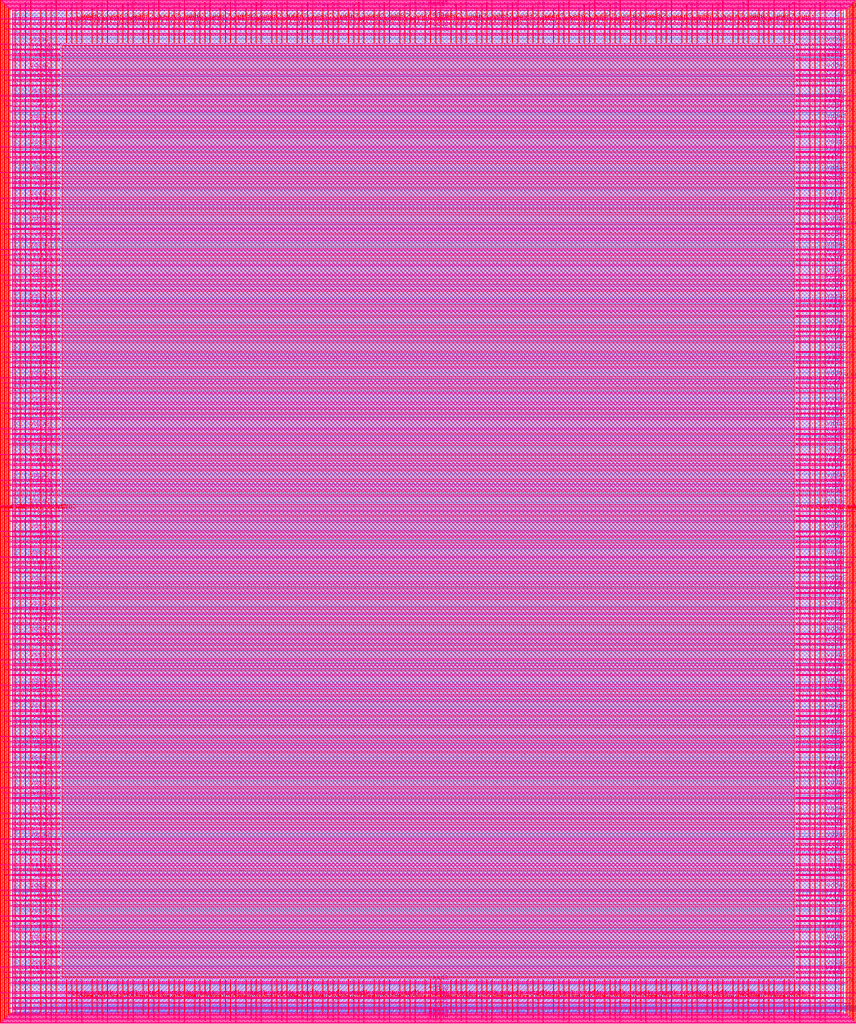
<source format=lef>
VERSION 5.7 ;
  NOWIREEXTENSIONATPIN ON ;
  DIVIDERCHAR "/" ;
  BUSBITCHARS "[]" ;
MACRO user_project_wrapper
  CLASS BLOCK ;
  FOREIGN user_project_wrapper ;
  ORIGIN 0.000 0.000 ;
  SIZE 2920.000 BY 3520.000 ;
  PIN analog_io[0]
    DIRECTION INOUT ;
    USE SIGNAL ;
    PORT
      LAYER met3 ;
        RECT 2917.600 1426.380 2924.800 1427.580 ;
    END
  END analog_io[0]
  PIN analog_io[10]
    DIRECTION INOUT ;
    USE SIGNAL ;
    PORT
      LAYER met2 ;
        RECT 2230.490 3517.600 2231.050 3524.800 ;
    END
  END analog_io[10]
  PIN analog_io[11]
    DIRECTION INOUT ;
    USE SIGNAL ;
    PORT
      LAYER met2 ;
        RECT 1905.730 3517.600 1906.290 3524.800 ;
    END
  END analog_io[11]
  PIN analog_io[12]
    DIRECTION INOUT ;
    USE SIGNAL ;
    PORT
      LAYER met2 ;
        RECT 1581.430 3517.600 1581.990 3524.800 ;
    END
  END analog_io[12]
  PIN analog_io[13]
    DIRECTION INOUT ;
    USE SIGNAL ;
    PORT
      LAYER met2 ;
        RECT 1257.130 3517.600 1257.690 3524.800 ;
    END
  END analog_io[13]
  PIN analog_io[14]
    DIRECTION INOUT ;
    USE SIGNAL ;
    PORT
      LAYER met2 ;
        RECT 932.370 3517.600 932.930 3524.800 ;
    END
  END analog_io[14]
  PIN analog_io[15]
    DIRECTION INOUT ;
    USE SIGNAL ;
    PORT
      LAYER met2 ;
        RECT 608.070 3517.600 608.630 3524.800 ;
    END
  END analog_io[15]
  PIN analog_io[16]
    DIRECTION INOUT ;
    USE SIGNAL ;
    PORT
      LAYER met2 ;
        RECT 283.770 3517.600 284.330 3524.800 ;
    END
  END analog_io[16]
  PIN analog_io[17]
    DIRECTION INOUT ;
    USE SIGNAL ;
    PORT
      LAYER met3 ;
        RECT -4.800 3486.100 2.400 3487.300 ;
    END
  END analog_io[17]
  PIN analog_io[18]
    DIRECTION INOUT ;
    USE SIGNAL ;
    PORT
      LAYER met3 ;
        RECT -4.800 3224.980 2.400 3226.180 ;
    END
  END analog_io[18]
  PIN analog_io[19]
    DIRECTION INOUT ;
    USE SIGNAL ;
    PORT
      LAYER met3 ;
        RECT -4.800 2964.540 2.400 2965.740 ;
    END
  END analog_io[19]
  PIN analog_io[1]
    DIRECTION INOUT ;
    USE SIGNAL ;
    PORT
      LAYER met3 ;
        RECT 2917.600 1692.260 2924.800 1693.460 ;
    END
  END analog_io[1]
  PIN analog_io[20]
    DIRECTION INOUT ;
    USE SIGNAL ;
    PORT
      LAYER met3 ;
        RECT -4.800 2703.420 2.400 2704.620 ;
    END
  END analog_io[20]
  PIN analog_io[21]
    DIRECTION INOUT ;
    USE SIGNAL ;
    PORT
      LAYER met3 ;
        RECT -4.800 2442.980 2.400 2444.180 ;
    END
  END analog_io[21]
  PIN analog_io[22]
    DIRECTION INOUT ;
    USE SIGNAL ;
    PORT
      LAYER met3 ;
        RECT -4.800 2182.540 2.400 2183.740 ;
    END
  END analog_io[22]
  PIN analog_io[23]
    DIRECTION INOUT ;
    USE SIGNAL ;
    PORT
      LAYER met3 ;
        RECT -4.800 1921.420 2.400 1922.620 ;
    END
  END analog_io[23]
  PIN analog_io[24]
    DIRECTION INOUT ;
    USE SIGNAL ;
    PORT
      LAYER met3 ;
        RECT -4.800 1660.980 2.400 1662.180 ;
    END
  END analog_io[24]
  PIN analog_io[25]
    DIRECTION INOUT ;
    USE SIGNAL ;
    PORT
      LAYER met3 ;
        RECT -4.800 1399.860 2.400 1401.060 ;
    END
  END analog_io[25]
  PIN analog_io[26]
    DIRECTION INOUT ;
    USE SIGNAL ;
    PORT
      LAYER met3 ;
        RECT -4.800 1139.420 2.400 1140.620 ;
    END
  END analog_io[26]
  PIN analog_io[27]
    DIRECTION INOUT ;
    USE SIGNAL ;
    PORT
      LAYER met3 ;
        RECT -4.800 878.980 2.400 880.180 ;
    END
  END analog_io[27]
  PIN analog_io[28]
    DIRECTION INOUT ;
    USE SIGNAL ;
    PORT
      LAYER met3 ;
        RECT -4.800 617.860 2.400 619.060 ;
    END
  END analog_io[28]
  PIN analog_io[2]
    DIRECTION INOUT ;
    USE SIGNAL ;
    PORT
      LAYER met3 ;
        RECT 2917.600 1958.140 2924.800 1959.340 ;
    END
  END analog_io[2]
  PIN analog_io[3]
    DIRECTION INOUT ;
    USE SIGNAL ;
    PORT
      LAYER met3 ;
        RECT 2917.600 2223.340 2924.800 2224.540 ;
    END
  END analog_io[3]
  PIN analog_io[4]
    DIRECTION INOUT ;
    USE SIGNAL ;
    PORT
      LAYER met3 ;
        RECT 2917.600 2489.220 2924.800 2490.420 ;
    END
  END analog_io[4]
  PIN analog_io[5]
    DIRECTION INOUT ;
    USE SIGNAL ;
    PORT
      LAYER met3 ;
        RECT 2917.600 2755.100 2924.800 2756.300 ;
    END
  END analog_io[5]
  PIN analog_io[6]
    DIRECTION INOUT ;
    USE SIGNAL ;
    PORT
      LAYER met3 ;
        RECT 2917.600 3020.300 2924.800 3021.500 ;
    END
  END analog_io[6]
  PIN analog_io[7]
    DIRECTION INOUT ;
    USE SIGNAL ;
    PORT
      LAYER met3 ;
        RECT 2917.600 3286.180 2924.800 3287.380 ;
    END
  END analog_io[7]
  PIN analog_io[8]
    DIRECTION INOUT ;
    USE SIGNAL ;
    PORT
      LAYER met2 ;
        RECT 2879.090 3517.600 2879.650 3524.800 ;
    END
  END analog_io[8]
  PIN analog_io[9]
    DIRECTION INOUT ;
    USE SIGNAL ;
    PORT
      LAYER met2 ;
        RECT 2554.790 3517.600 2555.350 3524.800 ;
    END
  END analog_io[9]
  PIN io_in[0]
    DIRECTION INPUT ;
    USE SIGNAL ;
    PORT
      LAYER met3 ;
        RECT 2917.600 32.380 2924.800 33.580 ;
    END
  END io_in[0]
  PIN io_in[10]
    DIRECTION INPUT ;
    USE SIGNAL ;
    PORT
      LAYER met3 ;
        RECT 2917.600 2289.980 2924.800 2291.180 ;
    END
  END io_in[10]
  PIN io_in[11]
    DIRECTION INPUT ;
    USE SIGNAL ;
    PORT
      LAYER met3 ;
        RECT 2917.600 2555.860 2924.800 2557.060 ;
    END
  END io_in[11]
  PIN io_in[12]
    DIRECTION INPUT ;
    USE SIGNAL ;
    PORT
      LAYER met3 ;
        RECT 2917.600 2821.060 2924.800 2822.260 ;
    END
  END io_in[12]
  PIN io_in[13]
    DIRECTION INPUT ;
    USE SIGNAL ;
    PORT
      LAYER met3 ;
        RECT 2917.600 3086.940 2924.800 3088.140 ;
    END
  END io_in[13]
  PIN io_in[14]
    DIRECTION INPUT ;
    USE SIGNAL ;
    PORT
      LAYER met3 ;
        RECT 2917.600 3352.820 2924.800 3354.020 ;
    END
  END io_in[14]
  PIN io_in[15]
    DIRECTION INPUT ;
    USE SIGNAL ;
    PORT
      LAYER met2 ;
        RECT 2798.130 3517.600 2798.690 3524.800 ;
    END
  END io_in[15]
  PIN io_in[16]
    DIRECTION INPUT ;
    USE SIGNAL ;
    PORT
      LAYER met2 ;
        RECT 2473.830 3517.600 2474.390 3524.800 ;
    END
  END io_in[16]
  PIN io_in[17]
    DIRECTION INPUT ;
    USE SIGNAL ;
    PORT
      LAYER met2 ;
        RECT 2149.070 3517.600 2149.630 3524.800 ;
    END
  END io_in[17]
  PIN io_in[18]
    DIRECTION INPUT ;
    USE SIGNAL ;
    PORT
      LAYER met2 ;
        RECT 1824.770 3517.600 1825.330 3524.800 ;
    END
  END io_in[18]
  PIN io_in[19]
    DIRECTION INPUT ;
    USE SIGNAL ;
    PORT
      LAYER met2 ;
        RECT 1500.470 3517.600 1501.030 3524.800 ;
    END
  END io_in[19]
  PIN io_in[1]
    DIRECTION INPUT ;
    USE SIGNAL ;
    PORT
      LAYER met3 ;
        RECT 2917.600 230.940 2924.800 232.140 ;
    END
  END io_in[1]
  PIN io_in[20]
    DIRECTION INPUT ;
    USE SIGNAL ;
    PORT
      LAYER met2 ;
        RECT 1175.710 3517.600 1176.270 3524.800 ;
    END
  END io_in[20]
  PIN io_in[21]
    DIRECTION INPUT ;
    USE SIGNAL ;
    PORT
      LAYER met2 ;
        RECT 851.410 3517.600 851.970 3524.800 ;
    END
  END io_in[21]
  PIN io_in[22]
    DIRECTION INPUT ;
    USE SIGNAL ;
    PORT
      LAYER met2 ;
        RECT 527.110 3517.600 527.670 3524.800 ;
    END
  END io_in[22]
  PIN io_in[23]
    DIRECTION INPUT ;
    USE SIGNAL ;
    PORT
      LAYER met2 ;
        RECT 202.350 3517.600 202.910 3524.800 ;
    END
  END io_in[23]
  PIN io_in[24]
    DIRECTION INPUT ;
    USE SIGNAL ;
    PORT
      LAYER met3 ;
        RECT -4.800 3420.820 2.400 3422.020 ;
    END
  END io_in[24]
  PIN io_in[25]
    DIRECTION INPUT ;
    USE SIGNAL ;
    PORT
      LAYER met3 ;
        RECT -4.800 3159.700 2.400 3160.900 ;
    END
  END io_in[25]
  PIN io_in[26]
    DIRECTION INPUT ;
    USE SIGNAL ;
    PORT
      LAYER met3 ;
        RECT -4.800 2899.260 2.400 2900.460 ;
    END
  END io_in[26]
  PIN io_in[27]
    DIRECTION INPUT ;
    USE SIGNAL ;
    PORT
      LAYER met3 ;
        RECT -4.800 2638.820 2.400 2640.020 ;
    END
  END io_in[27]
  PIN io_in[28]
    DIRECTION INPUT ;
    USE SIGNAL ;
    PORT
      LAYER met3 ;
        RECT -4.800 2377.700 2.400 2378.900 ;
    END
  END io_in[28]
  PIN io_in[29]
    DIRECTION INPUT ;
    USE SIGNAL ;
    PORT
      LAYER met3 ;
        RECT -4.800 2117.260 2.400 2118.460 ;
    END
  END io_in[29]
  PIN io_in[2]
    DIRECTION INPUT ;
    USE SIGNAL ;
    PORT
      LAYER met3 ;
        RECT 2917.600 430.180 2924.800 431.380 ;
    END
  END io_in[2]
  PIN io_in[30]
    DIRECTION INPUT ;
    USE SIGNAL ;
    PORT
      LAYER met3 ;
        RECT -4.800 1856.140 2.400 1857.340 ;
    END
  END io_in[30]
  PIN io_in[31]
    DIRECTION INPUT ;
    USE SIGNAL ;
    PORT
      LAYER met3 ;
        RECT -4.800 1595.700 2.400 1596.900 ;
    END
  END io_in[31]
  PIN io_in[32]
    DIRECTION INPUT ;
    USE SIGNAL ;
    PORT
      LAYER met3 ;
        RECT -4.800 1335.260 2.400 1336.460 ;
    END
  END io_in[32]
  PIN io_in[33]
    DIRECTION INPUT ;
    USE SIGNAL ;
    PORT
      LAYER met3 ;
        RECT -4.800 1074.140 2.400 1075.340 ;
    END
  END io_in[33]
  PIN io_in[34]
    DIRECTION INPUT ;
    USE SIGNAL ;
    PORT
      LAYER met3 ;
        RECT -4.800 813.700 2.400 814.900 ;
    END
  END io_in[34]
  PIN io_in[35]
    DIRECTION INPUT ;
    USE SIGNAL ;
    PORT
      LAYER met3 ;
        RECT -4.800 552.580 2.400 553.780 ;
    END
  END io_in[35]
  PIN io_in[36]
    DIRECTION INPUT ;
    USE SIGNAL ;
    PORT
      LAYER met3 ;
        RECT -4.800 357.420 2.400 358.620 ;
    END
  END io_in[36]
  PIN io_in[37]
    DIRECTION INPUT ;
    USE SIGNAL ;
    PORT
      LAYER met3 ;
        RECT -4.800 161.580 2.400 162.780 ;
    END
  END io_in[37]
  PIN io_in[3]
    DIRECTION INPUT ;
    USE SIGNAL ;
    PORT
      LAYER met3 ;
        RECT 2917.600 629.420 2924.800 630.620 ;
    END
  END io_in[3]
  PIN io_in[4]
    DIRECTION INPUT ;
    USE SIGNAL ;
    PORT
      LAYER met3 ;
        RECT 2917.600 828.660 2924.800 829.860 ;
    END
  END io_in[4]
  PIN io_in[5]
    DIRECTION INPUT ;
    USE SIGNAL ;
    PORT
      LAYER met3 ;
        RECT 2917.600 1027.900 2924.800 1029.100 ;
    END
  END io_in[5]
  PIN io_in[6]
    DIRECTION INPUT ;
    USE SIGNAL ;
    PORT
      LAYER met3 ;
        RECT 2917.600 1227.140 2924.800 1228.340 ;
    END
  END io_in[6]
  PIN io_in[7]
    DIRECTION INPUT ;
    USE SIGNAL ;
    PORT
      LAYER met3 ;
        RECT 2917.600 1493.020 2924.800 1494.220 ;
    END
  END io_in[7]
  PIN io_in[8]
    DIRECTION INPUT ;
    USE SIGNAL ;
    PORT
      LAYER met3 ;
        RECT 2917.600 1758.900 2924.800 1760.100 ;
    END
  END io_in[8]
  PIN io_in[9]
    DIRECTION INPUT ;
    USE SIGNAL ;
    PORT
      LAYER met3 ;
        RECT 2917.600 2024.100 2924.800 2025.300 ;
    END
  END io_in[9]
  PIN io_oeb[0]
    DIRECTION OUTPUT TRISTATE ;
    USE SIGNAL ;
    PORT
      LAYER met3 ;
        RECT 2917.600 164.980 2924.800 166.180 ;
    END
  END io_oeb[0]
  PIN io_oeb[10]
    DIRECTION OUTPUT TRISTATE ;
    USE SIGNAL ;
    PORT
      LAYER met3 ;
        RECT 2917.600 2422.580 2924.800 2423.780 ;
    END
  END io_oeb[10]
  PIN io_oeb[11]
    DIRECTION OUTPUT TRISTATE ;
    USE SIGNAL ;
    PORT
      LAYER met3 ;
        RECT 2917.600 2688.460 2924.800 2689.660 ;
    END
  END io_oeb[11]
  PIN io_oeb[12]
    DIRECTION OUTPUT TRISTATE ;
    USE SIGNAL ;
    PORT
      LAYER met3 ;
        RECT 2917.600 2954.340 2924.800 2955.540 ;
    END
  END io_oeb[12]
  PIN io_oeb[13]
    DIRECTION OUTPUT TRISTATE ;
    USE SIGNAL ;
    PORT
      LAYER met3 ;
        RECT 2917.600 3219.540 2924.800 3220.740 ;
    END
  END io_oeb[13]
  PIN io_oeb[14]
    DIRECTION OUTPUT TRISTATE ;
    USE SIGNAL ;
    PORT
      LAYER met3 ;
        RECT 2917.600 3485.420 2924.800 3486.620 ;
    END
  END io_oeb[14]
  PIN io_oeb[15]
    DIRECTION OUTPUT TRISTATE ;
    USE SIGNAL ;
    PORT
      LAYER met2 ;
        RECT 2635.750 3517.600 2636.310 3524.800 ;
    END
  END io_oeb[15]
  PIN io_oeb[16]
    DIRECTION OUTPUT TRISTATE ;
    USE SIGNAL ;
    PORT
      LAYER met2 ;
        RECT 2311.450 3517.600 2312.010 3524.800 ;
    END
  END io_oeb[16]
  PIN io_oeb[17]
    DIRECTION OUTPUT TRISTATE ;
    USE SIGNAL ;
    PORT
      LAYER met2 ;
        RECT 1987.150 3517.600 1987.710 3524.800 ;
    END
  END io_oeb[17]
  PIN io_oeb[18]
    DIRECTION OUTPUT TRISTATE ;
    USE SIGNAL ;
    PORT
      LAYER met2 ;
        RECT 1662.390 3517.600 1662.950 3524.800 ;
    END
  END io_oeb[18]
  PIN io_oeb[19]
    DIRECTION OUTPUT TRISTATE ;
    USE SIGNAL ;
    PORT
      LAYER met2 ;
        RECT 1338.090 3517.600 1338.650 3524.800 ;
    END
  END io_oeb[19]
  PIN io_oeb[1]
    DIRECTION OUTPUT TRISTATE ;
    USE SIGNAL ;
    PORT
      LAYER met3 ;
        RECT 2917.600 364.220 2924.800 365.420 ;
    END
  END io_oeb[1]
  PIN io_oeb[20]
    DIRECTION OUTPUT TRISTATE ;
    USE SIGNAL ;
    PORT
      LAYER met2 ;
        RECT 1013.790 3517.600 1014.350 3524.800 ;
    END
  END io_oeb[20]
  PIN io_oeb[21]
    DIRECTION OUTPUT TRISTATE ;
    USE SIGNAL ;
    PORT
      LAYER met2 ;
        RECT 689.030 3517.600 689.590 3524.800 ;
    END
  END io_oeb[21]
  PIN io_oeb[22]
    DIRECTION OUTPUT TRISTATE ;
    USE SIGNAL ;
    PORT
      LAYER met2 ;
        RECT 364.730 3517.600 365.290 3524.800 ;
    END
  END io_oeb[22]
  PIN io_oeb[23]
    DIRECTION OUTPUT TRISTATE ;
    USE SIGNAL ;
    PORT
      LAYER met2 ;
        RECT 40.430 3517.600 40.990 3524.800 ;
    END
  END io_oeb[23]
  PIN io_oeb[24]
    DIRECTION OUTPUT TRISTATE ;
    USE SIGNAL ;
    PORT
      LAYER met3 ;
        RECT -4.800 3290.260 2.400 3291.460 ;
    END
  END io_oeb[24]
  PIN io_oeb[25]
    DIRECTION OUTPUT TRISTATE ;
    USE SIGNAL ;
    PORT
      LAYER met3 ;
        RECT -4.800 3029.820 2.400 3031.020 ;
    END
  END io_oeb[25]
  PIN io_oeb[26]
    DIRECTION OUTPUT TRISTATE ;
    USE SIGNAL ;
    PORT
      LAYER met3 ;
        RECT -4.800 2768.700 2.400 2769.900 ;
    END
  END io_oeb[26]
  PIN io_oeb[27]
    DIRECTION OUTPUT TRISTATE ;
    USE SIGNAL ;
    PORT
      LAYER met3 ;
        RECT -4.800 2508.260 2.400 2509.460 ;
    END
  END io_oeb[27]
  PIN io_oeb[28]
    DIRECTION OUTPUT TRISTATE ;
    USE SIGNAL ;
    PORT
      LAYER met3 ;
        RECT -4.800 2247.140 2.400 2248.340 ;
    END
  END io_oeb[28]
  PIN io_oeb[29]
    DIRECTION OUTPUT TRISTATE ;
    USE SIGNAL ;
    PORT
      LAYER met3 ;
        RECT -4.800 1986.700 2.400 1987.900 ;
    END
  END io_oeb[29]
  PIN io_oeb[2]
    DIRECTION OUTPUT TRISTATE ;
    USE SIGNAL ;
    PORT
      LAYER met3 ;
        RECT 2917.600 563.460 2924.800 564.660 ;
    END
  END io_oeb[2]
  PIN io_oeb[30]
    DIRECTION OUTPUT TRISTATE ;
    USE SIGNAL ;
    PORT
      LAYER met3 ;
        RECT -4.800 1726.260 2.400 1727.460 ;
    END
  END io_oeb[30]
  PIN io_oeb[31]
    DIRECTION OUTPUT TRISTATE ;
    USE SIGNAL ;
    PORT
      LAYER met3 ;
        RECT -4.800 1465.140 2.400 1466.340 ;
    END
  END io_oeb[31]
  PIN io_oeb[32]
    DIRECTION OUTPUT TRISTATE ;
    USE SIGNAL ;
    PORT
      LAYER met3 ;
        RECT -4.800 1204.700 2.400 1205.900 ;
    END
  END io_oeb[32]
  PIN io_oeb[33]
    DIRECTION OUTPUT TRISTATE ;
    USE SIGNAL ;
    PORT
      LAYER met3 ;
        RECT -4.800 943.580 2.400 944.780 ;
    END
  END io_oeb[33]
  PIN io_oeb[34]
    DIRECTION OUTPUT TRISTATE ;
    USE SIGNAL ;
    PORT
      LAYER met3 ;
        RECT -4.800 683.140 2.400 684.340 ;
    END
  END io_oeb[34]
  PIN io_oeb[35]
    DIRECTION OUTPUT TRISTATE ;
    USE SIGNAL ;
    PORT
      LAYER met3 ;
        RECT -4.800 422.700 2.400 423.900 ;
    END
  END io_oeb[35]
  PIN io_oeb[36]
    DIRECTION OUTPUT TRISTATE ;
    USE SIGNAL ;
    PORT
      LAYER met3 ;
        RECT -4.800 226.860 2.400 228.060 ;
    END
  END io_oeb[36]
  PIN io_oeb[37]
    DIRECTION OUTPUT TRISTATE ;
    USE SIGNAL ;
    PORT
      LAYER met3 ;
        RECT -4.800 31.700 2.400 32.900 ;
    END
  END io_oeb[37]
  PIN io_oeb[3]
    DIRECTION OUTPUT TRISTATE ;
    USE SIGNAL ;
    PORT
      LAYER met3 ;
        RECT 2917.600 762.700 2924.800 763.900 ;
    END
  END io_oeb[3]
  PIN io_oeb[4]
    DIRECTION OUTPUT TRISTATE ;
    USE SIGNAL ;
    PORT
      LAYER met3 ;
        RECT 2917.600 961.940 2924.800 963.140 ;
    END
  END io_oeb[4]
  PIN io_oeb[5]
    DIRECTION OUTPUT TRISTATE ;
    USE SIGNAL ;
    PORT
      LAYER met3 ;
        RECT 2917.600 1161.180 2924.800 1162.380 ;
    END
  END io_oeb[5]
  PIN io_oeb[6]
    DIRECTION OUTPUT TRISTATE ;
    USE SIGNAL ;
    PORT
      LAYER met3 ;
        RECT 2917.600 1360.420 2924.800 1361.620 ;
    END
  END io_oeb[6]
  PIN io_oeb[7]
    DIRECTION OUTPUT TRISTATE ;
    USE SIGNAL ;
    PORT
      LAYER met3 ;
        RECT 2917.600 1625.620 2924.800 1626.820 ;
    END
  END io_oeb[7]
  PIN io_oeb[8]
    DIRECTION OUTPUT TRISTATE ;
    USE SIGNAL ;
    PORT
      LAYER met3 ;
        RECT 2917.600 1891.500 2924.800 1892.700 ;
    END
  END io_oeb[8]
  PIN io_oeb[9]
    DIRECTION OUTPUT TRISTATE ;
    USE SIGNAL ;
    PORT
      LAYER met3 ;
        RECT 2917.600 2157.380 2924.800 2158.580 ;
    END
  END io_oeb[9]
  PIN io_out[0]
    DIRECTION OUTPUT TRISTATE ;
    USE SIGNAL ;
    PORT
      LAYER met3 ;
        RECT 2917.600 98.340 2924.800 99.540 ;
    END
  END io_out[0]
  PIN io_out[10]
    DIRECTION OUTPUT TRISTATE ;
    USE SIGNAL ;
    PORT
      LAYER met3 ;
        RECT 2917.600 2356.620 2924.800 2357.820 ;
    END
  END io_out[10]
  PIN io_out[11]
    DIRECTION OUTPUT TRISTATE ;
    USE SIGNAL ;
    PORT
      LAYER met3 ;
        RECT 2917.600 2621.820 2924.800 2623.020 ;
    END
  END io_out[11]
  PIN io_out[12]
    DIRECTION OUTPUT TRISTATE ;
    USE SIGNAL ;
    PORT
      LAYER met3 ;
        RECT 2917.600 2887.700 2924.800 2888.900 ;
    END
  END io_out[12]
  PIN io_out[13]
    DIRECTION OUTPUT TRISTATE ;
    USE SIGNAL ;
    PORT
      LAYER met3 ;
        RECT 2917.600 3153.580 2924.800 3154.780 ;
    END
  END io_out[13]
  PIN io_out[14]
    DIRECTION OUTPUT TRISTATE ;
    USE SIGNAL ;
    PORT
      LAYER met3 ;
        RECT 2917.600 3418.780 2924.800 3419.980 ;
    END
  END io_out[14]
  PIN io_out[15]
    DIRECTION OUTPUT TRISTATE ;
    USE SIGNAL ;
    PORT
      LAYER met2 ;
        RECT 2717.170 3517.600 2717.730 3524.800 ;
    END
  END io_out[15]
  PIN io_out[16]
    DIRECTION OUTPUT TRISTATE ;
    USE SIGNAL ;
    PORT
      LAYER met2 ;
        RECT 2392.410 3517.600 2392.970 3524.800 ;
    END
  END io_out[16]
  PIN io_out[17]
    DIRECTION OUTPUT TRISTATE ;
    USE SIGNAL ;
    PORT
      LAYER met2 ;
        RECT 2068.110 3517.600 2068.670 3524.800 ;
    END
  END io_out[17]
  PIN io_out[18]
    DIRECTION OUTPUT TRISTATE ;
    USE SIGNAL ;
    PORT
      LAYER met2 ;
        RECT 1743.810 3517.600 1744.370 3524.800 ;
    END
  END io_out[18]
  PIN io_out[19]
    DIRECTION OUTPUT TRISTATE ;
    USE SIGNAL ;
    PORT
      LAYER met2 ;
        RECT 1419.050 3517.600 1419.610 3524.800 ;
    END
  END io_out[19]
  PIN io_out[1]
    DIRECTION OUTPUT TRISTATE ;
    USE SIGNAL ;
    PORT
      LAYER met3 ;
        RECT 2917.600 297.580 2924.800 298.780 ;
    END
  END io_out[1]
  PIN io_out[20]
    DIRECTION OUTPUT TRISTATE ;
    USE SIGNAL ;
    PORT
      LAYER met2 ;
        RECT 1094.750 3517.600 1095.310 3524.800 ;
    END
  END io_out[20]
  PIN io_out[21]
    DIRECTION OUTPUT TRISTATE ;
    USE SIGNAL ;
    PORT
      LAYER met2 ;
        RECT 770.450 3517.600 771.010 3524.800 ;
    END
  END io_out[21]
  PIN io_out[22]
    DIRECTION OUTPUT TRISTATE ;
    USE SIGNAL ;
    PORT
      LAYER met2 ;
        RECT 445.690 3517.600 446.250 3524.800 ;
    END
  END io_out[22]
  PIN io_out[23]
    DIRECTION OUTPUT TRISTATE ;
    USE SIGNAL ;
    PORT
      LAYER met2 ;
        RECT 121.390 3517.600 121.950 3524.800 ;
    END
  END io_out[23]
  PIN io_out[24]
    DIRECTION OUTPUT TRISTATE ;
    USE SIGNAL ;
    PORT
      LAYER met3 ;
        RECT -4.800 3355.540 2.400 3356.740 ;
    END
  END io_out[24]
  PIN io_out[25]
    DIRECTION OUTPUT TRISTATE ;
    USE SIGNAL ;
    PORT
      LAYER met3 ;
        RECT -4.800 3095.100 2.400 3096.300 ;
    END
  END io_out[25]
  PIN io_out[26]
    DIRECTION OUTPUT TRISTATE ;
    USE SIGNAL ;
    PORT
      LAYER met3 ;
        RECT -4.800 2833.980 2.400 2835.180 ;
    END
  END io_out[26]
  PIN io_out[27]
    DIRECTION OUTPUT TRISTATE ;
    USE SIGNAL ;
    PORT
      LAYER met3 ;
        RECT -4.800 2573.540 2.400 2574.740 ;
    END
  END io_out[27]
  PIN io_out[28]
    DIRECTION OUTPUT TRISTATE ;
    USE SIGNAL ;
    PORT
      LAYER met3 ;
        RECT -4.800 2312.420 2.400 2313.620 ;
    END
  END io_out[28]
  PIN io_out[29]
    DIRECTION OUTPUT TRISTATE ;
    USE SIGNAL ;
    PORT
      LAYER met3 ;
        RECT -4.800 2051.980 2.400 2053.180 ;
    END
  END io_out[29]
  PIN io_out[2]
    DIRECTION OUTPUT TRISTATE ;
    USE SIGNAL ;
    PORT
      LAYER met3 ;
        RECT 2917.600 496.820 2924.800 498.020 ;
    END
  END io_out[2]
  PIN io_out[30]
    DIRECTION OUTPUT TRISTATE ;
    USE SIGNAL ;
    PORT
      LAYER met3 ;
        RECT -4.800 1791.540 2.400 1792.740 ;
    END
  END io_out[30]
  PIN io_out[31]
    DIRECTION OUTPUT TRISTATE ;
    USE SIGNAL ;
    PORT
      LAYER met3 ;
        RECT -4.800 1530.420 2.400 1531.620 ;
    END
  END io_out[31]
  PIN io_out[32]
    DIRECTION OUTPUT TRISTATE ;
    USE SIGNAL ;
    PORT
      LAYER met3 ;
        RECT -4.800 1269.980 2.400 1271.180 ;
    END
  END io_out[32]
  PIN io_out[33]
    DIRECTION OUTPUT TRISTATE ;
    USE SIGNAL ;
    PORT
      LAYER met3 ;
        RECT -4.800 1008.860 2.400 1010.060 ;
    END
  END io_out[33]
  PIN io_out[34]
    DIRECTION OUTPUT TRISTATE ;
    USE SIGNAL ;
    PORT
      LAYER met3 ;
        RECT -4.800 748.420 2.400 749.620 ;
    END
  END io_out[34]
  PIN io_out[35]
    DIRECTION OUTPUT TRISTATE ;
    USE SIGNAL ;
    PORT
      LAYER met3 ;
        RECT -4.800 487.300 2.400 488.500 ;
    END
  END io_out[35]
  PIN io_out[36]
    DIRECTION OUTPUT TRISTATE ;
    USE SIGNAL ;
    PORT
      LAYER met3 ;
        RECT -4.800 292.140 2.400 293.340 ;
    END
  END io_out[36]
  PIN io_out[37]
    DIRECTION OUTPUT TRISTATE ;
    USE SIGNAL ;
    PORT
      LAYER met3 ;
        RECT -4.800 96.300 2.400 97.500 ;
    END
  END io_out[37]
  PIN io_out[3]
    DIRECTION OUTPUT TRISTATE ;
    USE SIGNAL ;
    PORT
      LAYER met3 ;
        RECT 2917.600 696.060 2924.800 697.260 ;
    END
  END io_out[3]
  PIN io_out[4]
    DIRECTION OUTPUT TRISTATE ;
    USE SIGNAL ;
    PORT
      LAYER met3 ;
        RECT 2917.600 895.300 2924.800 896.500 ;
    END
  END io_out[4]
  PIN io_out[5]
    DIRECTION OUTPUT TRISTATE ;
    USE SIGNAL ;
    PORT
      LAYER met3 ;
        RECT 2917.600 1094.540 2924.800 1095.740 ;
    END
  END io_out[5]
  PIN io_out[6]
    DIRECTION OUTPUT TRISTATE ;
    USE SIGNAL ;
    PORT
      LAYER met3 ;
        RECT 2917.600 1293.780 2924.800 1294.980 ;
    END
  END io_out[6]
  PIN io_out[7]
    DIRECTION OUTPUT TRISTATE ;
    USE SIGNAL ;
    PORT
      LAYER met3 ;
        RECT 2917.600 1559.660 2924.800 1560.860 ;
    END
  END io_out[7]
  PIN io_out[8]
    DIRECTION OUTPUT TRISTATE ;
    USE SIGNAL ;
    PORT
      LAYER met3 ;
        RECT 2917.600 1824.860 2924.800 1826.060 ;
    END
  END io_out[8]
  PIN io_out[9]
    DIRECTION OUTPUT TRISTATE ;
    USE SIGNAL ;
    PORT
      LAYER met3 ;
        RECT 2917.600 2090.740 2924.800 2091.940 ;
    END
  END io_out[9]
  PIN la_data_in[0]
    DIRECTION INPUT ;
    USE SIGNAL ;
    PORT
      LAYER met2 ;
        RECT 629.230 -4.800 629.790 2.400 ;
    END
  END la_data_in[0]
  PIN la_data_in[100]
    DIRECTION INPUT ;
    USE SIGNAL ;
    PORT
      LAYER met2 ;
        RECT 2402.530 -4.800 2403.090 2.400 ;
    END
  END la_data_in[100]
  PIN la_data_in[101]
    DIRECTION INPUT ;
    USE SIGNAL ;
    PORT
      LAYER met2 ;
        RECT 2420.010 -4.800 2420.570 2.400 ;
    END
  END la_data_in[101]
  PIN la_data_in[102]
    DIRECTION INPUT ;
    USE SIGNAL ;
    PORT
      LAYER met2 ;
        RECT 2437.950 -4.800 2438.510 2.400 ;
    END
  END la_data_in[102]
  PIN la_data_in[103]
    DIRECTION INPUT ;
    USE SIGNAL ;
    PORT
      LAYER met2 ;
        RECT 2455.430 -4.800 2455.990 2.400 ;
    END
  END la_data_in[103]
  PIN la_data_in[104]
    DIRECTION INPUT ;
    USE SIGNAL ;
    PORT
      LAYER met2 ;
        RECT 2473.370 -4.800 2473.930 2.400 ;
    END
  END la_data_in[104]
  PIN la_data_in[105]
    DIRECTION INPUT ;
    USE SIGNAL ;
    PORT
      LAYER met2 ;
        RECT 2490.850 -4.800 2491.410 2.400 ;
    END
  END la_data_in[105]
  PIN la_data_in[106]
    DIRECTION INPUT ;
    USE SIGNAL ;
    PORT
      LAYER met2 ;
        RECT 2508.790 -4.800 2509.350 2.400 ;
    END
  END la_data_in[106]
  PIN la_data_in[107]
    DIRECTION INPUT ;
    USE SIGNAL ;
    PORT
      LAYER met2 ;
        RECT 2526.730 -4.800 2527.290 2.400 ;
    END
  END la_data_in[107]
  PIN la_data_in[108]
    DIRECTION INPUT ;
    USE SIGNAL ;
    PORT
      LAYER met2 ;
        RECT 2544.210 -4.800 2544.770 2.400 ;
    END
  END la_data_in[108]
  PIN la_data_in[109]
    DIRECTION INPUT ;
    USE SIGNAL ;
    PORT
      LAYER met2 ;
        RECT 2562.150 -4.800 2562.710 2.400 ;
    END
  END la_data_in[109]
  PIN la_data_in[10]
    DIRECTION INPUT ;
    USE SIGNAL ;
    PORT
      LAYER met2 ;
        RECT 806.330 -4.800 806.890 2.400 ;
    END
  END la_data_in[10]
  PIN la_data_in[110]
    DIRECTION INPUT ;
    USE SIGNAL ;
    PORT
      LAYER met2 ;
        RECT 2579.630 -4.800 2580.190 2.400 ;
    END
  END la_data_in[110]
  PIN la_data_in[111]
    DIRECTION INPUT ;
    USE SIGNAL ;
    PORT
      LAYER met2 ;
        RECT 2597.570 -4.800 2598.130 2.400 ;
    END
  END la_data_in[111]
  PIN la_data_in[112]
    DIRECTION INPUT ;
    USE SIGNAL ;
    PORT
      LAYER met2 ;
        RECT 2615.050 -4.800 2615.610 2.400 ;
    END
  END la_data_in[112]
  PIN la_data_in[113]
    DIRECTION INPUT ;
    USE SIGNAL ;
    PORT
      LAYER met2 ;
        RECT 2632.990 -4.800 2633.550 2.400 ;
    END
  END la_data_in[113]
  PIN la_data_in[114]
    DIRECTION INPUT ;
    USE SIGNAL ;
    PORT
      LAYER met2 ;
        RECT 2650.470 -4.800 2651.030 2.400 ;
    END
  END la_data_in[114]
  PIN la_data_in[115]
    DIRECTION INPUT ;
    USE SIGNAL ;
    PORT
      LAYER met2 ;
        RECT 2668.410 -4.800 2668.970 2.400 ;
    END
  END la_data_in[115]
  PIN la_data_in[116]
    DIRECTION INPUT ;
    USE SIGNAL ;
    PORT
      LAYER met2 ;
        RECT 2685.890 -4.800 2686.450 2.400 ;
    END
  END la_data_in[116]
  PIN la_data_in[117]
    DIRECTION INPUT ;
    USE SIGNAL ;
    PORT
      LAYER met2 ;
        RECT 2703.830 -4.800 2704.390 2.400 ;
    END
  END la_data_in[117]
  PIN la_data_in[118]
    DIRECTION INPUT ;
    USE SIGNAL ;
    PORT
      LAYER met2 ;
        RECT 2721.770 -4.800 2722.330 2.400 ;
    END
  END la_data_in[118]
  PIN la_data_in[119]
    DIRECTION INPUT ;
    USE SIGNAL ;
    PORT
      LAYER met2 ;
        RECT 2739.250 -4.800 2739.810 2.400 ;
    END
  END la_data_in[119]
  PIN la_data_in[11]
    DIRECTION INPUT ;
    USE SIGNAL ;
    PORT
      LAYER met2 ;
        RECT 824.270 -4.800 824.830 2.400 ;
    END
  END la_data_in[11]
  PIN la_data_in[120]
    DIRECTION INPUT ;
    USE SIGNAL ;
    PORT
      LAYER met2 ;
        RECT 2757.190 -4.800 2757.750 2.400 ;
    END
  END la_data_in[120]
  PIN la_data_in[121]
    DIRECTION INPUT ;
    USE SIGNAL ;
    PORT
      LAYER met2 ;
        RECT 2774.670 -4.800 2775.230 2.400 ;
    END
  END la_data_in[121]
  PIN la_data_in[122]
    DIRECTION INPUT ;
    USE SIGNAL ;
    PORT
      LAYER met2 ;
        RECT 2792.610 -4.800 2793.170 2.400 ;
    END
  END la_data_in[122]
  PIN la_data_in[123]
    DIRECTION INPUT ;
    USE SIGNAL ;
    PORT
      LAYER met2 ;
        RECT 2810.090 -4.800 2810.650 2.400 ;
    END
  END la_data_in[123]
  PIN la_data_in[124]
    DIRECTION INPUT ;
    USE SIGNAL ;
    PORT
      LAYER met2 ;
        RECT 2828.030 -4.800 2828.590 2.400 ;
    END
  END la_data_in[124]
  PIN la_data_in[125]
    DIRECTION INPUT ;
    USE SIGNAL ;
    PORT
      LAYER met2 ;
        RECT 2845.510 -4.800 2846.070 2.400 ;
    END
  END la_data_in[125]
  PIN la_data_in[126]
    DIRECTION INPUT ;
    USE SIGNAL ;
    PORT
      LAYER met2 ;
        RECT 2863.450 -4.800 2864.010 2.400 ;
    END
  END la_data_in[126]
  PIN la_data_in[127]
    DIRECTION INPUT ;
    USE SIGNAL ;
    PORT
      LAYER met2 ;
        RECT 2881.390 -4.800 2881.950 2.400 ;
    END
  END la_data_in[127]
  PIN la_data_in[12]
    DIRECTION INPUT ;
    USE SIGNAL ;
    PORT
      LAYER met2 ;
        RECT 841.750 -4.800 842.310 2.400 ;
    END
  END la_data_in[12]
  PIN la_data_in[13]
    DIRECTION INPUT ;
    USE SIGNAL ;
    PORT
      LAYER met2 ;
        RECT 859.690 -4.800 860.250 2.400 ;
    END
  END la_data_in[13]
  PIN la_data_in[14]
    DIRECTION INPUT ;
    USE SIGNAL ;
    PORT
      LAYER met2 ;
        RECT 877.170 -4.800 877.730 2.400 ;
    END
  END la_data_in[14]
  PIN la_data_in[15]
    DIRECTION INPUT ;
    USE SIGNAL ;
    PORT
      LAYER met2 ;
        RECT 895.110 -4.800 895.670 2.400 ;
    END
  END la_data_in[15]
  PIN la_data_in[16]
    DIRECTION INPUT ;
    USE SIGNAL ;
    PORT
      LAYER met2 ;
        RECT 912.590 -4.800 913.150 2.400 ;
    END
  END la_data_in[16]
  PIN la_data_in[17]
    DIRECTION INPUT ;
    USE SIGNAL ;
    PORT
      LAYER met2 ;
        RECT 930.530 -4.800 931.090 2.400 ;
    END
  END la_data_in[17]
  PIN la_data_in[18]
    DIRECTION INPUT ;
    USE SIGNAL ;
    PORT
      LAYER met2 ;
        RECT 948.470 -4.800 949.030 2.400 ;
    END
  END la_data_in[18]
  PIN la_data_in[19]
    DIRECTION INPUT ;
    USE SIGNAL ;
    PORT
      LAYER met2 ;
        RECT 965.950 -4.800 966.510 2.400 ;
    END
  END la_data_in[19]
  PIN la_data_in[1]
    DIRECTION INPUT ;
    USE SIGNAL ;
    PORT
      LAYER met2 ;
        RECT 646.710 -4.800 647.270 2.400 ;
    END
  END la_data_in[1]
  PIN la_data_in[20]
    DIRECTION INPUT ;
    USE SIGNAL ;
    PORT
      LAYER met2 ;
        RECT 983.890 -4.800 984.450 2.400 ;
    END
  END la_data_in[20]
  PIN la_data_in[21]
    DIRECTION INPUT ;
    USE SIGNAL ;
    PORT
      LAYER met2 ;
        RECT 1001.370 -4.800 1001.930 2.400 ;
    END
  END la_data_in[21]
  PIN la_data_in[22]
    DIRECTION INPUT ;
    USE SIGNAL ;
    PORT
      LAYER met2 ;
        RECT 1019.310 -4.800 1019.870 2.400 ;
    END
  END la_data_in[22]
  PIN la_data_in[23]
    DIRECTION INPUT ;
    USE SIGNAL ;
    PORT
      LAYER met2 ;
        RECT 1036.790 -4.800 1037.350 2.400 ;
    END
  END la_data_in[23]
  PIN la_data_in[24]
    DIRECTION INPUT ;
    USE SIGNAL ;
    PORT
      LAYER met2 ;
        RECT 1054.730 -4.800 1055.290 2.400 ;
    END
  END la_data_in[24]
  PIN la_data_in[25]
    DIRECTION INPUT ;
    USE SIGNAL ;
    PORT
      LAYER met2 ;
        RECT 1072.210 -4.800 1072.770 2.400 ;
    END
  END la_data_in[25]
  PIN la_data_in[26]
    DIRECTION INPUT ;
    USE SIGNAL ;
    PORT
      LAYER met2 ;
        RECT 1090.150 -4.800 1090.710 2.400 ;
    END
  END la_data_in[26]
  PIN la_data_in[27]
    DIRECTION INPUT ;
    USE SIGNAL ;
    PORT
      LAYER met2 ;
        RECT 1107.630 -4.800 1108.190 2.400 ;
    END
  END la_data_in[27]
  PIN la_data_in[28]
    DIRECTION INPUT ;
    USE SIGNAL ;
    PORT
      LAYER met2 ;
        RECT 1125.570 -4.800 1126.130 2.400 ;
    END
  END la_data_in[28]
  PIN la_data_in[29]
    DIRECTION INPUT ;
    USE SIGNAL ;
    PORT
      LAYER met2 ;
        RECT 1143.510 -4.800 1144.070 2.400 ;
    END
  END la_data_in[29]
  PIN la_data_in[2]
    DIRECTION INPUT ;
    USE SIGNAL ;
    PORT
      LAYER met2 ;
        RECT 664.650 -4.800 665.210 2.400 ;
    END
  END la_data_in[2]
  PIN la_data_in[30]
    DIRECTION INPUT ;
    USE SIGNAL ;
    PORT
      LAYER met2 ;
        RECT 1160.990 -4.800 1161.550 2.400 ;
    END
  END la_data_in[30]
  PIN la_data_in[31]
    DIRECTION INPUT ;
    USE SIGNAL ;
    PORT
      LAYER met2 ;
        RECT 1178.930 -4.800 1179.490 2.400 ;
    END
  END la_data_in[31]
  PIN la_data_in[32]
    DIRECTION INPUT ;
    USE SIGNAL ;
    PORT
      LAYER met2 ;
        RECT 1196.410 -4.800 1196.970 2.400 ;
    END
  END la_data_in[32]
  PIN la_data_in[33]
    DIRECTION INPUT ;
    USE SIGNAL ;
    PORT
      LAYER met2 ;
        RECT 1214.350 -4.800 1214.910 2.400 ;
    END
  END la_data_in[33]
  PIN la_data_in[34]
    DIRECTION INPUT ;
    USE SIGNAL ;
    PORT
      LAYER met2 ;
        RECT 1231.830 -4.800 1232.390 2.400 ;
    END
  END la_data_in[34]
  PIN la_data_in[35]
    DIRECTION INPUT ;
    USE SIGNAL ;
    PORT
      LAYER met2 ;
        RECT 1249.770 -4.800 1250.330 2.400 ;
    END
  END la_data_in[35]
  PIN la_data_in[36]
    DIRECTION INPUT ;
    USE SIGNAL ;
    PORT
      LAYER met2 ;
        RECT 1267.250 -4.800 1267.810 2.400 ;
    END
  END la_data_in[36]
  PIN la_data_in[37]
    DIRECTION INPUT ;
    USE SIGNAL ;
    PORT
      LAYER met2 ;
        RECT 1285.190 -4.800 1285.750 2.400 ;
    END
  END la_data_in[37]
  PIN la_data_in[38]
    DIRECTION INPUT ;
    USE SIGNAL ;
    PORT
      LAYER met2 ;
        RECT 1303.130 -4.800 1303.690 2.400 ;
    END
  END la_data_in[38]
  PIN la_data_in[39]
    DIRECTION INPUT ;
    USE SIGNAL ;
    PORT
      LAYER met2 ;
        RECT 1320.610 -4.800 1321.170 2.400 ;
    END
  END la_data_in[39]
  PIN la_data_in[3]
    DIRECTION INPUT ;
    USE SIGNAL ;
    PORT
      LAYER met2 ;
        RECT 682.130 -4.800 682.690 2.400 ;
    END
  END la_data_in[3]
  PIN la_data_in[40]
    DIRECTION INPUT ;
    USE SIGNAL ;
    PORT
      LAYER met2 ;
        RECT 1338.550 -4.800 1339.110 2.400 ;
    END
  END la_data_in[40]
  PIN la_data_in[41]
    DIRECTION INPUT ;
    USE SIGNAL ;
    PORT
      LAYER met2 ;
        RECT 1356.030 -4.800 1356.590 2.400 ;
    END
  END la_data_in[41]
  PIN la_data_in[42]
    DIRECTION INPUT ;
    USE SIGNAL ;
    PORT
      LAYER met2 ;
        RECT 1373.970 -4.800 1374.530 2.400 ;
    END
  END la_data_in[42]
  PIN la_data_in[43]
    DIRECTION INPUT ;
    USE SIGNAL ;
    PORT
      LAYER met2 ;
        RECT 1391.450 -4.800 1392.010 2.400 ;
    END
  END la_data_in[43]
  PIN la_data_in[44]
    DIRECTION INPUT ;
    USE SIGNAL ;
    PORT
      LAYER met2 ;
        RECT 1409.390 -4.800 1409.950 2.400 ;
    END
  END la_data_in[44]
  PIN la_data_in[45]
    DIRECTION INPUT ;
    USE SIGNAL ;
    PORT
      LAYER met2 ;
        RECT 1426.870 -4.800 1427.430 2.400 ;
    END
  END la_data_in[45]
  PIN la_data_in[46]
    DIRECTION INPUT ;
    USE SIGNAL ;
    PORT
      LAYER met2 ;
        RECT 1444.810 -4.800 1445.370 2.400 ;
    END
  END la_data_in[46]
  PIN la_data_in[47]
    DIRECTION INPUT ;
    USE SIGNAL ;
    PORT
      LAYER met2 ;
        RECT 1462.750 -4.800 1463.310 2.400 ;
    END
  END la_data_in[47]
  PIN la_data_in[48]
    DIRECTION INPUT ;
    USE SIGNAL ;
    PORT
      LAYER met2 ;
        RECT 1480.230 -4.800 1480.790 2.400 ;
    END
  END la_data_in[48]
  PIN la_data_in[49]
    DIRECTION INPUT ;
    USE SIGNAL ;
    PORT
      LAYER met2 ;
        RECT 1498.170 -4.800 1498.730 2.400 ;
    END
  END la_data_in[49]
  PIN la_data_in[4]
    DIRECTION INPUT ;
    USE SIGNAL ;
    PORT
      LAYER met2 ;
        RECT 700.070 -4.800 700.630 2.400 ;
    END
  END la_data_in[4]
  PIN la_data_in[50]
    DIRECTION INPUT ;
    USE SIGNAL ;
    PORT
      LAYER met2 ;
        RECT 1515.650 -4.800 1516.210 2.400 ;
    END
  END la_data_in[50]
  PIN la_data_in[51]
    DIRECTION INPUT ;
    USE SIGNAL ;
    PORT
      LAYER met2 ;
        RECT 1533.590 -4.800 1534.150 2.400 ;
    END
  END la_data_in[51]
  PIN la_data_in[52]
    DIRECTION INPUT ;
    USE SIGNAL ;
    PORT
      LAYER met2 ;
        RECT 1551.070 -4.800 1551.630 2.400 ;
    END
  END la_data_in[52]
  PIN la_data_in[53]
    DIRECTION INPUT ;
    USE SIGNAL ;
    PORT
      LAYER met2 ;
        RECT 1569.010 -4.800 1569.570 2.400 ;
    END
  END la_data_in[53]
  PIN la_data_in[54]
    DIRECTION INPUT ;
    USE SIGNAL ;
    PORT
      LAYER met2 ;
        RECT 1586.490 -4.800 1587.050 2.400 ;
    END
  END la_data_in[54]
  PIN la_data_in[55]
    DIRECTION INPUT ;
    USE SIGNAL ;
    PORT
      LAYER met2 ;
        RECT 1604.430 -4.800 1604.990 2.400 ;
    END
  END la_data_in[55]
  PIN la_data_in[56]
    DIRECTION INPUT ;
    USE SIGNAL ;
    PORT
      LAYER met2 ;
        RECT 1621.910 -4.800 1622.470 2.400 ;
    END
  END la_data_in[56]
  PIN la_data_in[57]
    DIRECTION INPUT ;
    USE SIGNAL ;
    PORT
      LAYER met2 ;
        RECT 1639.850 -4.800 1640.410 2.400 ;
    END
  END la_data_in[57]
  PIN la_data_in[58]
    DIRECTION INPUT ;
    USE SIGNAL ;
    PORT
      LAYER met2 ;
        RECT 1657.790 -4.800 1658.350 2.400 ;
    END
  END la_data_in[58]
  PIN la_data_in[59]
    DIRECTION INPUT ;
    USE SIGNAL ;
    PORT
      LAYER met2 ;
        RECT 1675.270 -4.800 1675.830 2.400 ;
    END
  END la_data_in[59]
  PIN la_data_in[5]
    DIRECTION INPUT ;
    USE SIGNAL ;
    PORT
      LAYER met2 ;
        RECT 717.550 -4.800 718.110 2.400 ;
    END
  END la_data_in[5]
  PIN la_data_in[60]
    DIRECTION INPUT ;
    USE SIGNAL ;
    PORT
      LAYER met2 ;
        RECT 1693.210 -4.800 1693.770 2.400 ;
    END
  END la_data_in[60]
  PIN la_data_in[61]
    DIRECTION INPUT ;
    USE SIGNAL ;
    PORT
      LAYER met2 ;
        RECT 1710.690 -4.800 1711.250 2.400 ;
    END
  END la_data_in[61]
  PIN la_data_in[62]
    DIRECTION INPUT ;
    USE SIGNAL ;
    PORT
      LAYER met2 ;
        RECT 1728.630 -4.800 1729.190 2.400 ;
    END
  END la_data_in[62]
  PIN la_data_in[63]
    DIRECTION INPUT ;
    USE SIGNAL ;
    PORT
      LAYER met2 ;
        RECT 1746.110 -4.800 1746.670 2.400 ;
    END
  END la_data_in[63]
  PIN la_data_in[64]
    DIRECTION INPUT ;
    USE SIGNAL ;
    PORT
      LAYER met2 ;
        RECT 1764.050 -4.800 1764.610 2.400 ;
    END
  END la_data_in[64]
  PIN la_data_in[65]
    DIRECTION INPUT ;
    USE SIGNAL ;
    PORT
      LAYER met2 ;
        RECT 1781.530 -4.800 1782.090 2.400 ;
    END
  END la_data_in[65]
  PIN la_data_in[66]
    DIRECTION INPUT ;
    USE SIGNAL ;
    PORT
      LAYER met2 ;
        RECT 1799.470 -4.800 1800.030 2.400 ;
    END
  END la_data_in[66]
  PIN la_data_in[67]
    DIRECTION INPUT ;
    USE SIGNAL ;
    PORT
      LAYER met2 ;
        RECT 1817.410 -4.800 1817.970 2.400 ;
    END
  END la_data_in[67]
  PIN la_data_in[68]
    DIRECTION INPUT ;
    USE SIGNAL ;
    PORT
      LAYER met2 ;
        RECT 1834.890 -4.800 1835.450 2.400 ;
    END
  END la_data_in[68]
  PIN la_data_in[69]
    DIRECTION INPUT ;
    USE SIGNAL ;
    PORT
      LAYER met2 ;
        RECT 1852.830 -4.800 1853.390 2.400 ;
    END
  END la_data_in[69]
  PIN la_data_in[6]
    DIRECTION INPUT ;
    USE SIGNAL ;
    PORT
      LAYER met2 ;
        RECT 735.490 -4.800 736.050 2.400 ;
    END
  END la_data_in[6]
  PIN la_data_in[70]
    DIRECTION INPUT ;
    USE SIGNAL ;
    PORT
      LAYER met2 ;
        RECT 1870.310 -4.800 1870.870 2.400 ;
    END
  END la_data_in[70]
  PIN la_data_in[71]
    DIRECTION INPUT ;
    USE SIGNAL ;
    PORT
      LAYER met2 ;
        RECT 1888.250 -4.800 1888.810 2.400 ;
    END
  END la_data_in[71]
  PIN la_data_in[72]
    DIRECTION INPUT ;
    USE SIGNAL ;
    PORT
      LAYER met2 ;
        RECT 1905.730 -4.800 1906.290 2.400 ;
    END
  END la_data_in[72]
  PIN la_data_in[73]
    DIRECTION INPUT ;
    USE SIGNAL ;
    PORT
      LAYER met2 ;
        RECT 1923.670 -4.800 1924.230 2.400 ;
    END
  END la_data_in[73]
  PIN la_data_in[74]
    DIRECTION INPUT ;
    USE SIGNAL ;
    PORT
      LAYER met2 ;
        RECT 1941.150 -4.800 1941.710 2.400 ;
    END
  END la_data_in[74]
  PIN la_data_in[75]
    DIRECTION INPUT ;
    USE SIGNAL ;
    PORT
      LAYER met2 ;
        RECT 1959.090 -4.800 1959.650 2.400 ;
    END
  END la_data_in[75]
  PIN la_data_in[76]
    DIRECTION INPUT ;
    USE SIGNAL ;
    PORT
      LAYER met2 ;
        RECT 1976.570 -4.800 1977.130 2.400 ;
    END
  END la_data_in[76]
  PIN la_data_in[77]
    DIRECTION INPUT ;
    USE SIGNAL ;
    PORT
      LAYER met2 ;
        RECT 1994.510 -4.800 1995.070 2.400 ;
    END
  END la_data_in[77]
  PIN la_data_in[78]
    DIRECTION INPUT ;
    USE SIGNAL ;
    PORT
      LAYER met2 ;
        RECT 2012.450 -4.800 2013.010 2.400 ;
    END
  END la_data_in[78]
  PIN la_data_in[79]
    DIRECTION INPUT ;
    USE SIGNAL ;
    PORT
      LAYER met2 ;
        RECT 2029.930 -4.800 2030.490 2.400 ;
    END
  END la_data_in[79]
  PIN la_data_in[7]
    DIRECTION INPUT ;
    USE SIGNAL ;
    PORT
      LAYER met2 ;
        RECT 752.970 -4.800 753.530 2.400 ;
    END
  END la_data_in[7]
  PIN la_data_in[80]
    DIRECTION INPUT ;
    USE SIGNAL ;
    PORT
      LAYER met2 ;
        RECT 2047.870 -4.800 2048.430 2.400 ;
    END
  END la_data_in[80]
  PIN la_data_in[81]
    DIRECTION INPUT ;
    USE SIGNAL ;
    PORT
      LAYER met2 ;
        RECT 2065.350 -4.800 2065.910 2.400 ;
    END
  END la_data_in[81]
  PIN la_data_in[82]
    DIRECTION INPUT ;
    USE SIGNAL ;
    PORT
      LAYER met2 ;
        RECT 2083.290 -4.800 2083.850 2.400 ;
    END
  END la_data_in[82]
  PIN la_data_in[83]
    DIRECTION INPUT ;
    USE SIGNAL ;
    PORT
      LAYER met2 ;
        RECT 2100.770 -4.800 2101.330 2.400 ;
    END
  END la_data_in[83]
  PIN la_data_in[84]
    DIRECTION INPUT ;
    USE SIGNAL ;
    PORT
      LAYER met2 ;
        RECT 2118.710 -4.800 2119.270 2.400 ;
    END
  END la_data_in[84]
  PIN la_data_in[85]
    DIRECTION INPUT ;
    USE SIGNAL ;
    PORT
      LAYER met2 ;
        RECT 2136.190 -4.800 2136.750 2.400 ;
    END
  END la_data_in[85]
  PIN la_data_in[86]
    DIRECTION INPUT ;
    USE SIGNAL ;
    PORT
      LAYER met2 ;
        RECT 2154.130 -4.800 2154.690 2.400 ;
    END
  END la_data_in[86]
  PIN la_data_in[87]
    DIRECTION INPUT ;
    USE SIGNAL ;
    PORT
      LAYER met2 ;
        RECT 2172.070 -4.800 2172.630 2.400 ;
    END
  END la_data_in[87]
  PIN la_data_in[88]
    DIRECTION INPUT ;
    USE SIGNAL ;
    PORT
      LAYER met2 ;
        RECT 2189.550 -4.800 2190.110 2.400 ;
    END
  END la_data_in[88]
  PIN la_data_in[89]
    DIRECTION INPUT ;
    USE SIGNAL ;
    PORT
      LAYER met2 ;
        RECT 2207.490 -4.800 2208.050 2.400 ;
    END
  END la_data_in[89]
  PIN la_data_in[8]
    DIRECTION INPUT ;
    USE SIGNAL ;
    PORT
      LAYER met2 ;
        RECT 770.910 -4.800 771.470 2.400 ;
    END
  END la_data_in[8]
  PIN la_data_in[90]
    DIRECTION INPUT ;
    USE SIGNAL ;
    PORT
      LAYER met2 ;
        RECT 2224.970 -4.800 2225.530 2.400 ;
    END
  END la_data_in[90]
  PIN la_data_in[91]
    DIRECTION INPUT ;
    USE SIGNAL ;
    PORT
      LAYER met2 ;
        RECT 2242.910 -4.800 2243.470 2.400 ;
    END
  END la_data_in[91]
  PIN la_data_in[92]
    DIRECTION INPUT ;
    USE SIGNAL ;
    PORT
      LAYER met2 ;
        RECT 2260.390 -4.800 2260.950 2.400 ;
    END
  END la_data_in[92]
  PIN la_data_in[93]
    DIRECTION INPUT ;
    USE SIGNAL ;
    PORT
      LAYER met2 ;
        RECT 2278.330 -4.800 2278.890 2.400 ;
    END
  END la_data_in[93]
  PIN la_data_in[94]
    DIRECTION INPUT ;
    USE SIGNAL ;
    PORT
      LAYER met2 ;
        RECT 2295.810 -4.800 2296.370 2.400 ;
    END
  END la_data_in[94]
  PIN la_data_in[95]
    DIRECTION INPUT ;
    USE SIGNAL ;
    PORT
      LAYER met2 ;
        RECT 2313.750 -4.800 2314.310 2.400 ;
    END
  END la_data_in[95]
  PIN la_data_in[96]
    DIRECTION INPUT ;
    USE SIGNAL ;
    PORT
      LAYER met2 ;
        RECT 2331.230 -4.800 2331.790 2.400 ;
    END
  END la_data_in[96]
  PIN la_data_in[97]
    DIRECTION INPUT ;
    USE SIGNAL ;
    PORT
      LAYER met2 ;
        RECT 2349.170 -4.800 2349.730 2.400 ;
    END
  END la_data_in[97]
  PIN la_data_in[98]
    DIRECTION INPUT ;
    USE SIGNAL ;
    PORT
      LAYER met2 ;
        RECT 2367.110 -4.800 2367.670 2.400 ;
    END
  END la_data_in[98]
  PIN la_data_in[99]
    DIRECTION INPUT ;
    USE SIGNAL ;
    PORT
      LAYER met2 ;
        RECT 2384.590 -4.800 2385.150 2.400 ;
    END
  END la_data_in[99]
  PIN la_data_in[9]
    DIRECTION INPUT ;
    USE SIGNAL ;
    PORT
      LAYER met2 ;
        RECT 788.850 -4.800 789.410 2.400 ;
    END
  END la_data_in[9]
  PIN la_data_out[0]
    DIRECTION OUTPUT TRISTATE ;
    USE SIGNAL ;
    PORT
      LAYER met2 ;
        RECT 634.750 -4.800 635.310 2.400 ;
    END
  END la_data_out[0]
  PIN la_data_out[100]
    DIRECTION OUTPUT TRISTATE ;
    USE SIGNAL ;
    PORT
      LAYER met2 ;
        RECT 2408.510 -4.800 2409.070 2.400 ;
    END
  END la_data_out[100]
  PIN la_data_out[101]
    DIRECTION OUTPUT TRISTATE ;
    USE SIGNAL ;
    PORT
      LAYER met2 ;
        RECT 2425.990 -4.800 2426.550 2.400 ;
    END
  END la_data_out[101]
  PIN la_data_out[102]
    DIRECTION OUTPUT TRISTATE ;
    USE SIGNAL ;
    PORT
      LAYER met2 ;
        RECT 2443.930 -4.800 2444.490 2.400 ;
    END
  END la_data_out[102]
  PIN la_data_out[103]
    DIRECTION OUTPUT TRISTATE ;
    USE SIGNAL ;
    PORT
      LAYER met2 ;
        RECT 2461.410 -4.800 2461.970 2.400 ;
    END
  END la_data_out[103]
  PIN la_data_out[104]
    DIRECTION OUTPUT TRISTATE ;
    USE SIGNAL ;
    PORT
      LAYER met2 ;
        RECT 2479.350 -4.800 2479.910 2.400 ;
    END
  END la_data_out[104]
  PIN la_data_out[105]
    DIRECTION OUTPUT TRISTATE ;
    USE SIGNAL ;
    PORT
      LAYER met2 ;
        RECT 2496.830 -4.800 2497.390 2.400 ;
    END
  END la_data_out[105]
  PIN la_data_out[106]
    DIRECTION OUTPUT TRISTATE ;
    USE SIGNAL ;
    PORT
      LAYER met2 ;
        RECT 2514.770 -4.800 2515.330 2.400 ;
    END
  END la_data_out[106]
  PIN la_data_out[107]
    DIRECTION OUTPUT TRISTATE ;
    USE SIGNAL ;
    PORT
      LAYER met2 ;
        RECT 2532.250 -4.800 2532.810 2.400 ;
    END
  END la_data_out[107]
  PIN la_data_out[108]
    DIRECTION OUTPUT TRISTATE ;
    USE SIGNAL ;
    PORT
      LAYER met2 ;
        RECT 2550.190 -4.800 2550.750 2.400 ;
    END
  END la_data_out[108]
  PIN la_data_out[109]
    DIRECTION OUTPUT TRISTATE ;
    USE SIGNAL ;
    PORT
      LAYER met2 ;
        RECT 2567.670 -4.800 2568.230 2.400 ;
    END
  END la_data_out[109]
  PIN la_data_out[10]
    DIRECTION OUTPUT TRISTATE ;
    USE SIGNAL ;
    PORT
      LAYER met2 ;
        RECT 812.310 -4.800 812.870 2.400 ;
    END
  END la_data_out[10]
  PIN la_data_out[110]
    DIRECTION OUTPUT TRISTATE ;
    USE SIGNAL ;
    PORT
      LAYER met2 ;
        RECT 2585.610 -4.800 2586.170 2.400 ;
    END
  END la_data_out[110]
  PIN la_data_out[111]
    DIRECTION OUTPUT TRISTATE ;
    USE SIGNAL ;
    PORT
      LAYER met2 ;
        RECT 2603.550 -4.800 2604.110 2.400 ;
    END
  END la_data_out[111]
  PIN la_data_out[112]
    DIRECTION OUTPUT TRISTATE ;
    USE SIGNAL ;
    PORT
      LAYER met2 ;
        RECT 2621.030 -4.800 2621.590 2.400 ;
    END
  END la_data_out[112]
  PIN la_data_out[113]
    DIRECTION OUTPUT TRISTATE ;
    USE SIGNAL ;
    PORT
      LAYER met2 ;
        RECT 2638.970 -4.800 2639.530 2.400 ;
    END
  END la_data_out[113]
  PIN la_data_out[114]
    DIRECTION OUTPUT TRISTATE ;
    USE SIGNAL ;
    PORT
      LAYER met2 ;
        RECT 2656.450 -4.800 2657.010 2.400 ;
    END
  END la_data_out[114]
  PIN la_data_out[115]
    DIRECTION OUTPUT TRISTATE ;
    USE SIGNAL ;
    PORT
      LAYER met2 ;
        RECT 2674.390 -4.800 2674.950 2.400 ;
    END
  END la_data_out[115]
  PIN la_data_out[116]
    DIRECTION OUTPUT TRISTATE ;
    USE SIGNAL ;
    PORT
      LAYER met2 ;
        RECT 2691.870 -4.800 2692.430 2.400 ;
    END
  END la_data_out[116]
  PIN la_data_out[117]
    DIRECTION OUTPUT TRISTATE ;
    USE SIGNAL ;
    PORT
      LAYER met2 ;
        RECT 2709.810 -4.800 2710.370 2.400 ;
    END
  END la_data_out[117]
  PIN la_data_out[118]
    DIRECTION OUTPUT TRISTATE ;
    USE SIGNAL ;
    PORT
      LAYER met2 ;
        RECT 2727.290 -4.800 2727.850 2.400 ;
    END
  END la_data_out[118]
  PIN la_data_out[119]
    DIRECTION OUTPUT TRISTATE ;
    USE SIGNAL ;
    PORT
      LAYER met2 ;
        RECT 2745.230 -4.800 2745.790 2.400 ;
    END
  END la_data_out[119]
  PIN la_data_out[11]
    DIRECTION OUTPUT TRISTATE ;
    USE SIGNAL ;
    PORT
      LAYER met2 ;
        RECT 830.250 -4.800 830.810 2.400 ;
    END
  END la_data_out[11]
  PIN la_data_out[120]
    DIRECTION OUTPUT TRISTATE ;
    USE SIGNAL ;
    PORT
      LAYER met2 ;
        RECT 2763.170 -4.800 2763.730 2.400 ;
    END
  END la_data_out[120]
  PIN la_data_out[121]
    DIRECTION OUTPUT TRISTATE ;
    USE SIGNAL ;
    PORT
      LAYER met2 ;
        RECT 2780.650 -4.800 2781.210 2.400 ;
    END
  END la_data_out[121]
  PIN la_data_out[122]
    DIRECTION OUTPUT TRISTATE ;
    USE SIGNAL ;
    PORT
      LAYER met2 ;
        RECT 2798.590 -4.800 2799.150 2.400 ;
    END
  END la_data_out[122]
  PIN la_data_out[123]
    DIRECTION OUTPUT TRISTATE ;
    USE SIGNAL ;
    PORT
      LAYER met2 ;
        RECT 2816.070 -4.800 2816.630 2.400 ;
    END
  END la_data_out[123]
  PIN la_data_out[124]
    DIRECTION OUTPUT TRISTATE ;
    USE SIGNAL ;
    PORT
      LAYER met2 ;
        RECT 2834.010 -4.800 2834.570 2.400 ;
    END
  END la_data_out[124]
  PIN la_data_out[125]
    DIRECTION OUTPUT TRISTATE ;
    USE SIGNAL ;
    PORT
      LAYER met2 ;
        RECT 2851.490 -4.800 2852.050 2.400 ;
    END
  END la_data_out[125]
  PIN la_data_out[126]
    DIRECTION OUTPUT TRISTATE ;
    USE SIGNAL ;
    PORT
      LAYER met2 ;
        RECT 2869.430 -4.800 2869.990 2.400 ;
    END
  END la_data_out[126]
  PIN la_data_out[127]
    DIRECTION OUTPUT TRISTATE ;
    USE SIGNAL ;
    PORT
      LAYER met2 ;
        RECT 2886.910 -4.800 2887.470 2.400 ;
    END
  END la_data_out[127]
  PIN la_data_out[12]
    DIRECTION OUTPUT TRISTATE ;
    USE SIGNAL ;
    PORT
      LAYER met2 ;
        RECT 847.730 -4.800 848.290 2.400 ;
    END
  END la_data_out[12]
  PIN la_data_out[13]
    DIRECTION OUTPUT TRISTATE ;
    USE SIGNAL ;
    PORT
      LAYER met2 ;
        RECT 865.670 -4.800 866.230 2.400 ;
    END
  END la_data_out[13]
  PIN la_data_out[14]
    DIRECTION OUTPUT TRISTATE ;
    USE SIGNAL ;
    PORT
      LAYER met2 ;
        RECT 883.150 -4.800 883.710 2.400 ;
    END
  END la_data_out[14]
  PIN la_data_out[15]
    DIRECTION OUTPUT TRISTATE ;
    USE SIGNAL ;
    PORT
      LAYER met2 ;
        RECT 901.090 -4.800 901.650 2.400 ;
    END
  END la_data_out[15]
  PIN la_data_out[16]
    DIRECTION OUTPUT TRISTATE ;
    USE SIGNAL ;
    PORT
      LAYER met2 ;
        RECT 918.570 -4.800 919.130 2.400 ;
    END
  END la_data_out[16]
  PIN la_data_out[17]
    DIRECTION OUTPUT TRISTATE ;
    USE SIGNAL ;
    PORT
      LAYER met2 ;
        RECT 936.510 -4.800 937.070 2.400 ;
    END
  END la_data_out[17]
  PIN la_data_out[18]
    DIRECTION OUTPUT TRISTATE ;
    USE SIGNAL ;
    PORT
      LAYER met2 ;
        RECT 953.990 -4.800 954.550 2.400 ;
    END
  END la_data_out[18]
  PIN la_data_out[19]
    DIRECTION OUTPUT TRISTATE ;
    USE SIGNAL ;
    PORT
      LAYER met2 ;
        RECT 971.930 -4.800 972.490 2.400 ;
    END
  END la_data_out[19]
  PIN la_data_out[1]
    DIRECTION OUTPUT TRISTATE ;
    USE SIGNAL ;
    PORT
      LAYER met2 ;
        RECT 652.690 -4.800 653.250 2.400 ;
    END
  END la_data_out[1]
  PIN la_data_out[20]
    DIRECTION OUTPUT TRISTATE ;
    USE SIGNAL ;
    PORT
      LAYER met2 ;
        RECT 989.410 -4.800 989.970 2.400 ;
    END
  END la_data_out[20]
  PIN la_data_out[21]
    DIRECTION OUTPUT TRISTATE ;
    USE SIGNAL ;
    PORT
      LAYER met2 ;
        RECT 1007.350 -4.800 1007.910 2.400 ;
    END
  END la_data_out[21]
  PIN la_data_out[22]
    DIRECTION OUTPUT TRISTATE ;
    USE SIGNAL ;
    PORT
      LAYER met2 ;
        RECT 1025.290 -4.800 1025.850 2.400 ;
    END
  END la_data_out[22]
  PIN la_data_out[23]
    DIRECTION OUTPUT TRISTATE ;
    USE SIGNAL ;
    PORT
      LAYER met2 ;
        RECT 1042.770 -4.800 1043.330 2.400 ;
    END
  END la_data_out[23]
  PIN la_data_out[24]
    DIRECTION OUTPUT TRISTATE ;
    USE SIGNAL ;
    PORT
      LAYER met2 ;
        RECT 1060.710 -4.800 1061.270 2.400 ;
    END
  END la_data_out[24]
  PIN la_data_out[25]
    DIRECTION OUTPUT TRISTATE ;
    USE SIGNAL ;
    PORT
      LAYER met2 ;
        RECT 1078.190 -4.800 1078.750 2.400 ;
    END
  END la_data_out[25]
  PIN la_data_out[26]
    DIRECTION OUTPUT TRISTATE ;
    USE SIGNAL ;
    PORT
      LAYER met2 ;
        RECT 1096.130 -4.800 1096.690 2.400 ;
    END
  END la_data_out[26]
  PIN la_data_out[27]
    DIRECTION OUTPUT TRISTATE ;
    USE SIGNAL ;
    PORT
      LAYER met2 ;
        RECT 1113.610 -4.800 1114.170 2.400 ;
    END
  END la_data_out[27]
  PIN la_data_out[28]
    DIRECTION OUTPUT TRISTATE ;
    USE SIGNAL ;
    PORT
      LAYER met2 ;
        RECT 1131.550 -4.800 1132.110 2.400 ;
    END
  END la_data_out[28]
  PIN la_data_out[29]
    DIRECTION OUTPUT TRISTATE ;
    USE SIGNAL ;
    PORT
      LAYER met2 ;
        RECT 1149.030 -4.800 1149.590 2.400 ;
    END
  END la_data_out[29]
  PIN la_data_out[2]
    DIRECTION OUTPUT TRISTATE ;
    USE SIGNAL ;
    PORT
      LAYER met2 ;
        RECT 670.630 -4.800 671.190 2.400 ;
    END
  END la_data_out[2]
  PIN la_data_out[30]
    DIRECTION OUTPUT TRISTATE ;
    USE SIGNAL ;
    PORT
      LAYER met2 ;
        RECT 1166.970 -4.800 1167.530 2.400 ;
    END
  END la_data_out[30]
  PIN la_data_out[31]
    DIRECTION OUTPUT TRISTATE ;
    USE SIGNAL ;
    PORT
      LAYER met2 ;
        RECT 1184.910 -4.800 1185.470 2.400 ;
    END
  END la_data_out[31]
  PIN la_data_out[32]
    DIRECTION OUTPUT TRISTATE ;
    USE SIGNAL ;
    PORT
      LAYER met2 ;
        RECT 1202.390 -4.800 1202.950 2.400 ;
    END
  END la_data_out[32]
  PIN la_data_out[33]
    DIRECTION OUTPUT TRISTATE ;
    USE SIGNAL ;
    PORT
      LAYER met2 ;
        RECT 1220.330 -4.800 1220.890 2.400 ;
    END
  END la_data_out[33]
  PIN la_data_out[34]
    DIRECTION OUTPUT TRISTATE ;
    USE SIGNAL ;
    PORT
      LAYER met2 ;
        RECT 1237.810 -4.800 1238.370 2.400 ;
    END
  END la_data_out[34]
  PIN la_data_out[35]
    DIRECTION OUTPUT TRISTATE ;
    USE SIGNAL ;
    PORT
      LAYER met2 ;
        RECT 1255.750 -4.800 1256.310 2.400 ;
    END
  END la_data_out[35]
  PIN la_data_out[36]
    DIRECTION OUTPUT TRISTATE ;
    USE SIGNAL ;
    PORT
      LAYER met2 ;
        RECT 1273.230 -4.800 1273.790 2.400 ;
    END
  END la_data_out[36]
  PIN la_data_out[37]
    DIRECTION OUTPUT TRISTATE ;
    USE SIGNAL ;
    PORT
      LAYER met2 ;
        RECT 1291.170 -4.800 1291.730 2.400 ;
    END
  END la_data_out[37]
  PIN la_data_out[38]
    DIRECTION OUTPUT TRISTATE ;
    USE SIGNAL ;
    PORT
      LAYER met2 ;
        RECT 1308.650 -4.800 1309.210 2.400 ;
    END
  END la_data_out[38]
  PIN la_data_out[39]
    DIRECTION OUTPUT TRISTATE ;
    USE SIGNAL ;
    PORT
      LAYER met2 ;
        RECT 1326.590 -4.800 1327.150 2.400 ;
    END
  END la_data_out[39]
  PIN la_data_out[3]
    DIRECTION OUTPUT TRISTATE ;
    USE SIGNAL ;
    PORT
      LAYER met2 ;
        RECT 688.110 -4.800 688.670 2.400 ;
    END
  END la_data_out[3]
  PIN la_data_out[40]
    DIRECTION OUTPUT TRISTATE ;
    USE SIGNAL ;
    PORT
      LAYER met2 ;
        RECT 1344.070 -4.800 1344.630 2.400 ;
    END
  END la_data_out[40]
  PIN la_data_out[41]
    DIRECTION OUTPUT TRISTATE ;
    USE SIGNAL ;
    PORT
      LAYER met2 ;
        RECT 1362.010 -4.800 1362.570 2.400 ;
    END
  END la_data_out[41]
  PIN la_data_out[42]
    DIRECTION OUTPUT TRISTATE ;
    USE SIGNAL ;
    PORT
      LAYER met2 ;
        RECT 1379.950 -4.800 1380.510 2.400 ;
    END
  END la_data_out[42]
  PIN la_data_out[43]
    DIRECTION OUTPUT TRISTATE ;
    USE SIGNAL ;
    PORT
      LAYER met2 ;
        RECT 1397.430 -4.800 1397.990 2.400 ;
    END
  END la_data_out[43]
  PIN la_data_out[44]
    DIRECTION OUTPUT TRISTATE ;
    USE SIGNAL ;
    PORT
      LAYER met2 ;
        RECT 1415.370 -4.800 1415.930 2.400 ;
    END
  END la_data_out[44]
  PIN la_data_out[45]
    DIRECTION OUTPUT TRISTATE ;
    USE SIGNAL ;
    PORT
      LAYER met2 ;
        RECT 1432.850 -4.800 1433.410 2.400 ;
    END
  END la_data_out[45]
  PIN la_data_out[46]
    DIRECTION OUTPUT TRISTATE ;
    USE SIGNAL ;
    PORT
      LAYER met2 ;
        RECT 1450.790 -4.800 1451.350 2.400 ;
    END
  END la_data_out[46]
  PIN la_data_out[47]
    DIRECTION OUTPUT TRISTATE ;
    USE SIGNAL ;
    PORT
      LAYER met2 ;
        RECT 1468.270 -4.800 1468.830 2.400 ;
    END
  END la_data_out[47]
  PIN la_data_out[48]
    DIRECTION OUTPUT TRISTATE ;
    USE SIGNAL ;
    PORT
      LAYER met2 ;
        RECT 1486.210 -4.800 1486.770 2.400 ;
    END
  END la_data_out[48]
  PIN la_data_out[49]
    DIRECTION OUTPUT TRISTATE ;
    USE SIGNAL ;
    PORT
      LAYER met2 ;
        RECT 1503.690 -4.800 1504.250 2.400 ;
    END
  END la_data_out[49]
  PIN la_data_out[4]
    DIRECTION OUTPUT TRISTATE ;
    USE SIGNAL ;
    PORT
      LAYER met2 ;
        RECT 706.050 -4.800 706.610 2.400 ;
    END
  END la_data_out[4]
  PIN la_data_out[50]
    DIRECTION OUTPUT TRISTATE ;
    USE SIGNAL ;
    PORT
      LAYER met2 ;
        RECT 1521.630 -4.800 1522.190 2.400 ;
    END
  END la_data_out[50]
  PIN la_data_out[51]
    DIRECTION OUTPUT TRISTATE ;
    USE SIGNAL ;
    PORT
      LAYER met2 ;
        RECT 1539.570 -4.800 1540.130 2.400 ;
    END
  END la_data_out[51]
  PIN la_data_out[52]
    DIRECTION OUTPUT TRISTATE ;
    USE SIGNAL ;
    PORT
      LAYER met2 ;
        RECT 1557.050 -4.800 1557.610 2.400 ;
    END
  END la_data_out[52]
  PIN la_data_out[53]
    DIRECTION OUTPUT TRISTATE ;
    USE SIGNAL ;
    PORT
      LAYER met2 ;
        RECT 1574.990 -4.800 1575.550 2.400 ;
    END
  END la_data_out[53]
  PIN la_data_out[54]
    DIRECTION OUTPUT TRISTATE ;
    USE SIGNAL ;
    PORT
      LAYER met2 ;
        RECT 1592.470 -4.800 1593.030 2.400 ;
    END
  END la_data_out[54]
  PIN la_data_out[55]
    DIRECTION OUTPUT TRISTATE ;
    USE SIGNAL ;
    PORT
      LAYER met2 ;
        RECT 1610.410 -4.800 1610.970 2.400 ;
    END
  END la_data_out[55]
  PIN la_data_out[56]
    DIRECTION OUTPUT TRISTATE ;
    USE SIGNAL ;
    PORT
      LAYER met2 ;
        RECT 1627.890 -4.800 1628.450 2.400 ;
    END
  END la_data_out[56]
  PIN la_data_out[57]
    DIRECTION OUTPUT TRISTATE ;
    USE SIGNAL ;
    PORT
      LAYER met2 ;
        RECT 1645.830 -4.800 1646.390 2.400 ;
    END
  END la_data_out[57]
  PIN la_data_out[58]
    DIRECTION OUTPUT TRISTATE ;
    USE SIGNAL ;
    PORT
      LAYER met2 ;
        RECT 1663.310 -4.800 1663.870 2.400 ;
    END
  END la_data_out[58]
  PIN la_data_out[59]
    DIRECTION OUTPUT TRISTATE ;
    USE SIGNAL ;
    PORT
      LAYER met2 ;
        RECT 1681.250 -4.800 1681.810 2.400 ;
    END
  END la_data_out[59]
  PIN la_data_out[5]
    DIRECTION OUTPUT TRISTATE ;
    USE SIGNAL ;
    PORT
      LAYER met2 ;
        RECT 723.530 -4.800 724.090 2.400 ;
    END
  END la_data_out[5]
  PIN la_data_out[60]
    DIRECTION OUTPUT TRISTATE ;
    USE SIGNAL ;
    PORT
      LAYER met2 ;
        RECT 1699.190 -4.800 1699.750 2.400 ;
    END
  END la_data_out[60]
  PIN la_data_out[61]
    DIRECTION OUTPUT TRISTATE ;
    USE SIGNAL ;
    PORT
      LAYER met2 ;
        RECT 1716.670 -4.800 1717.230 2.400 ;
    END
  END la_data_out[61]
  PIN la_data_out[62]
    DIRECTION OUTPUT TRISTATE ;
    USE SIGNAL ;
    PORT
      LAYER met2 ;
        RECT 1734.610 -4.800 1735.170 2.400 ;
    END
  END la_data_out[62]
  PIN la_data_out[63]
    DIRECTION OUTPUT TRISTATE ;
    USE SIGNAL ;
    PORT
      LAYER met2 ;
        RECT 1752.090 -4.800 1752.650 2.400 ;
    END
  END la_data_out[63]
  PIN la_data_out[64]
    DIRECTION OUTPUT TRISTATE ;
    USE SIGNAL ;
    PORT
      LAYER met2 ;
        RECT 1770.030 -4.800 1770.590 2.400 ;
    END
  END la_data_out[64]
  PIN la_data_out[65]
    DIRECTION OUTPUT TRISTATE ;
    USE SIGNAL ;
    PORT
      LAYER met2 ;
        RECT 1787.510 -4.800 1788.070 2.400 ;
    END
  END la_data_out[65]
  PIN la_data_out[66]
    DIRECTION OUTPUT TRISTATE ;
    USE SIGNAL ;
    PORT
      LAYER met2 ;
        RECT 1805.450 -4.800 1806.010 2.400 ;
    END
  END la_data_out[66]
  PIN la_data_out[67]
    DIRECTION OUTPUT TRISTATE ;
    USE SIGNAL ;
    PORT
      LAYER met2 ;
        RECT 1822.930 -4.800 1823.490 2.400 ;
    END
  END la_data_out[67]
  PIN la_data_out[68]
    DIRECTION OUTPUT TRISTATE ;
    USE SIGNAL ;
    PORT
      LAYER met2 ;
        RECT 1840.870 -4.800 1841.430 2.400 ;
    END
  END la_data_out[68]
  PIN la_data_out[69]
    DIRECTION OUTPUT TRISTATE ;
    USE SIGNAL ;
    PORT
      LAYER met2 ;
        RECT 1858.350 -4.800 1858.910 2.400 ;
    END
  END la_data_out[69]
  PIN la_data_out[6]
    DIRECTION OUTPUT TRISTATE ;
    USE SIGNAL ;
    PORT
      LAYER met2 ;
        RECT 741.470 -4.800 742.030 2.400 ;
    END
  END la_data_out[6]
  PIN la_data_out[70]
    DIRECTION OUTPUT TRISTATE ;
    USE SIGNAL ;
    PORT
      LAYER met2 ;
        RECT 1876.290 -4.800 1876.850 2.400 ;
    END
  END la_data_out[70]
  PIN la_data_out[71]
    DIRECTION OUTPUT TRISTATE ;
    USE SIGNAL ;
    PORT
      LAYER met2 ;
        RECT 1894.230 -4.800 1894.790 2.400 ;
    END
  END la_data_out[71]
  PIN la_data_out[72]
    DIRECTION OUTPUT TRISTATE ;
    USE SIGNAL ;
    PORT
      LAYER met2 ;
        RECT 1911.710 -4.800 1912.270 2.400 ;
    END
  END la_data_out[72]
  PIN la_data_out[73]
    DIRECTION OUTPUT TRISTATE ;
    USE SIGNAL ;
    PORT
      LAYER met2 ;
        RECT 1929.650 -4.800 1930.210 2.400 ;
    END
  END la_data_out[73]
  PIN la_data_out[74]
    DIRECTION OUTPUT TRISTATE ;
    USE SIGNAL ;
    PORT
      LAYER met2 ;
        RECT 1947.130 -4.800 1947.690 2.400 ;
    END
  END la_data_out[74]
  PIN la_data_out[75]
    DIRECTION OUTPUT TRISTATE ;
    USE SIGNAL ;
    PORT
      LAYER met2 ;
        RECT 1965.070 -4.800 1965.630 2.400 ;
    END
  END la_data_out[75]
  PIN la_data_out[76]
    DIRECTION OUTPUT TRISTATE ;
    USE SIGNAL ;
    PORT
      LAYER met2 ;
        RECT 1982.550 -4.800 1983.110 2.400 ;
    END
  END la_data_out[76]
  PIN la_data_out[77]
    DIRECTION OUTPUT TRISTATE ;
    USE SIGNAL ;
    PORT
      LAYER met2 ;
        RECT 2000.490 -4.800 2001.050 2.400 ;
    END
  END la_data_out[77]
  PIN la_data_out[78]
    DIRECTION OUTPUT TRISTATE ;
    USE SIGNAL ;
    PORT
      LAYER met2 ;
        RECT 2017.970 -4.800 2018.530 2.400 ;
    END
  END la_data_out[78]
  PIN la_data_out[79]
    DIRECTION OUTPUT TRISTATE ;
    USE SIGNAL ;
    PORT
      LAYER met2 ;
        RECT 2035.910 -4.800 2036.470 2.400 ;
    END
  END la_data_out[79]
  PIN la_data_out[7]
    DIRECTION OUTPUT TRISTATE ;
    USE SIGNAL ;
    PORT
      LAYER met2 ;
        RECT 758.950 -4.800 759.510 2.400 ;
    END
  END la_data_out[7]
  PIN la_data_out[80]
    DIRECTION OUTPUT TRISTATE ;
    USE SIGNAL ;
    PORT
      LAYER met2 ;
        RECT 2053.850 -4.800 2054.410 2.400 ;
    END
  END la_data_out[80]
  PIN la_data_out[81]
    DIRECTION OUTPUT TRISTATE ;
    USE SIGNAL ;
    PORT
      LAYER met2 ;
        RECT 2071.330 -4.800 2071.890 2.400 ;
    END
  END la_data_out[81]
  PIN la_data_out[82]
    DIRECTION OUTPUT TRISTATE ;
    USE SIGNAL ;
    PORT
      LAYER met2 ;
        RECT 2089.270 -4.800 2089.830 2.400 ;
    END
  END la_data_out[82]
  PIN la_data_out[83]
    DIRECTION OUTPUT TRISTATE ;
    USE SIGNAL ;
    PORT
      LAYER met2 ;
        RECT 2106.750 -4.800 2107.310 2.400 ;
    END
  END la_data_out[83]
  PIN la_data_out[84]
    DIRECTION OUTPUT TRISTATE ;
    USE SIGNAL ;
    PORT
      LAYER met2 ;
        RECT 2124.690 -4.800 2125.250 2.400 ;
    END
  END la_data_out[84]
  PIN la_data_out[85]
    DIRECTION OUTPUT TRISTATE ;
    USE SIGNAL ;
    PORT
      LAYER met2 ;
        RECT 2142.170 -4.800 2142.730 2.400 ;
    END
  END la_data_out[85]
  PIN la_data_out[86]
    DIRECTION OUTPUT TRISTATE ;
    USE SIGNAL ;
    PORT
      LAYER met2 ;
        RECT 2160.110 -4.800 2160.670 2.400 ;
    END
  END la_data_out[86]
  PIN la_data_out[87]
    DIRECTION OUTPUT TRISTATE ;
    USE SIGNAL ;
    PORT
      LAYER met2 ;
        RECT 2177.590 -4.800 2178.150 2.400 ;
    END
  END la_data_out[87]
  PIN la_data_out[88]
    DIRECTION OUTPUT TRISTATE ;
    USE SIGNAL ;
    PORT
      LAYER met2 ;
        RECT 2195.530 -4.800 2196.090 2.400 ;
    END
  END la_data_out[88]
  PIN la_data_out[89]
    DIRECTION OUTPUT TRISTATE ;
    USE SIGNAL ;
    PORT
      LAYER met2 ;
        RECT 2213.010 -4.800 2213.570 2.400 ;
    END
  END la_data_out[89]
  PIN la_data_out[8]
    DIRECTION OUTPUT TRISTATE ;
    USE SIGNAL ;
    PORT
      LAYER met2 ;
        RECT 776.890 -4.800 777.450 2.400 ;
    END
  END la_data_out[8]
  PIN la_data_out[90]
    DIRECTION OUTPUT TRISTATE ;
    USE SIGNAL ;
    PORT
      LAYER met2 ;
        RECT 2230.950 -4.800 2231.510 2.400 ;
    END
  END la_data_out[90]
  PIN la_data_out[91]
    DIRECTION OUTPUT TRISTATE ;
    USE SIGNAL ;
    PORT
      LAYER met2 ;
        RECT 2248.890 -4.800 2249.450 2.400 ;
    END
  END la_data_out[91]
  PIN la_data_out[92]
    DIRECTION OUTPUT TRISTATE ;
    USE SIGNAL ;
    PORT
      LAYER met2 ;
        RECT 2266.370 -4.800 2266.930 2.400 ;
    END
  END la_data_out[92]
  PIN la_data_out[93]
    DIRECTION OUTPUT TRISTATE ;
    USE SIGNAL ;
    PORT
      LAYER met2 ;
        RECT 2284.310 -4.800 2284.870 2.400 ;
    END
  END la_data_out[93]
  PIN la_data_out[94]
    DIRECTION OUTPUT TRISTATE ;
    USE SIGNAL ;
    PORT
      LAYER met2 ;
        RECT 2301.790 -4.800 2302.350 2.400 ;
    END
  END la_data_out[94]
  PIN la_data_out[95]
    DIRECTION OUTPUT TRISTATE ;
    USE SIGNAL ;
    PORT
      LAYER met2 ;
        RECT 2319.730 -4.800 2320.290 2.400 ;
    END
  END la_data_out[95]
  PIN la_data_out[96]
    DIRECTION OUTPUT TRISTATE ;
    USE SIGNAL ;
    PORT
      LAYER met2 ;
        RECT 2337.210 -4.800 2337.770 2.400 ;
    END
  END la_data_out[96]
  PIN la_data_out[97]
    DIRECTION OUTPUT TRISTATE ;
    USE SIGNAL ;
    PORT
      LAYER met2 ;
        RECT 2355.150 -4.800 2355.710 2.400 ;
    END
  END la_data_out[97]
  PIN la_data_out[98]
    DIRECTION OUTPUT TRISTATE ;
    USE SIGNAL ;
    PORT
      LAYER met2 ;
        RECT 2372.630 -4.800 2373.190 2.400 ;
    END
  END la_data_out[98]
  PIN la_data_out[99]
    DIRECTION OUTPUT TRISTATE ;
    USE SIGNAL ;
    PORT
      LAYER met2 ;
        RECT 2390.570 -4.800 2391.130 2.400 ;
    END
  END la_data_out[99]
  PIN la_data_out[9]
    DIRECTION OUTPUT TRISTATE ;
    USE SIGNAL ;
    PORT
      LAYER met2 ;
        RECT 794.370 -4.800 794.930 2.400 ;
    END
  END la_data_out[9]
  PIN la_oenb[0]
    DIRECTION INPUT ;
    USE SIGNAL ;
    PORT
      LAYER met2 ;
        RECT 640.730 -4.800 641.290 2.400 ;
    END
  END la_oenb[0]
  PIN la_oenb[100]
    DIRECTION INPUT ;
    USE SIGNAL ;
    PORT
      LAYER met2 ;
        RECT 2414.030 -4.800 2414.590 2.400 ;
    END
  END la_oenb[100]
  PIN la_oenb[101]
    DIRECTION INPUT ;
    USE SIGNAL ;
    PORT
      LAYER met2 ;
        RECT 2431.970 -4.800 2432.530 2.400 ;
    END
  END la_oenb[101]
  PIN la_oenb[102]
    DIRECTION INPUT ;
    USE SIGNAL ;
    PORT
      LAYER met2 ;
        RECT 2449.450 -4.800 2450.010 2.400 ;
    END
  END la_oenb[102]
  PIN la_oenb[103]
    DIRECTION INPUT ;
    USE SIGNAL ;
    PORT
      LAYER met2 ;
        RECT 2467.390 -4.800 2467.950 2.400 ;
    END
  END la_oenb[103]
  PIN la_oenb[104]
    DIRECTION INPUT ;
    USE SIGNAL ;
    PORT
      LAYER met2 ;
        RECT 2485.330 -4.800 2485.890 2.400 ;
    END
  END la_oenb[104]
  PIN la_oenb[105]
    DIRECTION INPUT ;
    USE SIGNAL ;
    PORT
      LAYER met2 ;
        RECT 2502.810 -4.800 2503.370 2.400 ;
    END
  END la_oenb[105]
  PIN la_oenb[106]
    DIRECTION INPUT ;
    USE SIGNAL ;
    PORT
      LAYER met2 ;
        RECT 2520.750 -4.800 2521.310 2.400 ;
    END
  END la_oenb[106]
  PIN la_oenb[107]
    DIRECTION INPUT ;
    USE SIGNAL ;
    PORT
      LAYER met2 ;
        RECT 2538.230 -4.800 2538.790 2.400 ;
    END
  END la_oenb[107]
  PIN la_oenb[108]
    DIRECTION INPUT ;
    USE SIGNAL ;
    PORT
      LAYER met2 ;
        RECT 2556.170 -4.800 2556.730 2.400 ;
    END
  END la_oenb[108]
  PIN la_oenb[109]
    DIRECTION INPUT ;
    USE SIGNAL ;
    PORT
      LAYER met2 ;
        RECT 2573.650 -4.800 2574.210 2.400 ;
    END
  END la_oenb[109]
  PIN la_oenb[10]
    DIRECTION INPUT ;
    USE SIGNAL ;
    PORT
      LAYER met2 ;
        RECT 818.290 -4.800 818.850 2.400 ;
    END
  END la_oenb[10]
  PIN la_oenb[110]
    DIRECTION INPUT ;
    USE SIGNAL ;
    PORT
      LAYER met2 ;
        RECT 2591.590 -4.800 2592.150 2.400 ;
    END
  END la_oenb[110]
  PIN la_oenb[111]
    DIRECTION INPUT ;
    USE SIGNAL ;
    PORT
      LAYER met2 ;
        RECT 2609.070 -4.800 2609.630 2.400 ;
    END
  END la_oenb[111]
  PIN la_oenb[112]
    DIRECTION INPUT ;
    USE SIGNAL ;
    PORT
      LAYER met2 ;
        RECT 2627.010 -4.800 2627.570 2.400 ;
    END
  END la_oenb[112]
  PIN la_oenb[113]
    DIRECTION INPUT ;
    USE SIGNAL ;
    PORT
      LAYER met2 ;
        RECT 2644.950 -4.800 2645.510 2.400 ;
    END
  END la_oenb[113]
  PIN la_oenb[114]
    DIRECTION INPUT ;
    USE SIGNAL ;
    PORT
      LAYER met2 ;
        RECT 2662.430 -4.800 2662.990 2.400 ;
    END
  END la_oenb[114]
  PIN la_oenb[115]
    DIRECTION INPUT ;
    USE SIGNAL ;
    PORT
      LAYER met2 ;
        RECT 2680.370 -4.800 2680.930 2.400 ;
    END
  END la_oenb[115]
  PIN la_oenb[116]
    DIRECTION INPUT ;
    USE SIGNAL ;
    PORT
      LAYER met2 ;
        RECT 2697.850 -4.800 2698.410 2.400 ;
    END
  END la_oenb[116]
  PIN la_oenb[117]
    DIRECTION INPUT ;
    USE SIGNAL ;
    PORT
      LAYER met2 ;
        RECT 2715.790 -4.800 2716.350 2.400 ;
    END
  END la_oenb[117]
  PIN la_oenb[118]
    DIRECTION INPUT ;
    USE SIGNAL ;
    PORT
      LAYER met2 ;
        RECT 2733.270 -4.800 2733.830 2.400 ;
    END
  END la_oenb[118]
  PIN la_oenb[119]
    DIRECTION INPUT ;
    USE SIGNAL ;
    PORT
      LAYER met2 ;
        RECT 2751.210 -4.800 2751.770 2.400 ;
    END
  END la_oenb[119]
  PIN la_oenb[11]
    DIRECTION INPUT ;
    USE SIGNAL ;
    PORT
      LAYER met2 ;
        RECT 835.770 -4.800 836.330 2.400 ;
    END
  END la_oenb[11]
  PIN la_oenb[120]
    DIRECTION INPUT ;
    USE SIGNAL ;
    PORT
      LAYER met2 ;
        RECT 2768.690 -4.800 2769.250 2.400 ;
    END
  END la_oenb[120]
  PIN la_oenb[121]
    DIRECTION INPUT ;
    USE SIGNAL ;
    PORT
      LAYER met2 ;
        RECT 2786.630 -4.800 2787.190 2.400 ;
    END
  END la_oenb[121]
  PIN la_oenb[122]
    DIRECTION INPUT ;
    USE SIGNAL ;
    PORT
      LAYER met2 ;
        RECT 2804.110 -4.800 2804.670 2.400 ;
    END
  END la_oenb[122]
  PIN la_oenb[123]
    DIRECTION INPUT ;
    USE SIGNAL ;
    PORT
      LAYER met2 ;
        RECT 2822.050 -4.800 2822.610 2.400 ;
    END
  END la_oenb[123]
  PIN la_oenb[124]
    DIRECTION INPUT ;
    USE SIGNAL ;
    PORT
      LAYER met2 ;
        RECT 2839.990 -4.800 2840.550 2.400 ;
    END
  END la_oenb[124]
  PIN la_oenb[125]
    DIRECTION INPUT ;
    USE SIGNAL ;
    PORT
      LAYER met2 ;
        RECT 2857.470 -4.800 2858.030 2.400 ;
    END
  END la_oenb[125]
  PIN la_oenb[126]
    DIRECTION INPUT ;
    USE SIGNAL ;
    PORT
      LAYER met2 ;
        RECT 2875.410 -4.800 2875.970 2.400 ;
    END
  END la_oenb[126]
  PIN la_oenb[127]
    DIRECTION INPUT ;
    USE SIGNAL ;
    PORT
      LAYER met2 ;
        RECT 2892.890 -4.800 2893.450 2.400 ;
    END
  END la_oenb[127]
  PIN la_oenb[12]
    DIRECTION INPUT ;
    USE SIGNAL ;
    PORT
      LAYER met2 ;
        RECT 853.710 -4.800 854.270 2.400 ;
    END
  END la_oenb[12]
  PIN la_oenb[13]
    DIRECTION INPUT ;
    USE SIGNAL ;
    PORT
      LAYER met2 ;
        RECT 871.190 -4.800 871.750 2.400 ;
    END
  END la_oenb[13]
  PIN la_oenb[14]
    DIRECTION INPUT ;
    USE SIGNAL ;
    PORT
      LAYER met2 ;
        RECT 889.130 -4.800 889.690 2.400 ;
    END
  END la_oenb[14]
  PIN la_oenb[15]
    DIRECTION INPUT ;
    USE SIGNAL ;
    PORT
      LAYER met2 ;
        RECT 907.070 -4.800 907.630 2.400 ;
    END
  END la_oenb[15]
  PIN la_oenb[16]
    DIRECTION INPUT ;
    USE SIGNAL ;
    PORT
      LAYER met2 ;
        RECT 924.550 -4.800 925.110 2.400 ;
    END
  END la_oenb[16]
  PIN la_oenb[17]
    DIRECTION INPUT ;
    USE SIGNAL ;
    PORT
      LAYER met2 ;
        RECT 942.490 -4.800 943.050 2.400 ;
    END
  END la_oenb[17]
  PIN la_oenb[18]
    DIRECTION INPUT ;
    USE SIGNAL ;
    PORT
      LAYER met2 ;
        RECT 959.970 -4.800 960.530 2.400 ;
    END
  END la_oenb[18]
  PIN la_oenb[19]
    DIRECTION INPUT ;
    USE SIGNAL ;
    PORT
      LAYER met2 ;
        RECT 977.910 -4.800 978.470 2.400 ;
    END
  END la_oenb[19]
  PIN la_oenb[1]
    DIRECTION INPUT ;
    USE SIGNAL ;
    PORT
      LAYER met2 ;
        RECT 658.670 -4.800 659.230 2.400 ;
    END
  END la_oenb[1]
  PIN la_oenb[20]
    DIRECTION INPUT ;
    USE SIGNAL ;
    PORT
      LAYER met2 ;
        RECT 995.390 -4.800 995.950 2.400 ;
    END
  END la_oenb[20]
  PIN la_oenb[21]
    DIRECTION INPUT ;
    USE SIGNAL ;
    PORT
      LAYER met2 ;
        RECT 1013.330 -4.800 1013.890 2.400 ;
    END
  END la_oenb[21]
  PIN la_oenb[22]
    DIRECTION INPUT ;
    USE SIGNAL ;
    PORT
      LAYER met2 ;
        RECT 1030.810 -4.800 1031.370 2.400 ;
    END
  END la_oenb[22]
  PIN la_oenb[23]
    DIRECTION INPUT ;
    USE SIGNAL ;
    PORT
      LAYER met2 ;
        RECT 1048.750 -4.800 1049.310 2.400 ;
    END
  END la_oenb[23]
  PIN la_oenb[24]
    DIRECTION INPUT ;
    USE SIGNAL ;
    PORT
      LAYER met2 ;
        RECT 1066.690 -4.800 1067.250 2.400 ;
    END
  END la_oenb[24]
  PIN la_oenb[25]
    DIRECTION INPUT ;
    USE SIGNAL ;
    PORT
      LAYER met2 ;
        RECT 1084.170 -4.800 1084.730 2.400 ;
    END
  END la_oenb[25]
  PIN la_oenb[26]
    DIRECTION INPUT ;
    USE SIGNAL ;
    PORT
      LAYER met2 ;
        RECT 1102.110 -4.800 1102.670 2.400 ;
    END
  END la_oenb[26]
  PIN la_oenb[27]
    DIRECTION INPUT ;
    USE SIGNAL ;
    PORT
      LAYER met2 ;
        RECT 1119.590 -4.800 1120.150 2.400 ;
    END
  END la_oenb[27]
  PIN la_oenb[28]
    DIRECTION INPUT ;
    USE SIGNAL ;
    PORT
      LAYER met2 ;
        RECT 1137.530 -4.800 1138.090 2.400 ;
    END
  END la_oenb[28]
  PIN la_oenb[29]
    DIRECTION INPUT ;
    USE SIGNAL ;
    PORT
      LAYER met2 ;
        RECT 1155.010 -4.800 1155.570 2.400 ;
    END
  END la_oenb[29]
  PIN la_oenb[2]
    DIRECTION INPUT ;
    USE SIGNAL ;
    PORT
      LAYER met2 ;
        RECT 676.150 -4.800 676.710 2.400 ;
    END
  END la_oenb[2]
  PIN la_oenb[30]
    DIRECTION INPUT ;
    USE SIGNAL ;
    PORT
      LAYER met2 ;
        RECT 1172.950 -4.800 1173.510 2.400 ;
    END
  END la_oenb[30]
  PIN la_oenb[31]
    DIRECTION INPUT ;
    USE SIGNAL ;
    PORT
      LAYER met2 ;
        RECT 1190.430 -4.800 1190.990 2.400 ;
    END
  END la_oenb[31]
  PIN la_oenb[32]
    DIRECTION INPUT ;
    USE SIGNAL ;
    PORT
      LAYER met2 ;
        RECT 1208.370 -4.800 1208.930 2.400 ;
    END
  END la_oenb[32]
  PIN la_oenb[33]
    DIRECTION INPUT ;
    USE SIGNAL ;
    PORT
      LAYER met2 ;
        RECT 1225.850 -4.800 1226.410 2.400 ;
    END
  END la_oenb[33]
  PIN la_oenb[34]
    DIRECTION INPUT ;
    USE SIGNAL ;
    PORT
      LAYER met2 ;
        RECT 1243.790 -4.800 1244.350 2.400 ;
    END
  END la_oenb[34]
  PIN la_oenb[35]
    DIRECTION INPUT ;
    USE SIGNAL ;
    PORT
      LAYER met2 ;
        RECT 1261.730 -4.800 1262.290 2.400 ;
    END
  END la_oenb[35]
  PIN la_oenb[36]
    DIRECTION INPUT ;
    USE SIGNAL ;
    PORT
      LAYER met2 ;
        RECT 1279.210 -4.800 1279.770 2.400 ;
    END
  END la_oenb[36]
  PIN la_oenb[37]
    DIRECTION INPUT ;
    USE SIGNAL ;
    PORT
      LAYER met2 ;
        RECT 1297.150 -4.800 1297.710 2.400 ;
    END
  END la_oenb[37]
  PIN la_oenb[38]
    DIRECTION INPUT ;
    USE SIGNAL ;
    PORT
      LAYER met2 ;
        RECT 1314.630 -4.800 1315.190 2.400 ;
    END
  END la_oenb[38]
  PIN la_oenb[39]
    DIRECTION INPUT ;
    USE SIGNAL ;
    PORT
      LAYER met2 ;
        RECT 1332.570 -4.800 1333.130 2.400 ;
    END
  END la_oenb[39]
  PIN la_oenb[3]
    DIRECTION INPUT ;
    USE SIGNAL ;
    PORT
      LAYER met2 ;
        RECT 694.090 -4.800 694.650 2.400 ;
    END
  END la_oenb[3]
  PIN la_oenb[40]
    DIRECTION INPUT ;
    USE SIGNAL ;
    PORT
      LAYER met2 ;
        RECT 1350.050 -4.800 1350.610 2.400 ;
    END
  END la_oenb[40]
  PIN la_oenb[41]
    DIRECTION INPUT ;
    USE SIGNAL ;
    PORT
      LAYER met2 ;
        RECT 1367.990 -4.800 1368.550 2.400 ;
    END
  END la_oenb[41]
  PIN la_oenb[42]
    DIRECTION INPUT ;
    USE SIGNAL ;
    PORT
      LAYER met2 ;
        RECT 1385.470 -4.800 1386.030 2.400 ;
    END
  END la_oenb[42]
  PIN la_oenb[43]
    DIRECTION INPUT ;
    USE SIGNAL ;
    PORT
      LAYER met2 ;
        RECT 1403.410 -4.800 1403.970 2.400 ;
    END
  END la_oenb[43]
  PIN la_oenb[44]
    DIRECTION INPUT ;
    USE SIGNAL ;
    PORT
      LAYER met2 ;
        RECT 1421.350 -4.800 1421.910 2.400 ;
    END
  END la_oenb[44]
  PIN la_oenb[45]
    DIRECTION INPUT ;
    USE SIGNAL ;
    PORT
      LAYER met2 ;
        RECT 1438.830 -4.800 1439.390 2.400 ;
    END
  END la_oenb[45]
  PIN la_oenb[46]
    DIRECTION INPUT ;
    USE SIGNAL ;
    PORT
      LAYER met2 ;
        RECT 1456.770 -4.800 1457.330 2.400 ;
    END
  END la_oenb[46]
  PIN la_oenb[47]
    DIRECTION INPUT ;
    USE SIGNAL ;
    PORT
      LAYER met2 ;
        RECT 1474.250 -4.800 1474.810 2.400 ;
    END
  END la_oenb[47]
  PIN la_oenb[48]
    DIRECTION INPUT ;
    USE SIGNAL ;
    PORT
      LAYER met2 ;
        RECT 1492.190 -4.800 1492.750 2.400 ;
    END
  END la_oenb[48]
  PIN la_oenb[49]
    DIRECTION INPUT ;
    USE SIGNAL ;
    PORT
      LAYER met2 ;
        RECT 1509.670 -4.800 1510.230 2.400 ;
    END
  END la_oenb[49]
  PIN la_oenb[4]
    DIRECTION INPUT ;
    USE SIGNAL ;
    PORT
      LAYER met2 ;
        RECT 712.030 -4.800 712.590 2.400 ;
    END
  END la_oenb[4]
  PIN la_oenb[50]
    DIRECTION INPUT ;
    USE SIGNAL ;
    PORT
      LAYER met2 ;
        RECT 1527.610 -4.800 1528.170 2.400 ;
    END
  END la_oenb[50]
  PIN la_oenb[51]
    DIRECTION INPUT ;
    USE SIGNAL ;
    PORT
      LAYER met2 ;
        RECT 1545.090 -4.800 1545.650 2.400 ;
    END
  END la_oenb[51]
  PIN la_oenb[52]
    DIRECTION INPUT ;
    USE SIGNAL ;
    PORT
      LAYER met2 ;
        RECT 1563.030 -4.800 1563.590 2.400 ;
    END
  END la_oenb[52]
  PIN la_oenb[53]
    DIRECTION INPUT ;
    USE SIGNAL ;
    PORT
      LAYER met2 ;
        RECT 1580.970 -4.800 1581.530 2.400 ;
    END
  END la_oenb[53]
  PIN la_oenb[54]
    DIRECTION INPUT ;
    USE SIGNAL ;
    PORT
      LAYER met2 ;
        RECT 1598.450 -4.800 1599.010 2.400 ;
    END
  END la_oenb[54]
  PIN la_oenb[55]
    DIRECTION INPUT ;
    USE SIGNAL ;
    PORT
      LAYER met2 ;
        RECT 1616.390 -4.800 1616.950 2.400 ;
    END
  END la_oenb[55]
  PIN la_oenb[56]
    DIRECTION INPUT ;
    USE SIGNAL ;
    PORT
      LAYER met2 ;
        RECT 1633.870 -4.800 1634.430 2.400 ;
    END
  END la_oenb[56]
  PIN la_oenb[57]
    DIRECTION INPUT ;
    USE SIGNAL ;
    PORT
      LAYER met2 ;
        RECT 1651.810 -4.800 1652.370 2.400 ;
    END
  END la_oenb[57]
  PIN la_oenb[58]
    DIRECTION INPUT ;
    USE SIGNAL ;
    PORT
      LAYER met2 ;
        RECT 1669.290 -4.800 1669.850 2.400 ;
    END
  END la_oenb[58]
  PIN la_oenb[59]
    DIRECTION INPUT ;
    USE SIGNAL ;
    PORT
      LAYER met2 ;
        RECT 1687.230 -4.800 1687.790 2.400 ;
    END
  END la_oenb[59]
  PIN la_oenb[5]
    DIRECTION INPUT ;
    USE SIGNAL ;
    PORT
      LAYER met2 ;
        RECT 729.510 -4.800 730.070 2.400 ;
    END
  END la_oenb[5]
  PIN la_oenb[60]
    DIRECTION INPUT ;
    USE SIGNAL ;
    PORT
      LAYER met2 ;
        RECT 1704.710 -4.800 1705.270 2.400 ;
    END
  END la_oenb[60]
  PIN la_oenb[61]
    DIRECTION INPUT ;
    USE SIGNAL ;
    PORT
      LAYER met2 ;
        RECT 1722.650 -4.800 1723.210 2.400 ;
    END
  END la_oenb[61]
  PIN la_oenb[62]
    DIRECTION INPUT ;
    USE SIGNAL ;
    PORT
      LAYER met2 ;
        RECT 1740.130 -4.800 1740.690 2.400 ;
    END
  END la_oenb[62]
  PIN la_oenb[63]
    DIRECTION INPUT ;
    USE SIGNAL ;
    PORT
      LAYER met2 ;
        RECT 1758.070 -4.800 1758.630 2.400 ;
    END
  END la_oenb[63]
  PIN la_oenb[64]
    DIRECTION INPUT ;
    USE SIGNAL ;
    PORT
      LAYER met2 ;
        RECT 1776.010 -4.800 1776.570 2.400 ;
    END
  END la_oenb[64]
  PIN la_oenb[65]
    DIRECTION INPUT ;
    USE SIGNAL ;
    PORT
      LAYER met2 ;
        RECT 1793.490 -4.800 1794.050 2.400 ;
    END
  END la_oenb[65]
  PIN la_oenb[66]
    DIRECTION INPUT ;
    USE SIGNAL ;
    PORT
      LAYER met2 ;
        RECT 1811.430 -4.800 1811.990 2.400 ;
    END
  END la_oenb[66]
  PIN la_oenb[67]
    DIRECTION INPUT ;
    USE SIGNAL ;
    PORT
      LAYER met2 ;
        RECT 1828.910 -4.800 1829.470 2.400 ;
    END
  END la_oenb[67]
  PIN la_oenb[68]
    DIRECTION INPUT ;
    USE SIGNAL ;
    PORT
      LAYER met2 ;
        RECT 1846.850 -4.800 1847.410 2.400 ;
    END
  END la_oenb[68]
  PIN la_oenb[69]
    DIRECTION INPUT ;
    USE SIGNAL ;
    PORT
      LAYER met2 ;
        RECT 1864.330 -4.800 1864.890 2.400 ;
    END
  END la_oenb[69]
  PIN la_oenb[6]
    DIRECTION INPUT ;
    USE SIGNAL ;
    PORT
      LAYER met2 ;
        RECT 747.450 -4.800 748.010 2.400 ;
    END
  END la_oenb[6]
  PIN la_oenb[70]
    DIRECTION INPUT ;
    USE SIGNAL ;
    PORT
      LAYER met2 ;
        RECT 1882.270 -4.800 1882.830 2.400 ;
    END
  END la_oenb[70]
  PIN la_oenb[71]
    DIRECTION INPUT ;
    USE SIGNAL ;
    PORT
      LAYER met2 ;
        RECT 1899.750 -4.800 1900.310 2.400 ;
    END
  END la_oenb[71]
  PIN la_oenb[72]
    DIRECTION INPUT ;
    USE SIGNAL ;
    PORT
      LAYER met2 ;
        RECT 1917.690 -4.800 1918.250 2.400 ;
    END
  END la_oenb[72]
  PIN la_oenb[73]
    DIRECTION INPUT ;
    USE SIGNAL ;
    PORT
      LAYER met2 ;
        RECT 1935.630 -4.800 1936.190 2.400 ;
    END
  END la_oenb[73]
  PIN la_oenb[74]
    DIRECTION INPUT ;
    USE SIGNAL ;
    PORT
      LAYER met2 ;
        RECT 1953.110 -4.800 1953.670 2.400 ;
    END
  END la_oenb[74]
  PIN la_oenb[75]
    DIRECTION INPUT ;
    USE SIGNAL ;
    PORT
      LAYER met2 ;
        RECT 1971.050 -4.800 1971.610 2.400 ;
    END
  END la_oenb[75]
  PIN la_oenb[76]
    DIRECTION INPUT ;
    USE SIGNAL ;
    PORT
      LAYER met2 ;
        RECT 1988.530 -4.800 1989.090 2.400 ;
    END
  END la_oenb[76]
  PIN la_oenb[77]
    DIRECTION INPUT ;
    USE SIGNAL ;
    PORT
      LAYER met2 ;
        RECT 2006.470 -4.800 2007.030 2.400 ;
    END
  END la_oenb[77]
  PIN la_oenb[78]
    DIRECTION INPUT ;
    USE SIGNAL ;
    PORT
      LAYER met2 ;
        RECT 2023.950 -4.800 2024.510 2.400 ;
    END
  END la_oenb[78]
  PIN la_oenb[79]
    DIRECTION INPUT ;
    USE SIGNAL ;
    PORT
      LAYER met2 ;
        RECT 2041.890 -4.800 2042.450 2.400 ;
    END
  END la_oenb[79]
  PIN la_oenb[7]
    DIRECTION INPUT ;
    USE SIGNAL ;
    PORT
      LAYER met2 ;
        RECT 764.930 -4.800 765.490 2.400 ;
    END
  END la_oenb[7]
  PIN la_oenb[80]
    DIRECTION INPUT ;
    USE SIGNAL ;
    PORT
      LAYER met2 ;
        RECT 2059.370 -4.800 2059.930 2.400 ;
    END
  END la_oenb[80]
  PIN la_oenb[81]
    DIRECTION INPUT ;
    USE SIGNAL ;
    PORT
      LAYER met2 ;
        RECT 2077.310 -4.800 2077.870 2.400 ;
    END
  END la_oenb[81]
  PIN la_oenb[82]
    DIRECTION INPUT ;
    USE SIGNAL ;
    PORT
      LAYER met2 ;
        RECT 2094.790 -4.800 2095.350 2.400 ;
    END
  END la_oenb[82]
  PIN la_oenb[83]
    DIRECTION INPUT ;
    USE SIGNAL ;
    PORT
      LAYER met2 ;
        RECT 2112.730 -4.800 2113.290 2.400 ;
    END
  END la_oenb[83]
  PIN la_oenb[84]
    DIRECTION INPUT ;
    USE SIGNAL ;
    PORT
      LAYER met2 ;
        RECT 2130.670 -4.800 2131.230 2.400 ;
    END
  END la_oenb[84]
  PIN la_oenb[85]
    DIRECTION INPUT ;
    USE SIGNAL ;
    PORT
      LAYER met2 ;
        RECT 2148.150 -4.800 2148.710 2.400 ;
    END
  END la_oenb[85]
  PIN la_oenb[86]
    DIRECTION INPUT ;
    USE SIGNAL ;
    PORT
      LAYER met2 ;
        RECT 2166.090 -4.800 2166.650 2.400 ;
    END
  END la_oenb[86]
  PIN la_oenb[87]
    DIRECTION INPUT ;
    USE SIGNAL ;
    PORT
      LAYER met2 ;
        RECT 2183.570 -4.800 2184.130 2.400 ;
    END
  END la_oenb[87]
  PIN la_oenb[88]
    DIRECTION INPUT ;
    USE SIGNAL ;
    PORT
      LAYER met2 ;
        RECT 2201.510 -4.800 2202.070 2.400 ;
    END
  END la_oenb[88]
  PIN la_oenb[89]
    DIRECTION INPUT ;
    USE SIGNAL ;
    PORT
      LAYER met2 ;
        RECT 2218.990 -4.800 2219.550 2.400 ;
    END
  END la_oenb[89]
  PIN la_oenb[8]
    DIRECTION INPUT ;
    USE SIGNAL ;
    PORT
      LAYER met2 ;
        RECT 782.870 -4.800 783.430 2.400 ;
    END
  END la_oenb[8]
  PIN la_oenb[90]
    DIRECTION INPUT ;
    USE SIGNAL ;
    PORT
      LAYER met2 ;
        RECT 2236.930 -4.800 2237.490 2.400 ;
    END
  END la_oenb[90]
  PIN la_oenb[91]
    DIRECTION INPUT ;
    USE SIGNAL ;
    PORT
      LAYER met2 ;
        RECT 2254.410 -4.800 2254.970 2.400 ;
    END
  END la_oenb[91]
  PIN la_oenb[92]
    DIRECTION INPUT ;
    USE SIGNAL ;
    PORT
      LAYER met2 ;
        RECT 2272.350 -4.800 2272.910 2.400 ;
    END
  END la_oenb[92]
  PIN la_oenb[93]
    DIRECTION INPUT ;
    USE SIGNAL ;
    PORT
      LAYER met2 ;
        RECT 2290.290 -4.800 2290.850 2.400 ;
    END
  END la_oenb[93]
  PIN la_oenb[94]
    DIRECTION INPUT ;
    USE SIGNAL ;
    PORT
      LAYER met2 ;
        RECT 2307.770 -4.800 2308.330 2.400 ;
    END
  END la_oenb[94]
  PIN la_oenb[95]
    DIRECTION INPUT ;
    USE SIGNAL ;
    PORT
      LAYER met2 ;
        RECT 2325.710 -4.800 2326.270 2.400 ;
    END
  END la_oenb[95]
  PIN la_oenb[96]
    DIRECTION INPUT ;
    USE SIGNAL ;
    PORT
      LAYER met2 ;
        RECT 2343.190 -4.800 2343.750 2.400 ;
    END
  END la_oenb[96]
  PIN la_oenb[97]
    DIRECTION INPUT ;
    USE SIGNAL ;
    PORT
      LAYER met2 ;
        RECT 2361.130 -4.800 2361.690 2.400 ;
    END
  END la_oenb[97]
  PIN la_oenb[98]
    DIRECTION INPUT ;
    USE SIGNAL ;
    PORT
      LAYER met2 ;
        RECT 2378.610 -4.800 2379.170 2.400 ;
    END
  END la_oenb[98]
  PIN la_oenb[99]
    DIRECTION INPUT ;
    USE SIGNAL ;
    PORT
      LAYER met2 ;
        RECT 2396.550 -4.800 2397.110 2.400 ;
    END
  END la_oenb[99]
  PIN la_oenb[9]
    DIRECTION INPUT ;
    USE SIGNAL ;
    PORT
      LAYER met2 ;
        RECT 800.350 -4.800 800.910 2.400 ;
    END
  END la_oenb[9]
  PIN user_clock2
    DIRECTION INPUT ;
    USE SIGNAL ;
    PORT
      LAYER met2 ;
        RECT 2898.870 -4.800 2899.430 2.400 ;
    END
  END user_clock2
  PIN user_irq[0]
    DIRECTION OUTPUT TRISTATE ;
    USE SIGNAL ;
    PORT
      LAYER met2 ;
        RECT 2904.850 -4.800 2905.410 2.400 ;
    END
  END user_irq[0]
  PIN user_irq[1]
    DIRECTION OUTPUT TRISTATE ;
    USE SIGNAL ;
    PORT
      LAYER met2 ;
        RECT 2910.830 -4.800 2911.390 2.400 ;
    END
  END user_irq[1]
  PIN user_irq[2]
    DIRECTION OUTPUT TRISTATE ;
    USE SIGNAL ;
    PORT
      LAYER met2 ;
        RECT 2916.810 -4.800 2917.370 2.400 ;
    END
  END user_irq[2]
  PIN wb_clk_i
    DIRECTION INPUT ;
    USE SIGNAL ;
    PORT
      LAYER met2 ;
        RECT 2.710 -4.800 3.270 2.400 ;
    END
  END wb_clk_i
  PIN wb_rst_i
    DIRECTION INPUT ;
    USE SIGNAL ;
    PORT
      LAYER met2 ;
        RECT 8.230 -4.800 8.790 2.400 ;
    END
  END wb_rst_i
  PIN wbs_ack_o
    DIRECTION OUTPUT TRISTATE ;
    USE SIGNAL ;
    PORT
      LAYER met2 ;
        RECT 14.210 -4.800 14.770 2.400 ;
    END
  END wbs_ack_o
  PIN wbs_adr_i[0]
    DIRECTION INPUT ;
    USE SIGNAL ;
    PORT
      LAYER met2 ;
        RECT 38.130 -4.800 38.690 2.400 ;
    END
  END wbs_adr_i[0]
  PIN wbs_adr_i[10]
    DIRECTION INPUT ;
    USE SIGNAL ;
    PORT
      LAYER met2 ;
        RECT 239.150 -4.800 239.710 2.400 ;
    END
  END wbs_adr_i[10]
  PIN wbs_adr_i[11]
    DIRECTION INPUT ;
    USE SIGNAL ;
    PORT
      LAYER met2 ;
        RECT 256.630 -4.800 257.190 2.400 ;
    END
  END wbs_adr_i[11]
  PIN wbs_adr_i[12]
    DIRECTION INPUT ;
    USE SIGNAL ;
    PORT
      LAYER met2 ;
        RECT 274.570 -4.800 275.130 2.400 ;
    END
  END wbs_adr_i[12]
  PIN wbs_adr_i[13]
    DIRECTION INPUT ;
    USE SIGNAL ;
    PORT
      LAYER met2 ;
        RECT 292.050 -4.800 292.610 2.400 ;
    END
  END wbs_adr_i[13]
  PIN wbs_adr_i[14]
    DIRECTION INPUT ;
    USE SIGNAL ;
    PORT
      LAYER met2 ;
        RECT 309.990 -4.800 310.550 2.400 ;
    END
  END wbs_adr_i[14]
  PIN wbs_adr_i[15]
    DIRECTION INPUT ;
    USE SIGNAL ;
    PORT
      LAYER met2 ;
        RECT 327.470 -4.800 328.030 2.400 ;
    END
  END wbs_adr_i[15]
  PIN wbs_adr_i[16]
    DIRECTION INPUT ;
    USE SIGNAL ;
    PORT
      LAYER met2 ;
        RECT 345.410 -4.800 345.970 2.400 ;
    END
  END wbs_adr_i[16]
  PIN wbs_adr_i[17]
    DIRECTION INPUT ;
    USE SIGNAL ;
    PORT
      LAYER met2 ;
        RECT 362.890 -4.800 363.450 2.400 ;
    END
  END wbs_adr_i[17]
  PIN wbs_adr_i[18]
    DIRECTION INPUT ;
    USE SIGNAL ;
    PORT
      LAYER met2 ;
        RECT 380.830 -4.800 381.390 2.400 ;
    END
  END wbs_adr_i[18]
  PIN wbs_adr_i[19]
    DIRECTION INPUT ;
    USE SIGNAL ;
    PORT
      LAYER met2 ;
        RECT 398.310 -4.800 398.870 2.400 ;
    END
  END wbs_adr_i[19]
  PIN wbs_adr_i[1]
    DIRECTION INPUT ;
    USE SIGNAL ;
    PORT
      LAYER met2 ;
        RECT 61.590 -4.800 62.150 2.400 ;
    END
  END wbs_adr_i[1]
  PIN wbs_adr_i[20]
    DIRECTION INPUT ;
    USE SIGNAL ;
    PORT
      LAYER met2 ;
        RECT 416.250 -4.800 416.810 2.400 ;
    END
  END wbs_adr_i[20]
  PIN wbs_adr_i[21]
    DIRECTION INPUT ;
    USE SIGNAL ;
    PORT
      LAYER met2 ;
        RECT 434.190 -4.800 434.750 2.400 ;
    END
  END wbs_adr_i[21]
  PIN wbs_adr_i[22]
    DIRECTION INPUT ;
    USE SIGNAL ;
    PORT
      LAYER met2 ;
        RECT 451.670 -4.800 452.230 2.400 ;
    END
  END wbs_adr_i[22]
  PIN wbs_adr_i[23]
    DIRECTION INPUT ;
    USE SIGNAL ;
    PORT
      LAYER met2 ;
        RECT 469.610 -4.800 470.170 2.400 ;
    END
  END wbs_adr_i[23]
  PIN wbs_adr_i[24]
    DIRECTION INPUT ;
    USE SIGNAL ;
    PORT
      LAYER met2 ;
        RECT 487.090 -4.800 487.650 2.400 ;
    END
  END wbs_adr_i[24]
  PIN wbs_adr_i[25]
    DIRECTION INPUT ;
    USE SIGNAL ;
    PORT
      LAYER met2 ;
        RECT 505.030 -4.800 505.590 2.400 ;
    END
  END wbs_adr_i[25]
  PIN wbs_adr_i[26]
    DIRECTION INPUT ;
    USE SIGNAL ;
    PORT
      LAYER met2 ;
        RECT 522.510 -4.800 523.070 2.400 ;
    END
  END wbs_adr_i[26]
  PIN wbs_adr_i[27]
    DIRECTION INPUT ;
    USE SIGNAL ;
    PORT
      LAYER met2 ;
        RECT 540.450 -4.800 541.010 2.400 ;
    END
  END wbs_adr_i[27]
  PIN wbs_adr_i[28]
    DIRECTION INPUT ;
    USE SIGNAL ;
    PORT
      LAYER met2 ;
        RECT 557.930 -4.800 558.490 2.400 ;
    END
  END wbs_adr_i[28]
  PIN wbs_adr_i[29]
    DIRECTION INPUT ;
    USE SIGNAL ;
    PORT
      LAYER met2 ;
        RECT 575.870 -4.800 576.430 2.400 ;
    END
  END wbs_adr_i[29]
  PIN wbs_adr_i[2]
    DIRECTION INPUT ;
    USE SIGNAL ;
    PORT
      LAYER met2 ;
        RECT 85.050 -4.800 85.610 2.400 ;
    END
  END wbs_adr_i[2]
  PIN wbs_adr_i[30]
    DIRECTION INPUT ;
    USE SIGNAL ;
    PORT
      LAYER met2 ;
        RECT 593.810 -4.800 594.370 2.400 ;
    END
  END wbs_adr_i[30]
  PIN wbs_adr_i[31]
    DIRECTION INPUT ;
    USE SIGNAL ;
    PORT
      LAYER met2 ;
        RECT 611.290 -4.800 611.850 2.400 ;
    END
  END wbs_adr_i[31]
  PIN wbs_adr_i[3]
    DIRECTION INPUT ;
    USE SIGNAL ;
    PORT
      LAYER met2 ;
        RECT 108.970 -4.800 109.530 2.400 ;
    END
  END wbs_adr_i[3]
  PIN wbs_adr_i[4]
    DIRECTION INPUT ;
    USE SIGNAL ;
    PORT
      LAYER met2 ;
        RECT 132.430 -4.800 132.990 2.400 ;
    END
  END wbs_adr_i[4]
  PIN wbs_adr_i[5]
    DIRECTION INPUT ;
    USE SIGNAL ;
    PORT
      LAYER met2 ;
        RECT 150.370 -4.800 150.930 2.400 ;
    END
  END wbs_adr_i[5]
  PIN wbs_adr_i[6]
    DIRECTION INPUT ;
    USE SIGNAL ;
    PORT
      LAYER met2 ;
        RECT 167.850 -4.800 168.410 2.400 ;
    END
  END wbs_adr_i[6]
  PIN wbs_adr_i[7]
    DIRECTION INPUT ;
    USE SIGNAL ;
    PORT
      LAYER met2 ;
        RECT 185.790 -4.800 186.350 2.400 ;
    END
  END wbs_adr_i[7]
  PIN wbs_adr_i[8]
    DIRECTION INPUT ;
    USE SIGNAL ;
    PORT
      LAYER met2 ;
        RECT 203.270 -4.800 203.830 2.400 ;
    END
  END wbs_adr_i[8]
  PIN wbs_adr_i[9]
    DIRECTION INPUT ;
    USE SIGNAL ;
    PORT
      LAYER met2 ;
        RECT 221.210 -4.800 221.770 2.400 ;
    END
  END wbs_adr_i[9]
  PIN wbs_cyc_i
    DIRECTION INPUT ;
    USE SIGNAL ;
    PORT
      LAYER met2 ;
        RECT 20.190 -4.800 20.750 2.400 ;
    END
  END wbs_cyc_i
  PIN wbs_dat_i[0]
    DIRECTION INPUT ;
    USE SIGNAL ;
    PORT
      LAYER met2 ;
        RECT 43.650 -4.800 44.210 2.400 ;
    END
  END wbs_dat_i[0]
  PIN wbs_dat_i[10]
    DIRECTION INPUT ;
    USE SIGNAL ;
    PORT
      LAYER met2 ;
        RECT 244.670 -4.800 245.230 2.400 ;
    END
  END wbs_dat_i[10]
  PIN wbs_dat_i[11]
    DIRECTION INPUT ;
    USE SIGNAL ;
    PORT
      LAYER met2 ;
        RECT 262.610 -4.800 263.170 2.400 ;
    END
  END wbs_dat_i[11]
  PIN wbs_dat_i[12]
    DIRECTION INPUT ;
    USE SIGNAL ;
    PORT
      LAYER met2 ;
        RECT 280.090 -4.800 280.650 2.400 ;
    END
  END wbs_dat_i[12]
  PIN wbs_dat_i[13]
    DIRECTION INPUT ;
    USE SIGNAL ;
    PORT
      LAYER met2 ;
        RECT 298.030 -4.800 298.590 2.400 ;
    END
  END wbs_dat_i[13]
  PIN wbs_dat_i[14]
    DIRECTION INPUT ;
    USE SIGNAL ;
    PORT
      LAYER met2 ;
        RECT 315.970 -4.800 316.530 2.400 ;
    END
  END wbs_dat_i[14]
  PIN wbs_dat_i[15]
    DIRECTION INPUT ;
    USE SIGNAL ;
    PORT
      LAYER met2 ;
        RECT 333.450 -4.800 334.010 2.400 ;
    END
  END wbs_dat_i[15]
  PIN wbs_dat_i[16]
    DIRECTION INPUT ;
    USE SIGNAL ;
    PORT
      LAYER met2 ;
        RECT 351.390 -4.800 351.950 2.400 ;
    END
  END wbs_dat_i[16]
  PIN wbs_dat_i[17]
    DIRECTION INPUT ;
    USE SIGNAL ;
    PORT
      LAYER met2 ;
        RECT 368.870 -4.800 369.430 2.400 ;
    END
  END wbs_dat_i[17]
  PIN wbs_dat_i[18]
    DIRECTION INPUT ;
    USE SIGNAL ;
    PORT
      LAYER met2 ;
        RECT 386.810 -4.800 387.370 2.400 ;
    END
  END wbs_dat_i[18]
  PIN wbs_dat_i[19]
    DIRECTION INPUT ;
    USE SIGNAL ;
    PORT
      LAYER met2 ;
        RECT 404.290 -4.800 404.850 2.400 ;
    END
  END wbs_dat_i[19]
  PIN wbs_dat_i[1]
    DIRECTION INPUT ;
    USE SIGNAL ;
    PORT
      LAYER met2 ;
        RECT 67.570 -4.800 68.130 2.400 ;
    END
  END wbs_dat_i[1]
  PIN wbs_dat_i[20]
    DIRECTION INPUT ;
    USE SIGNAL ;
    PORT
      LAYER met2 ;
        RECT 422.230 -4.800 422.790 2.400 ;
    END
  END wbs_dat_i[20]
  PIN wbs_dat_i[21]
    DIRECTION INPUT ;
    USE SIGNAL ;
    PORT
      LAYER met2 ;
        RECT 439.710 -4.800 440.270 2.400 ;
    END
  END wbs_dat_i[21]
  PIN wbs_dat_i[22]
    DIRECTION INPUT ;
    USE SIGNAL ;
    PORT
      LAYER met2 ;
        RECT 457.650 -4.800 458.210 2.400 ;
    END
  END wbs_dat_i[22]
  PIN wbs_dat_i[23]
    DIRECTION INPUT ;
    USE SIGNAL ;
    PORT
      LAYER met2 ;
        RECT 475.590 -4.800 476.150 2.400 ;
    END
  END wbs_dat_i[23]
  PIN wbs_dat_i[24]
    DIRECTION INPUT ;
    USE SIGNAL ;
    PORT
      LAYER met2 ;
        RECT 493.070 -4.800 493.630 2.400 ;
    END
  END wbs_dat_i[24]
  PIN wbs_dat_i[25]
    DIRECTION INPUT ;
    USE SIGNAL ;
    PORT
      LAYER met2 ;
        RECT 511.010 -4.800 511.570 2.400 ;
    END
  END wbs_dat_i[25]
  PIN wbs_dat_i[26]
    DIRECTION INPUT ;
    USE SIGNAL ;
    PORT
      LAYER met2 ;
        RECT 528.490 -4.800 529.050 2.400 ;
    END
  END wbs_dat_i[26]
  PIN wbs_dat_i[27]
    DIRECTION INPUT ;
    USE SIGNAL ;
    PORT
      LAYER met2 ;
        RECT 546.430 -4.800 546.990 2.400 ;
    END
  END wbs_dat_i[27]
  PIN wbs_dat_i[28]
    DIRECTION INPUT ;
    USE SIGNAL ;
    PORT
      LAYER met2 ;
        RECT 563.910 -4.800 564.470 2.400 ;
    END
  END wbs_dat_i[28]
  PIN wbs_dat_i[29]
    DIRECTION INPUT ;
    USE SIGNAL ;
    PORT
      LAYER met2 ;
        RECT 581.850 -4.800 582.410 2.400 ;
    END
  END wbs_dat_i[29]
  PIN wbs_dat_i[2]
    DIRECTION INPUT ;
    USE SIGNAL ;
    PORT
      LAYER met2 ;
        RECT 91.030 -4.800 91.590 2.400 ;
    END
  END wbs_dat_i[2]
  PIN wbs_dat_i[30]
    DIRECTION INPUT ;
    USE SIGNAL ;
    PORT
      LAYER met2 ;
        RECT 599.330 -4.800 599.890 2.400 ;
    END
  END wbs_dat_i[30]
  PIN wbs_dat_i[31]
    DIRECTION INPUT ;
    USE SIGNAL ;
    PORT
      LAYER met2 ;
        RECT 617.270 -4.800 617.830 2.400 ;
    END
  END wbs_dat_i[31]
  PIN wbs_dat_i[3]
    DIRECTION INPUT ;
    USE SIGNAL ;
    PORT
      LAYER met2 ;
        RECT 114.950 -4.800 115.510 2.400 ;
    END
  END wbs_dat_i[3]
  PIN wbs_dat_i[4]
    DIRECTION INPUT ;
    USE SIGNAL ;
    PORT
      LAYER met2 ;
        RECT 138.410 -4.800 138.970 2.400 ;
    END
  END wbs_dat_i[4]
  PIN wbs_dat_i[5]
    DIRECTION INPUT ;
    USE SIGNAL ;
    PORT
      LAYER met2 ;
        RECT 156.350 -4.800 156.910 2.400 ;
    END
  END wbs_dat_i[5]
  PIN wbs_dat_i[6]
    DIRECTION INPUT ;
    USE SIGNAL ;
    PORT
      LAYER met2 ;
        RECT 173.830 -4.800 174.390 2.400 ;
    END
  END wbs_dat_i[6]
  PIN wbs_dat_i[7]
    DIRECTION INPUT ;
    USE SIGNAL ;
    PORT
      LAYER met2 ;
        RECT 191.770 -4.800 192.330 2.400 ;
    END
  END wbs_dat_i[7]
  PIN wbs_dat_i[8]
    DIRECTION INPUT ;
    USE SIGNAL ;
    PORT
      LAYER met2 ;
        RECT 209.250 -4.800 209.810 2.400 ;
    END
  END wbs_dat_i[8]
  PIN wbs_dat_i[9]
    DIRECTION INPUT ;
    USE SIGNAL ;
    PORT
      LAYER met2 ;
        RECT 227.190 -4.800 227.750 2.400 ;
    END
  END wbs_dat_i[9]
  PIN wbs_dat_o[0]
    DIRECTION OUTPUT TRISTATE ;
    USE SIGNAL ;
    PORT
      LAYER met2 ;
        RECT 49.630 -4.800 50.190 2.400 ;
    END
  END wbs_dat_o[0]
  PIN wbs_dat_o[10]
    DIRECTION OUTPUT TRISTATE ;
    USE SIGNAL ;
    PORT
      LAYER met2 ;
        RECT 250.650 -4.800 251.210 2.400 ;
    END
  END wbs_dat_o[10]
  PIN wbs_dat_o[11]
    DIRECTION OUTPUT TRISTATE ;
    USE SIGNAL ;
    PORT
      LAYER met2 ;
        RECT 268.590 -4.800 269.150 2.400 ;
    END
  END wbs_dat_o[11]
  PIN wbs_dat_o[12]
    DIRECTION OUTPUT TRISTATE ;
    USE SIGNAL ;
    PORT
      LAYER met2 ;
        RECT 286.070 -4.800 286.630 2.400 ;
    END
  END wbs_dat_o[12]
  PIN wbs_dat_o[13]
    DIRECTION OUTPUT TRISTATE ;
    USE SIGNAL ;
    PORT
      LAYER met2 ;
        RECT 304.010 -4.800 304.570 2.400 ;
    END
  END wbs_dat_o[13]
  PIN wbs_dat_o[14]
    DIRECTION OUTPUT TRISTATE ;
    USE SIGNAL ;
    PORT
      LAYER met2 ;
        RECT 321.490 -4.800 322.050 2.400 ;
    END
  END wbs_dat_o[14]
  PIN wbs_dat_o[15]
    DIRECTION OUTPUT TRISTATE ;
    USE SIGNAL ;
    PORT
      LAYER met2 ;
        RECT 339.430 -4.800 339.990 2.400 ;
    END
  END wbs_dat_o[15]
  PIN wbs_dat_o[16]
    DIRECTION OUTPUT TRISTATE ;
    USE SIGNAL ;
    PORT
      LAYER met2 ;
        RECT 357.370 -4.800 357.930 2.400 ;
    END
  END wbs_dat_o[16]
  PIN wbs_dat_o[17]
    DIRECTION OUTPUT TRISTATE ;
    USE SIGNAL ;
    PORT
      LAYER met2 ;
        RECT 374.850 -4.800 375.410 2.400 ;
    END
  END wbs_dat_o[17]
  PIN wbs_dat_o[18]
    DIRECTION OUTPUT TRISTATE ;
    USE SIGNAL ;
    PORT
      LAYER met2 ;
        RECT 392.790 -4.800 393.350 2.400 ;
    END
  END wbs_dat_o[18]
  PIN wbs_dat_o[19]
    DIRECTION OUTPUT TRISTATE ;
    USE SIGNAL ;
    PORT
      LAYER met2 ;
        RECT 410.270 -4.800 410.830 2.400 ;
    END
  END wbs_dat_o[19]
  PIN wbs_dat_o[1]
    DIRECTION OUTPUT TRISTATE ;
    USE SIGNAL ;
    PORT
      LAYER met2 ;
        RECT 73.550 -4.800 74.110 2.400 ;
    END
  END wbs_dat_o[1]
  PIN wbs_dat_o[20]
    DIRECTION OUTPUT TRISTATE ;
    USE SIGNAL ;
    PORT
      LAYER met2 ;
        RECT 428.210 -4.800 428.770 2.400 ;
    END
  END wbs_dat_o[20]
  PIN wbs_dat_o[21]
    DIRECTION OUTPUT TRISTATE ;
    USE SIGNAL ;
    PORT
      LAYER met2 ;
        RECT 445.690 -4.800 446.250 2.400 ;
    END
  END wbs_dat_o[21]
  PIN wbs_dat_o[22]
    DIRECTION OUTPUT TRISTATE ;
    USE SIGNAL ;
    PORT
      LAYER met2 ;
        RECT 463.630 -4.800 464.190 2.400 ;
    END
  END wbs_dat_o[22]
  PIN wbs_dat_o[23]
    DIRECTION OUTPUT TRISTATE ;
    USE SIGNAL ;
    PORT
      LAYER met2 ;
        RECT 481.110 -4.800 481.670 2.400 ;
    END
  END wbs_dat_o[23]
  PIN wbs_dat_o[24]
    DIRECTION OUTPUT TRISTATE ;
    USE SIGNAL ;
    PORT
      LAYER met2 ;
        RECT 499.050 -4.800 499.610 2.400 ;
    END
  END wbs_dat_o[24]
  PIN wbs_dat_o[25]
    DIRECTION OUTPUT TRISTATE ;
    USE SIGNAL ;
    PORT
      LAYER met2 ;
        RECT 516.530 -4.800 517.090 2.400 ;
    END
  END wbs_dat_o[25]
  PIN wbs_dat_o[26]
    DIRECTION OUTPUT TRISTATE ;
    USE SIGNAL ;
    PORT
      LAYER met2 ;
        RECT 534.470 -4.800 535.030 2.400 ;
    END
  END wbs_dat_o[26]
  PIN wbs_dat_o[27]
    DIRECTION OUTPUT TRISTATE ;
    USE SIGNAL ;
    PORT
      LAYER met2 ;
        RECT 552.410 -4.800 552.970 2.400 ;
    END
  END wbs_dat_o[27]
  PIN wbs_dat_o[28]
    DIRECTION OUTPUT TRISTATE ;
    USE SIGNAL ;
    PORT
      LAYER met2 ;
        RECT 569.890 -4.800 570.450 2.400 ;
    END
  END wbs_dat_o[28]
  PIN wbs_dat_o[29]
    DIRECTION OUTPUT TRISTATE ;
    USE SIGNAL ;
    PORT
      LAYER met2 ;
        RECT 587.830 -4.800 588.390 2.400 ;
    END
  END wbs_dat_o[29]
  PIN wbs_dat_o[2]
    DIRECTION OUTPUT TRISTATE ;
    USE SIGNAL ;
    PORT
      LAYER met2 ;
        RECT 97.010 -4.800 97.570 2.400 ;
    END
  END wbs_dat_o[2]
  PIN wbs_dat_o[30]
    DIRECTION OUTPUT TRISTATE ;
    USE SIGNAL ;
    PORT
      LAYER met2 ;
        RECT 605.310 -4.800 605.870 2.400 ;
    END
  END wbs_dat_o[30]
  PIN wbs_dat_o[31]
    DIRECTION OUTPUT TRISTATE ;
    USE SIGNAL ;
    PORT
      LAYER met2 ;
        RECT 623.250 -4.800 623.810 2.400 ;
    END
  END wbs_dat_o[31]
  PIN wbs_dat_o[3]
    DIRECTION OUTPUT TRISTATE ;
    USE SIGNAL ;
    PORT
      LAYER met2 ;
        RECT 120.930 -4.800 121.490 2.400 ;
    END
  END wbs_dat_o[3]
  PIN wbs_dat_o[4]
    DIRECTION OUTPUT TRISTATE ;
    USE SIGNAL ;
    PORT
      LAYER met2 ;
        RECT 144.390 -4.800 144.950 2.400 ;
    END
  END wbs_dat_o[4]
  PIN wbs_dat_o[5]
    DIRECTION OUTPUT TRISTATE ;
    USE SIGNAL ;
    PORT
      LAYER met2 ;
        RECT 161.870 -4.800 162.430 2.400 ;
    END
  END wbs_dat_o[5]
  PIN wbs_dat_o[6]
    DIRECTION OUTPUT TRISTATE ;
    USE SIGNAL ;
    PORT
      LAYER met2 ;
        RECT 179.810 -4.800 180.370 2.400 ;
    END
  END wbs_dat_o[6]
  PIN wbs_dat_o[7]
    DIRECTION OUTPUT TRISTATE ;
    USE SIGNAL ;
    PORT
      LAYER met2 ;
        RECT 197.750 -4.800 198.310 2.400 ;
    END
  END wbs_dat_o[7]
  PIN wbs_dat_o[8]
    DIRECTION OUTPUT TRISTATE ;
    USE SIGNAL ;
    PORT
      LAYER met2 ;
        RECT 215.230 -4.800 215.790 2.400 ;
    END
  END wbs_dat_o[8]
  PIN wbs_dat_o[9]
    DIRECTION OUTPUT TRISTATE ;
    USE SIGNAL ;
    PORT
      LAYER met2 ;
        RECT 233.170 -4.800 233.730 2.400 ;
    END
  END wbs_dat_o[9]
  PIN wbs_sel_i[0]
    DIRECTION INPUT ;
    USE SIGNAL ;
    PORT
      LAYER met2 ;
        RECT 55.610 -4.800 56.170 2.400 ;
    END
  END wbs_sel_i[0]
  PIN wbs_sel_i[1]
    DIRECTION INPUT ;
    USE SIGNAL ;
    PORT
      LAYER met2 ;
        RECT 79.530 -4.800 80.090 2.400 ;
    END
  END wbs_sel_i[1]
  PIN wbs_sel_i[2]
    DIRECTION INPUT ;
    USE SIGNAL ;
    PORT
      LAYER met2 ;
        RECT 102.990 -4.800 103.550 2.400 ;
    END
  END wbs_sel_i[2]
  PIN wbs_sel_i[3]
    DIRECTION INPUT ;
    USE SIGNAL ;
    PORT
      LAYER met2 ;
        RECT 126.450 -4.800 127.010 2.400 ;
    END
  END wbs_sel_i[3]
  PIN wbs_stb_i
    DIRECTION INPUT ;
    USE SIGNAL ;
    PORT
      LAYER met2 ;
        RECT 26.170 -4.800 26.730 2.400 ;
    END
  END wbs_stb_i
  PIN wbs_we_i
    DIRECTION INPUT ;
    USE SIGNAL ;
    PORT
      LAYER met2 ;
        RECT 32.150 -4.800 32.710 2.400 ;
    END
  END wbs_we_i
  PIN vccd1
    DIRECTION INOUT ;
    USE POWER ;
    PORT
      LAYER met4 ;
        RECT 2889.020 -9.320 2892.020 3529.000 ;
    END
  END vccd1
  PIN vccd1
    DIRECTION INOUT ;
    USE POWER ;
    PORT
      LAYER met4 ;
        RECT 2709.020 3404.900 2712.020 3529.000 ;
    END
  END vccd1
  PIN vccd1
    DIRECTION INOUT ;
    USE POWER ;
    PORT
      LAYER met4 ;
        RECT 2529.020 3404.900 2532.020 3529.000 ;
    END
  END vccd1
  PIN vccd1
    DIRECTION INOUT ;
    USE POWER ;
    PORT
      LAYER met4 ;
        RECT 2349.020 3404.900 2352.020 3529.000 ;
    END
  END vccd1
  PIN vccd1
    DIRECTION INOUT ;
    USE POWER ;
    PORT
      LAYER met4 ;
        RECT 2169.020 3404.900 2172.020 3529.000 ;
    END
  END vccd1
  PIN vccd1
    DIRECTION INOUT ;
    USE POWER ;
    PORT
      LAYER met4 ;
        RECT 1989.020 3404.900 1992.020 3529.000 ;
    END
  END vccd1
  PIN vccd1
    DIRECTION INOUT ;
    USE POWER ;
    PORT
      LAYER met4 ;
        RECT 1809.020 3404.900 1812.020 3529.000 ;
    END
  END vccd1
  PIN vccd1
    DIRECTION INOUT ;
    USE POWER ;
    PORT
      LAYER met4 ;
        RECT 1629.020 3404.900 1632.020 3529.000 ;
    END
  END vccd1
  PIN vccd1
    DIRECTION INOUT ;
    USE POWER ;
    PORT
      LAYER met4 ;
        RECT 1449.020 3404.900 1452.020 3529.000 ;
    END
  END vccd1
  PIN vccd1
    DIRECTION INOUT ;
    USE POWER ;
    PORT
      LAYER met4 ;
        RECT 1269.020 3404.900 1272.020 3529.000 ;
    END
  END vccd1
  PIN vccd1
    DIRECTION INOUT ;
    USE POWER ;
    PORT
      LAYER met4 ;
        RECT 1089.020 3404.900 1092.020 3529.000 ;
    END
  END vccd1
  PIN vccd1
    DIRECTION INOUT ;
    USE POWER ;
    PORT
      LAYER met4 ;
        RECT 909.020 3404.900 912.020 3529.000 ;
    END
  END vccd1
  PIN vccd1
    DIRECTION INOUT ;
    USE POWER ;
    PORT
      LAYER met4 ;
        RECT 729.020 3404.900 732.020 3529.000 ;
    END
  END vccd1
  PIN vccd1
    DIRECTION INOUT ;
    USE POWER ;
    PORT
      LAYER met4 ;
        RECT 549.020 3404.900 552.020 3529.000 ;
    END
  END vccd1
  PIN vccd1
    DIRECTION INOUT ;
    USE POWER ;
    PORT
      LAYER met4 ;
        RECT 369.020 3404.900 372.020 3529.000 ;
    END
  END vccd1
  PIN vccd1
    DIRECTION INOUT ;
    USE POWER ;
    PORT
      LAYER met4 ;
        RECT 189.020 3404.900 192.020 3529.000 ;
    END
  END vccd1
  PIN vccd1
    DIRECTION INOUT ;
    USE POWER ;
    PORT
      LAYER met4 ;
        RECT 9.020 -9.320 12.020 3529.000 ;
    END
  END vccd1
  PIN vccd1
    DIRECTION INOUT ;
    USE POWER ;
    PORT
      LAYER met4 ;
        RECT 2926.600 -4.620 2929.600 3524.300 ;
    END
  END vccd1
  PIN vccd1
    DIRECTION INOUT ;
    USE POWER ;
    PORT
      LAYER met4 ;
        RECT -9.980 -4.620 -6.980 3524.300 ;
    END
  END vccd1
  PIN vccd1
    DIRECTION INOUT ;
    USE POWER ;
    PORT
      LAYER met4 ;
        RECT 2709.020 -9.320 2712.020 115.240 ;
    END
  END vccd1
  PIN vccd1
    DIRECTION INOUT ;
    USE POWER ;
    PORT
      LAYER met4 ;
        RECT 2529.020 -9.320 2532.020 115.240 ;
    END
  END vccd1
  PIN vccd1
    DIRECTION INOUT ;
    USE POWER ;
    PORT
      LAYER met4 ;
        RECT 2349.020 -9.320 2352.020 115.240 ;
    END
  END vccd1
  PIN vccd1
    DIRECTION INOUT ;
    USE POWER ;
    PORT
      LAYER met4 ;
        RECT 2169.020 -9.320 2172.020 115.240 ;
    END
  END vccd1
  PIN vccd1
    DIRECTION INOUT ;
    USE POWER ;
    PORT
      LAYER met4 ;
        RECT 1989.020 -9.320 1992.020 115.240 ;
    END
  END vccd1
  PIN vccd1
    DIRECTION INOUT ;
    USE POWER ;
    PORT
      LAYER met4 ;
        RECT 1809.020 -9.320 1812.020 115.240 ;
    END
  END vccd1
  PIN vccd1
    DIRECTION INOUT ;
    USE POWER ;
    PORT
      LAYER met4 ;
        RECT 1629.020 -9.320 1632.020 115.240 ;
    END
  END vccd1
  PIN vccd1
    DIRECTION INOUT ;
    USE POWER ;
    PORT
      LAYER met4 ;
        RECT 1449.020 -9.320 1452.020 115.240 ;
    END
  END vccd1
  PIN vccd1
    DIRECTION INOUT ;
    USE POWER ;
    PORT
      LAYER met4 ;
        RECT 1269.020 -9.320 1272.020 115.240 ;
    END
  END vccd1
  PIN vccd1
    DIRECTION INOUT ;
    USE POWER ;
    PORT
      LAYER met4 ;
        RECT 1089.020 -9.320 1092.020 115.240 ;
    END
  END vccd1
  PIN vccd1
    DIRECTION INOUT ;
    USE POWER ;
    PORT
      LAYER met4 ;
        RECT 909.020 -9.320 912.020 115.240 ;
    END
  END vccd1
  PIN vccd1
    DIRECTION INOUT ;
    USE POWER ;
    PORT
      LAYER met4 ;
        RECT 729.020 -9.320 732.020 115.240 ;
    END
  END vccd1
  PIN vccd1
    DIRECTION INOUT ;
    USE POWER ;
    PORT
      LAYER met4 ;
        RECT 549.020 -9.320 552.020 115.240 ;
    END
  END vccd1
  PIN vccd1
    DIRECTION INOUT ;
    USE POWER ;
    PORT
      LAYER met4 ;
        RECT 369.020 -9.320 372.020 115.240 ;
    END
  END vccd1
  PIN vccd1
    DIRECTION INOUT ;
    USE POWER ;
    PORT
      LAYER met4 ;
        RECT 189.020 -9.320 192.020 115.240 ;
    END
  END vccd1
  PIN vccd1
    DIRECTION INOUT ;
    USE POWER ;
    PORT
      LAYER met5 ;
        RECT -9.980 3521.300 2929.600 3524.300 ;
    END
  END vccd1
  PIN vccd1
    DIRECTION INOUT ;
    USE POWER ;
    PORT
      LAYER met5 ;
        RECT -14.680 3434.140 2934.300 3437.140 ;
    END
  END vccd1
  PIN vccd1
    DIRECTION INOUT ;
    USE POWER ;
    PORT
      LAYER met5 ;
        RECT 2754.720 3254.140 2934.300 3257.140 ;
    END
  END vccd1
  PIN vccd1
    DIRECTION INOUT ;
    USE POWER ;
    PORT
      LAYER met5 ;
        RECT -14.680 3254.140 165.000 3257.140 ;
    END
  END vccd1
  PIN vccd1
    DIRECTION INOUT ;
    USE POWER ;
    PORT
      LAYER met5 ;
        RECT 2754.720 3074.140 2934.300 3077.140 ;
    END
  END vccd1
  PIN vccd1
    DIRECTION INOUT ;
    USE POWER ;
    PORT
      LAYER met5 ;
        RECT -14.680 3074.140 165.000 3077.140 ;
    END
  END vccd1
  PIN vccd1
    DIRECTION INOUT ;
    USE POWER ;
    PORT
      LAYER met5 ;
        RECT 2754.720 2894.140 2934.300 2897.140 ;
    END
  END vccd1
  PIN vccd1
    DIRECTION INOUT ;
    USE POWER ;
    PORT
      LAYER met5 ;
        RECT -14.680 2894.140 165.000 2897.140 ;
    END
  END vccd1
  PIN vccd1
    DIRECTION INOUT ;
    USE POWER ;
    PORT
      LAYER met5 ;
        RECT 2754.720 2714.140 2934.300 2717.140 ;
    END
  END vccd1
  PIN vccd1
    DIRECTION INOUT ;
    USE POWER ;
    PORT
      LAYER met5 ;
        RECT -14.680 2714.140 165.000 2717.140 ;
    END
  END vccd1
  PIN vccd1
    DIRECTION INOUT ;
    USE POWER ;
    PORT
      LAYER met5 ;
        RECT 2754.720 2534.140 2934.300 2537.140 ;
    END
  END vccd1
  PIN vccd1
    DIRECTION INOUT ;
    USE POWER ;
    PORT
      LAYER met5 ;
        RECT -14.680 2534.140 165.000 2537.140 ;
    END
  END vccd1
  PIN vccd1
    DIRECTION INOUT ;
    USE POWER ;
    PORT
      LAYER met5 ;
        RECT 2754.720 2354.140 2934.300 2357.140 ;
    END
  END vccd1
  PIN vccd1
    DIRECTION INOUT ;
    USE POWER ;
    PORT
      LAYER met5 ;
        RECT -14.680 2354.140 165.000 2357.140 ;
    END
  END vccd1
  PIN vccd1
    DIRECTION INOUT ;
    USE POWER ;
    PORT
      LAYER met5 ;
        RECT 2754.720 2174.140 2934.300 2177.140 ;
    END
  END vccd1
  PIN vccd1
    DIRECTION INOUT ;
    USE POWER ;
    PORT
      LAYER met5 ;
        RECT -14.680 2174.140 165.000 2177.140 ;
    END
  END vccd1
  PIN vccd1
    DIRECTION INOUT ;
    USE POWER ;
    PORT
      LAYER met5 ;
        RECT 2754.720 1994.140 2934.300 1997.140 ;
    END
  END vccd1
  PIN vccd1
    DIRECTION INOUT ;
    USE POWER ;
    PORT
      LAYER met5 ;
        RECT -14.680 1994.140 165.000 1997.140 ;
    END
  END vccd1
  PIN vccd1
    DIRECTION INOUT ;
    USE POWER ;
    PORT
      LAYER met5 ;
        RECT 2754.720 1814.140 2934.300 1817.140 ;
    END
  END vccd1
  PIN vccd1
    DIRECTION INOUT ;
    USE POWER ;
    PORT
      LAYER met5 ;
        RECT -14.680 1814.140 165.000 1817.140 ;
    END
  END vccd1
  PIN vccd1
    DIRECTION INOUT ;
    USE POWER ;
    PORT
      LAYER met5 ;
        RECT 2754.720 1634.140 2934.300 1637.140 ;
    END
  END vccd1
  PIN vccd1
    DIRECTION INOUT ;
    USE POWER ;
    PORT
      LAYER met5 ;
        RECT -14.680 1634.140 165.000 1637.140 ;
    END
  END vccd1
  PIN vccd1
    DIRECTION INOUT ;
    USE POWER ;
    PORT
      LAYER met5 ;
        RECT 2754.720 1454.140 2934.300 1457.140 ;
    END
  END vccd1
  PIN vccd1
    DIRECTION INOUT ;
    USE POWER ;
    PORT
      LAYER met5 ;
        RECT -14.680 1454.140 165.000 1457.140 ;
    END
  END vccd1
  PIN vccd1
    DIRECTION INOUT ;
    USE POWER ;
    PORT
      LAYER met5 ;
        RECT 2754.720 1274.140 2934.300 1277.140 ;
    END
  END vccd1
  PIN vccd1
    DIRECTION INOUT ;
    USE POWER ;
    PORT
      LAYER met5 ;
        RECT -14.680 1274.140 165.000 1277.140 ;
    END
  END vccd1
  PIN vccd1
    DIRECTION INOUT ;
    USE POWER ;
    PORT
      LAYER met5 ;
        RECT 2754.720 1094.140 2934.300 1097.140 ;
    END
  END vccd1
  PIN vccd1
    DIRECTION INOUT ;
    USE POWER ;
    PORT
      LAYER met5 ;
        RECT -14.680 1094.140 165.000 1097.140 ;
    END
  END vccd1
  PIN vccd1
    DIRECTION INOUT ;
    USE POWER ;
    PORT
      LAYER met5 ;
        RECT 2754.720 914.140 2934.300 917.140 ;
    END
  END vccd1
  PIN vccd1
    DIRECTION INOUT ;
    USE POWER ;
    PORT
      LAYER met5 ;
        RECT -14.680 914.140 165.000 917.140 ;
    END
  END vccd1
  PIN vccd1
    DIRECTION INOUT ;
    USE POWER ;
    PORT
      LAYER met5 ;
        RECT 2754.720 734.140 2934.300 737.140 ;
    END
  END vccd1
  PIN vccd1
    DIRECTION INOUT ;
    USE POWER ;
    PORT
      LAYER met5 ;
        RECT -14.680 734.140 165.000 737.140 ;
    END
  END vccd1
  PIN vccd1
    DIRECTION INOUT ;
    USE POWER ;
    PORT
      LAYER met5 ;
        RECT 2754.720 554.140 2934.300 557.140 ;
    END
  END vccd1
  PIN vccd1
    DIRECTION INOUT ;
    USE POWER ;
    PORT
      LAYER met5 ;
        RECT -14.680 554.140 165.000 557.140 ;
    END
  END vccd1
  PIN vccd1
    DIRECTION INOUT ;
    USE POWER ;
    PORT
      LAYER met5 ;
        RECT 2754.720 374.140 2934.300 377.140 ;
    END
  END vccd1
  PIN vccd1
    DIRECTION INOUT ;
    USE POWER ;
    PORT
      LAYER met5 ;
        RECT -14.680 374.140 165.000 377.140 ;
    END
  END vccd1
  PIN vccd1
    DIRECTION INOUT ;
    USE POWER ;
    PORT
      LAYER met5 ;
        RECT 2754.720 194.140 2934.300 197.140 ;
    END
  END vccd1
  PIN vccd1
    DIRECTION INOUT ;
    USE POWER ;
    PORT
      LAYER met5 ;
        RECT -14.680 194.140 165.000 197.140 ;
    END
  END vccd1
  PIN vccd1
    DIRECTION INOUT ;
    USE POWER ;
    PORT
      LAYER met5 ;
        RECT -14.680 14.140 2934.300 17.140 ;
    END
  END vccd1
  PIN vccd1
    DIRECTION INOUT ;
    USE POWER ;
    PORT
      LAYER met5 ;
        RECT -9.980 -4.620 2929.600 -1.620 ;
    END
  END vccd1
  PIN vssd1
    DIRECTION INOUT ;
    USE GROUND ;
    PORT
      LAYER met4 ;
        RECT 2931.300 -9.320 2934.300 3529.000 ;
    END
  END vssd1
  PIN vssd1
    DIRECTION INOUT ;
    USE GROUND ;
    PORT
      LAYER met4 ;
        RECT 2799.020 -9.320 2802.020 3529.000 ;
    END
  END vssd1
  PIN vssd1
    DIRECTION INOUT ;
    USE GROUND ;
    PORT
      LAYER met4 ;
        RECT 2619.020 3404.900 2622.020 3529.000 ;
    END
  END vssd1
  PIN vssd1
    DIRECTION INOUT ;
    USE GROUND ;
    PORT
      LAYER met4 ;
        RECT 2439.020 3404.900 2442.020 3529.000 ;
    END
  END vssd1
  PIN vssd1
    DIRECTION INOUT ;
    USE GROUND ;
    PORT
      LAYER met4 ;
        RECT 2259.020 3404.900 2262.020 3529.000 ;
    END
  END vssd1
  PIN vssd1
    DIRECTION INOUT ;
    USE GROUND ;
    PORT
      LAYER met4 ;
        RECT 2079.020 3404.900 2082.020 3529.000 ;
    END
  END vssd1
  PIN vssd1
    DIRECTION INOUT ;
    USE GROUND ;
    PORT
      LAYER met4 ;
        RECT 1899.020 3404.900 1902.020 3529.000 ;
    END
  END vssd1
  PIN vssd1
    DIRECTION INOUT ;
    USE GROUND ;
    PORT
      LAYER met4 ;
        RECT 1719.020 3404.900 1722.020 3529.000 ;
    END
  END vssd1
  PIN vssd1
    DIRECTION INOUT ;
    USE GROUND ;
    PORT
      LAYER met4 ;
        RECT 1539.020 3404.900 1542.020 3529.000 ;
    END
  END vssd1
  PIN vssd1
    DIRECTION INOUT ;
    USE GROUND ;
    PORT
      LAYER met4 ;
        RECT 1359.020 3404.900 1362.020 3529.000 ;
    END
  END vssd1
  PIN vssd1
    DIRECTION INOUT ;
    USE GROUND ;
    PORT
      LAYER met4 ;
        RECT 1179.020 3404.900 1182.020 3529.000 ;
    END
  END vssd1
  PIN vssd1
    DIRECTION INOUT ;
    USE GROUND ;
    PORT
      LAYER met4 ;
        RECT 999.020 3404.900 1002.020 3529.000 ;
    END
  END vssd1
  PIN vssd1
    DIRECTION INOUT ;
    USE GROUND ;
    PORT
      LAYER met4 ;
        RECT 819.020 3404.900 822.020 3529.000 ;
    END
  END vssd1
  PIN vssd1
    DIRECTION INOUT ;
    USE GROUND ;
    PORT
      LAYER met4 ;
        RECT 639.020 3404.900 642.020 3529.000 ;
    END
  END vssd1
  PIN vssd1
    DIRECTION INOUT ;
    USE GROUND ;
    PORT
      LAYER met4 ;
        RECT 459.020 3404.900 462.020 3529.000 ;
    END
  END vssd1
  PIN vssd1
    DIRECTION INOUT ;
    USE GROUND ;
    PORT
      LAYER met4 ;
        RECT 279.020 3404.900 282.020 3529.000 ;
    END
  END vssd1
  PIN vssd1
    DIRECTION INOUT ;
    USE GROUND ;
    PORT
      LAYER met4 ;
        RECT 99.020 -9.320 102.020 3529.000 ;
    END
  END vssd1
  PIN vssd1
    DIRECTION INOUT ;
    USE GROUND ;
    PORT
      LAYER met4 ;
        RECT -14.680 -9.320 -11.680 3529.000 ;
    END
  END vssd1
  PIN vssd1
    DIRECTION INOUT ;
    USE GROUND ;
    PORT
      LAYER met4 ;
        RECT 2619.020 -9.320 2622.020 115.240 ;
    END
  END vssd1
  PIN vssd1
    DIRECTION INOUT ;
    USE GROUND ;
    PORT
      LAYER met4 ;
        RECT 2439.020 -9.320 2442.020 115.240 ;
    END
  END vssd1
  PIN vssd1
    DIRECTION INOUT ;
    USE GROUND ;
    PORT
      LAYER met4 ;
        RECT 2259.020 -9.320 2262.020 115.240 ;
    END
  END vssd1
  PIN vssd1
    DIRECTION INOUT ;
    USE GROUND ;
    PORT
      LAYER met4 ;
        RECT 2079.020 -9.320 2082.020 115.240 ;
    END
  END vssd1
  PIN vssd1
    DIRECTION INOUT ;
    USE GROUND ;
    PORT
      LAYER met4 ;
        RECT 1899.020 -9.320 1902.020 115.240 ;
    END
  END vssd1
  PIN vssd1
    DIRECTION INOUT ;
    USE GROUND ;
    PORT
      LAYER met4 ;
        RECT 1719.020 -9.320 1722.020 115.240 ;
    END
  END vssd1
  PIN vssd1
    DIRECTION INOUT ;
    USE GROUND ;
    PORT
      LAYER met4 ;
        RECT 1539.020 -9.320 1542.020 115.240 ;
    END
  END vssd1
  PIN vssd1
    DIRECTION INOUT ;
    USE GROUND ;
    PORT
      LAYER met4 ;
        RECT 1359.020 -9.320 1362.020 115.240 ;
    END
  END vssd1
  PIN vssd1
    DIRECTION INOUT ;
    USE GROUND ;
    PORT
      LAYER met4 ;
        RECT 1179.020 -9.320 1182.020 115.240 ;
    END
  END vssd1
  PIN vssd1
    DIRECTION INOUT ;
    USE GROUND ;
    PORT
      LAYER met4 ;
        RECT 999.020 -9.320 1002.020 115.240 ;
    END
  END vssd1
  PIN vssd1
    DIRECTION INOUT ;
    USE GROUND ;
    PORT
      LAYER met4 ;
        RECT 819.020 -9.320 822.020 115.240 ;
    END
  END vssd1
  PIN vssd1
    DIRECTION INOUT ;
    USE GROUND ;
    PORT
      LAYER met4 ;
        RECT 639.020 -9.320 642.020 115.240 ;
    END
  END vssd1
  PIN vssd1
    DIRECTION INOUT ;
    USE GROUND ;
    PORT
      LAYER met4 ;
        RECT 459.020 -9.320 462.020 115.240 ;
    END
  END vssd1
  PIN vssd1
    DIRECTION INOUT ;
    USE GROUND ;
    PORT
      LAYER met4 ;
        RECT 279.020 -9.320 282.020 115.240 ;
    END
  END vssd1
  PIN vssd1
    DIRECTION INOUT ;
    USE GROUND ;
    PORT
      LAYER met5 ;
        RECT -14.680 3526.000 2934.300 3529.000 ;
    END
  END vssd1
  PIN vssd1
    DIRECTION INOUT ;
    USE GROUND ;
    PORT
      LAYER met5 ;
        RECT 2754.720 3344.140 2934.300 3347.140 ;
    END
  END vssd1
  PIN vssd1
    DIRECTION INOUT ;
    USE GROUND ;
    PORT
      LAYER met5 ;
        RECT -14.680 3344.140 165.000 3347.140 ;
    END
  END vssd1
  PIN vssd1
    DIRECTION INOUT ;
    USE GROUND ;
    PORT
      LAYER met5 ;
        RECT 2754.720 3164.140 2934.300 3167.140 ;
    END
  END vssd1
  PIN vssd1
    DIRECTION INOUT ;
    USE GROUND ;
    PORT
      LAYER met5 ;
        RECT -14.680 3164.140 165.000 3167.140 ;
    END
  END vssd1
  PIN vssd1
    DIRECTION INOUT ;
    USE GROUND ;
    PORT
      LAYER met5 ;
        RECT 2754.720 2984.140 2934.300 2987.140 ;
    END
  END vssd1
  PIN vssd1
    DIRECTION INOUT ;
    USE GROUND ;
    PORT
      LAYER met5 ;
        RECT -14.680 2984.140 165.000 2987.140 ;
    END
  END vssd1
  PIN vssd1
    DIRECTION INOUT ;
    USE GROUND ;
    PORT
      LAYER met5 ;
        RECT 2754.720 2804.140 2934.300 2807.140 ;
    END
  END vssd1
  PIN vssd1
    DIRECTION INOUT ;
    USE GROUND ;
    PORT
      LAYER met5 ;
        RECT -14.680 2804.140 165.000 2807.140 ;
    END
  END vssd1
  PIN vssd1
    DIRECTION INOUT ;
    USE GROUND ;
    PORT
      LAYER met5 ;
        RECT 2754.720 2624.140 2934.300 2627.140 ;
    END
  END vssd1
  PIN vssd1
    DIRECTION INOUT ;
    USE GROUND ;
    PORT
      LAYER met5 ;
        RECT -14.680 2624.140 165.000 2627.140 ;
    END
  END vssd1
  PIN vssd1
    DIRECTION INOUT ;
    USE GROUND ;
    PORT
      LAYER met5 ;
        RECT 2754.720 2444.140 2934.300 2447.140 ;
    END
  END vssd1
  PIN vssd1
    DIRECTION INOUT ;
    USE GROUND ;
    PORT
      LAYER met5 ;
        RECT -14.680 2444.140 165.000 2447.140 ;
    END
  END vssd1
  PIN vssd1
    DIRECTION INOUT ;
    USE GROUND ;
    PORT
      LAYER met5 ;
        RECT 2754.720 2264.140 2934.300 2267.140 ;
    END
  END vssd1
  PIN vssd1
    DIRECTION INOUT ;
    USE GROUND ;
    PORT
      LAYER met5 ;
        RECT -14.680 2264.140 165.000 2267.140 ;
    END
  END vssd1
  PIN vssd1
    DIRECTION INOUT ;
    USE GROUND ;
    PORT
      LAYER met5 ;
        RECT 2754.720 2084.140 2934.300 2087.140 ;
    END
  END vssd1
  PIN vssd1
    DIRECTION INOUT ;
    USE GROUND ;
    PORT
      LAYER met5 ;
        RECT -14.680 2084.140 165.000 2087.140 ;
    END
  END vssd1
  PIN vssd1
    DIRECTION INOUT ;
    USE GROUND ;
    PORT
      LAYER met5 ;
        RECT 2754.720 1904.140 2934.300 1907.140 ;
    END
  END vssd1
  PIN vssd1
    DIRECTION INOUT ;
    USE GROUND ;
    PORT
      LAYER met5 ;
        RECT -14.680 1904.140 165.000 1907.140 ;
    END
  END vssd1
  PIN vssd1
    DIRECTION INOUT ;
    USE GROUND ;
    PORT
      LAYER met5 ;
        RECT 2754.720 1724.140 2934.300 1727.140 ;
    END
  END vssd1
  PIN vssd1
    DIRECTION INOUT ;
    USE GROUND ;
    PORT
      LAYER met5 ;
        RECT -14.680 1724.140 165.000 1727.140 ;
    END
  END vssd1
  PIN vssd1
    DIRECTION INOUT ;
    USE GROUND ;
    PORT
      LAYER met5 ;
        RECT 2754.720 1544.140 2934.300 1547.140 ;
    END
  END vssd1
  PIN vssd1
    DIRECTION INOUT ;
    USE GROUND ;
    PORT
      LAYER met5 ;
        RECT -14.680 1544.140 165.000 1547.140 ;
    END
  END vssd1
  PIN vssd1
    DIRECTION INOUT ;
    USE GROUND ;
    PORT
      LAYER met5 ;
        RECT 2754.720 1364.140 2934.300 1367.140 ;
    END
  END vssd1
  PIN vssd1
    DIRECTION INOUT ;
    USE GROUND ;
    PORT
      LAYER met5 ;
        RECT -14.680 1364.140 165.000 1367.140 ;
    END
  END vssd1
  PIN vssd1
    DIRECTION INOUT ;
    USE GROUND ;
    PORT
      LAYER met5 ;
        RECT 2754.720 1184.140 2934.300 1187.140 ;
    END
  END vssd1
  PIN vssd1
    DIRECTION INOUT ;
    USE GROUND ;
    PORT
      LAYER met5 ;
        RECT -14.680 1184.140 165.000 1187.140 ;
    END
  END vssd1
  PIN vssd1
    DIRECTION INOUT ;
    USE GROUND ;
    PORT
      LAYER met5 ;
        RECT 2754.720 1004.140 2934.300 1007.140 ;
    END
  END vssd1
  PIN vssd1
    DIRECTION INOUT ;
    USE GROUND ;
    PORT
      LAYER met5 ;
        RECT -14.680 1004.140 165.000 1007.140 ;
    END
  END vssd1
  PIN vssd1
    DIRECTION INOUT ;
    USE GROUND ;
    PORT
      LAYER met5 ;
        RECT 2754.720 824.140 2934.300 827.140 ;
    END
  END vssd1
  PIN vssd1
    DIRECTION INOUT ;
    USE GROUND ;
    PORT
      LAYER met5 ;
        RECT -14.680 824.140 165.000 827.140 ;
    END
  END vssd1
  PIN vssd1
    DIRECTION INOUT ;
    USE GROUND ;
    PORT
      LAYER met5 ;
        RECT 2754.720 644.140 2934.300 647.140 ;
    END
  END vssd1
  PIN vssd1
    DIRECTION INOUT ;
    USE GROUND ;
    PORT
      LAYER met5 ;
        RECT -14.680 644.140 165.000 647.140 ;
    END
  END vssd1
  PIN vssd1
    DIRECTION INOUT ;
    USE GROUND ;
    PORT
      LAYER met5 ;
        RECT 2754.720 464.140 2934.300 467.140 ;
    END
  END vssd1
  PIN vssd1
    DIRECTION INOUT ;
    USE GROUND ;
    PORT
      LAYER met5 ;
        RECT -14.680 464.140 165.000 467.140 ;
    END
  END vssd1
  PIN vssd1
    DIRECTION INOUT ;
    USE GROUND ;
    PORT
      LAYER met5 ;
        RECT 2754.720 284.140 2934.300 287.140 ;
    END
  END vssd1
  PIN vssd1
    DIRECTION INOUT ;
    USE GROUND ;
    PORT
      LAYER met5 ;
        RECT -14.680 284.140 165.000 287.140 ;
    END
  END vssd1
  PIN vssd1
    DIRECTION INOUT ;
    USE GROUND ;
    PORT
      LAYER met5 ;
        RECT -14.680 104.140 2934.300 107.140 ;
    END
  END vssd1
  PIN vssd1
    DIRECTION INOUT ;
    USE GROUND ;
    PORT
      LAYER met5 ;
        RECT -14.680 -9.320 2934.300 -6.320 ;
    END
  END vssd1
  PIN vccd2
    DIRECTION INOUT ;
    USE POWER ;
    PORT
      LAYER met4 ;
        RECT 2907.020 -18.720 2910.020 3538.400 ;
    END
  END vccd2
  PIN vccd2
    DIRECTION INOUT ;
    USE POWER ;
    PORT
      LAYER met4 ;
        RECT 2727.020 3405.140 2730.020 3538.400 ;
    END
  END vccd2
  PIN vccd2
    DIRECTION INOUT ;
    USE POWER ;
    PORT
      LAYER met4 ;
        RECT 2547.020 3405.140 2550.020 3538.400 ;
    END
  END vccd2
  PIN vccd2
    DIRECTION INOUT ;
    USE POWER ;
    PORT
      LAYER met4 ;
        RECT 2367.020 3405.140 2370.020 3538.400 ;
    END
  END vccd2
  PIN vccd2
    DIRECTION INOUT ;
    USE POWER ;
    PORT
      LAYER met4 ;
        RECT 2187.020 3405.140 2190.020 3538.400 ;
    END
  END vccd2
  PIN vccd2
    DIRECTION INOUT ;
    USE POWER ;
    PORT
      LAYER met4 ;
        RECT 2007.020 3405.140 2010.020 3538.400 ;
    END
  END vccd2
  PIN vccd2
    DIRECTION INOUT ;
    USE POWER ;
    PORT
      LAYER met4 ;
        RECT 1827.020 3405.140 1830.020 3538.400 ;
    END
  END vccd2
  PIN vccd2
    DIRECTION INOUT ;
    USE POWER ;
    PORT
      LAYER met4 ;
        RECT 1647.020 3405.140 1650.020 3538.400 ;
    END
  END vccd2
  PIN vccd2
    DIRECTION INOUT ;
    USE POWER ;
    PORT
      LAYER met4 ;
        RECT 1467.020 3405.140 1470.020 3538.400 ;
    END
  END vccd2
  PIN vccd2
    DIRECTION INOUT ;
    USE POWER ;
    PORT
      LAYER met4 ;
        RECT 1287.020 3405.140 1290.020 3538.400 ;
    END
  END vccd2
  PIN vccd2
    DIRECTION INOUT ;
    USE POWER ;
    PORT
      LAYER met4 ;
        RECT 1107.020 3405.140 1110.020 3538.400 ;
    END
  END vccd2
  PIN vccd2
    DIRECTION INOUT ;
    USE POWER ;
    PORT
      LAYER met4 ;
        RECT 927.020 3405.140 930.020 3538.400 ;
    END
  END vccd2
  PIN vccd2
    DIRECTION INOUT ;
    USE POWER ;
    PORT
      LAYER met4 ;
        RECT 747.020 3405.140 750.020 3538.400 ;
    END
  END vccd2
  PIN vccd2
    DIRECTION INOUT ;
    USE POWER ;
    PORT
      LAYER met4 ;
        RECT 567.020 3405.140 570.020 3538.400 ;
    END
  END vccd2
  PIN vccd2
    DIRECTION INOUT ;
    USE POWER ;
    PORT
      LAYER met4 ;
        RECT 387.020 3405.140 390.020 3538.400 ;
    END
  END vccd2
  PIN vccd2
    DIRECTION INOUT ;
    USE POWER ;
    PORT
      LAYER met4 ;
        RECT 207.020 3405.140 210.020 3538.400 ;
    END
  END vccd2
  PIN vccd2
    DIRECTION INOUT ;
    USE POWER ;
    PORT
      LAYER met4 ;
        RECT 27.020 -18.720 30.020 3538.400 ;
    END
  END vccd2
  PIN vccd2
    DIRECTION INOUT ;
    USE POWER ;
    PORT
      LAYER met4 ;
        RECT 2936.000 -14.020 2939.000 3533.700 ;
    END
  END vccd2
  PIN vccd2
    DIRECTION INOUT ;
    USE POWER ;
    PORT
      LAYER met4 ;
        RECT -19.380 -14.020 -16.380 3533.700 ;
    END
  END vccd2
  PIN vccd2
    DIRECTION INOUT ;
    USE POWER ;
    PORT
      LAYER met4 ;
        RECT 2727.020 -18.720 2730.020 115.000 ;
    END
  END vccd2
  PIN vccd2
    DIRECTION INOUT ;
    USE POWER ;
    PORT
      LAYER met4 ;
        RECT 2547.020 -18.720 2550.020 115.000 ;
    END
  END vccd2
  PIN vccd2
    DIRECTION INOUT ;
    USE POWER ;
    PORT
      LAYER met4 ;
        RECT 2367.020 -18.720 2370.020 115.000 ;
    END
  END vccd2
  PIN vccd2
    DIRECTION INOUT ;
    USE POWER ;
    PORT
      LAYER met4 ;
        RECT 2187.020 -18.720 2190.020 115.000 ;
    END
  END vccd2
  PIN vccd2
    DIRECTION INOUT ;
    USE POWER ;
    PORT
      LAYER met4 ;
        RECT 2007.020 -18.720 2010.020 115.000 ;
    END
  END vccd2
  PIN vccd2
    DIRECTION INOUT ;
    USE POWER ;
    PORT
      LAYER met4 ;
        RECT 1827.020 -18.720 1830.020 115.000 ;
    END
  END vccd2
  PIN vccd2
    DIRECTION INOUT ;
    USE POWER ;
    PORT
      LAYER met4 ;
        RECT 1647.020 -18.720 1650.020 115.000 ;
    END
  END vccd2
  PIN vccd2
    DIRECTION INOUT ;
    USE POWER ;
    PORT
      LAYER met4 ;
        RECT 1467.020 -18.720 1470.020 115.000 ;
    END
  END vccd2
  PIN vccd2
    DIRECTION INOUT ;
    USE POWER ;
    PORT
      LAYER met4 ;
        RECT 1287.020 -18.720 1290.020 115.000 ;
    END
  END vccd2
  PIN vccd2
    DIRECTION INOUT ;
    USE POWER ;
    PORT
      LAYER met4 ;
        RECT 1107.020 -18.720 1110.020 115.000 ;
    END
  END vccd2
  PIN vccd2
    DIRECTION INOUT ;
    USE POWER ;
    PORT
      LAYER met4 ;
        RECT 927.020 -18.720 930.020 115.000 ;
    END
  END vccd2
  PIN vccd2
    DIRECTION INOUT ;
    USE POWER ;
    PORT
      LAYER met4 ;
        RECT 747.020 -18.720 750.020 115.000 ;
    END
  END vccd2
  PIN vccd2
    DIRECTION INOUT ;
    USE POWER ;
    PORT
      LAYER met4 ;
        RECT 567.020 -18.720 570.020 115.000 ;
    END
  END vccd2
  PIN vccd2
    DIRECTION INOUT ;
    USE POWER ;
    PORT
      LAYER met4 ;
        RECT 387.020 -18.720 390.020 115.000 ;
    END
  END vccd2
  PIN vccd2
    DIRECTION INOUT ;
    USE POWER ;
    PORT
      LAYER met4 ;
        RECT 207.020 -18.720 210.020 115.000 ;
    END
  END vccd2
  PIN vccd2
    DIRECTION INOUT ;
    USE POWER ;
    PORT
      LAYER met5 ;
        RECT -19.380 3530.700 2939.000 3533.700 ;
    END
  END vccd2
  PIN vccd2
    DIRECTION INOUT ;
    USE POWER ;
    PORT
      LAYER met5 ;
        RECT -24.080 3452.380 2943.700 3455.380 ;
    END
  END vccd2
  PIN vccd2
    DIRECTION INOUT ;
    USE POWER ;
    PORT
      LAYER met5 ;
        RECT 2754.720 3272.380 2943.700 3275.380 ;
    END
  END vccd2
  PIN vccd2
    DIRECTION INOUT ;
    USE POWER ;
    PORT
      LAYER met5 ;
        RECT -24.080 3272.380 165.000 3275.380 ;
    END
  END vccd2
  PIN vccd2
    DIRECTION INOUT ;
    USE POWER ;
    PORT
      LAYER met5 ;
        RECT 2754.720 3092.380 2943.700 3095.380 ;
    END
  END vccd2
  PIN vccd2
    DIRECTION INOUT ;
    USE POWER ;
    PORT
      LAYER met5 ;
        RECT -24.080 3092.380 165.000 3095.380 ;
    END
  END vccd2
  PIN vccd2
    DIRECTION INOUT ;
    USE POWER ;
    PORT
      LAYER met5 ;
        RECT 2754.720 2912.380 2943.700 2915.380 ;
    END
  END vccd2
  PIN vccd2
    DIRECTION INOUT ;
    USE POWER ;
    PORT
      LAYER met5 ;
        RECT -24.080 2912.380 165.000 2915.380 ;
    END
  END vccd2
  PIN vccd2
    DIRECTION INOUT ;
    USE POWER ;
    PORT
      LAYER met5 ;
        RECT 2754.720 2732.380 2943.700 2735.380 ;
    END
  END vccd2
  PIN vccd2
    DIRECTION INOUT ;
    USE POWER ;
    PORT
      LAYER met5 ;
        RECT -24.080 2732.380 165.000 2735.380 ;
    END
  END vccd2
  PIN vccd2
    DIRECTION INOUT ;
    USE POWER ;
    PORT
      LAYER met5 ;
        RECT 2754.720 2552.380 2943.700 2555.380 ;
    END
  END vccd2
  PIN vccd2
    DIRECTION INOUT ;
    USE POWER ;
    PORT
      LAYER met5 ;
        RECT -24.080 2552.380 165.000 2555.380 ;
    END
  END vccd2
  PIN vccd2
    DIRECTION INOUT ;
    USE POWER ;
    PORT
      LAYER met5 ;
        RECT 2754.720 2372.380 2943.700 2375.380 ;
    END
  END vccd2
  PIN vccd2
    DIRECTION INOUT ;
    USE POWER ;
    PORT
      LAYER met5 ;
        RECT -24.080 2372.380 165.000 2375.380 ;
    END
  END vccd2
  PIN vccd2
    DIRECTION INOUT ;
    USE POWER ;
    PORT
      LAYER met5 ;
        RECT 2754.720 2192.380 2943.700 2195.380 ;
    END
  END vccd2
  PIN vccd2
    DIRECTION INOUT ;
    USE POWER ;
    PORT
      LAYER met5 ;
        RECT -24.080 2192.380 165.000 2195.380 ;
    END
  END vccd2
  PIN vccd2
    DIRECTION INOUT ;
    USE POWER ;
    PORT
      LAYER met5 ;
        RECT 2754.720 2012.380 2943.700 2015.380 ;
    END
  END vccd2
  PIN vccd2
    DIRECTION INOUT ;
    USE POWER ;
    PORT
      LAYER met5 ;
        RECT -24.080 2012.380 165.000 2015.380 ;
    END
  END vccd2
  PIN vccd2
    DIRECTION INOUT ;
    USE POWER ;
    PORT
      LAYER met5 ;
        RECT 2754.720 1832.380 2943.700 1835.380 ;
    END
  END vccd2
  PIN vccd2
    DIRECTION INOUT ;
    USE POWER ;
    PORT
      LAYER met5 ;
        RECT -24.080 1832.380 165.000 1835.380 ;
    END
  END vccd2
  PIN vccd2
    DIRECTION INOUT ;
    USE POWER ;
    PORT
      LAYER met5 ;
        RECT 2754.720 1652.380 2943.700 1655.380 ;
    END
  END vccd2
  PIN vccd2
    DIRECTION INOUT ;
    USE POWER ;
    PORT
      LAYER met5 ;
        RECT -24.080 1652.380 165.000 1655.380 ;
    END
  END vccd2
  PIN vccd2
    DIRECTION INOUT ;
    USE POWER ;
    PORT
      LAYER met5 ;
        RECT 2754.720 1472.380 2943.700 1475.380 ;
    END
  END vccd2
  PIN vccd2
    DIRECTION INOUT ;
    USE POWER ;
    PORT
      LAYER met5 ;
        RECT -24.080 1472.380 165.000 1475.380 ;
    END
  END vccd2
  PIN vccd2
    DIRECTION INOUT ;
    USE POWER ;
    PORT
      LAYER met5 ;
        RECT 2754.720 1292.380 2943.700 1295.380 ;
    END
  END vccd2
  PIN vccd2
    DIRECTION INOUT ;
    USE POWER ;
    PORT
      LAYER met5 ;
        RECT -24.080 1292.380 165.000 1295.380 ;
    END
  END vccd2
  PIN vccd2
    DIRECTION INOUT ;
    USE POWER ;
    PORT
      LAYER met5 ;
        RECT 2754.720 1112.380 2943.700 1115.380 ;
    END
  END vccd2
  PIN vccd2
    DIRECTION INOUT ;
    USE POWER ;
    PORT
      LAYER met5 ;
        RECT -24.080 1112.380 165.000 1115.380 ;
    END
  END vccd2
  PIN vccd2
    DIRECTION INOUT ;
    USE POWER ;
    PORT
      LAYER met5 ;
        RECT 2754.720 932.380 2943.700 935.380 ;
    END
  END vccd2
  PIN vccd2
    DIRECTION INOUT ;
    USE POWER ;
    PORT
      LAYER met5 ;
        RECT -24.080 932.380 165.000 935.380 ;
    END
  END vccd2
  PIN vccd2
    DIRECTION INOUT ;
    USE POWER ;
    PORT
      LAYER met5 ;
        RECT 2754.720 752.380 2943.700 755.380 ;
    END
  END vccd2
  PIN vccd2
    DIRECTION INOUT ;
    USE POWER ;
    PORT
      LAYER met5 ;
        RECT -24.080 752.380 165.000 755.380 ;
    END
  END vccd2
  PIN vccd2
    DIRECTION INOUT ;
    USE POWER ;
    PORT
      LAYER met5 ;
        RECT 2754.720 572.380 2943.700 575.380 ;
    END
  END vccd2
  PIN vccd2
    DIRECTION INOUT ;
    USE POWER ;
    PORT
      LAYER met5 ;
        RECT -24.080 572.380 165.000 575.380 ;
    END
  END vccd2
  PIN vccd2
    DIRECTION INOUT ;
    USE POWER ;
    PORT
      LAYER met5 ;
        RECT 2754.720 392.380 2943.700 395.380 ;
    END
  END vccd2
  PIN vccd2
    DIRECTION INOUT ;
    USE POWER ;
    PORT
      LAYER met5 ;
        RECT -24.080 392.380 165.000 395.380 ;
    END
  END vccd2
  PIN vccd2
    DIRECTION INOUT ;
    USE POWER ;
    PORT
      LAYER met5 ;
        RECT 2754.720 212.380 2943.700 215.380 ;
    END
  END vccd2
  PIN vccd2
    DIRECTION INOUT ;
    USE POWER ;
    PORT
      LAYER met5 ;
        RECT -24.080 212.380 165.000 215.380 ;
    END
  END vccd2
  PIN vccd2
    DIRECTION INOUT ;
    USE POWER ;
    PORT
      LAYER met5 ;
        RECT -24.080 32.380 2943.700 35.380 ;
    END
  END vccd2
  PIN vccd2
    DIRECTION INOUT ;
    USE POWER ;
    PORT
      LAYER met5 ;
        RECT -19.380 -14.020 2939.000 -11.020 ;
    END
  END vccd2
  PIN vssd2
    DIRECTION INOUT ;
    USE GROUND ;
    PORT
      LAYER met4 ;
        RECT 2940.700 -18.720 2943.700 3538.400 ;
    END
  END vssd2
  PIN vssd2
    DIRECTION INOUT ;
    USE GROUND ;
    PORT
      LAYER met4 ;
        RECT 2817.020 -18.720 2820.020 3538.400 ;
    END
  END vssd2
  PIN vssd2
    DIRECTION INOUT ;
    USE GROUND ;
    PORT
      LAYER met4 ;
        RECT 2637.020 3405.140 2640.020 3538.400 ;
    END
  END vssd2
  PIN vssd2
    DIRECTION INOUT ;
    USE GROUND ;
    PORT
      LAYER met4 ;
        RECT 2457.020 3405.140 2460.020 3538.400 ;
    END
  END vssd2
  PIN vssd2
    DIRECTION INOUT ;
    USE GROUND ;
    PORT
      LAYER met4 ;
        RECT 2277.020 3405.140 2280.020 3538.400 ;
    END
  END vssd2
  PIN vssd2
    DIRECTION INOUT ;
    USE GROUND ;
    PORT
      LAYER met4 ;
        RECT 2097.020 3405.140 2100.020 3538.400 ;
    END
  END vssd2
  PIN vssd2
    DIRECTION INOUT ;
    USE GROUND ;
    PORT
      LAYER met4 ;
        RECT 1917.020 3405.140 1920.020 3538.400 ;
    END
  END vssd2
  PIN vssd2
    DIRECTION INOUT ;
    USE GROUND ;
    PORT
      LAYER met4 ;
        RECT 1737.020 3405.140 1740.020 3538.400 ;
    END
  END vssd2
  PIN vssd2
    DIRECTION INOUT ;
    USE GROUND ;
    PORT
      LAYER met4 ;
        RECT 1557.020 3405.140 1560.020 3538.400 ;
    END
  END vssd2
  PIN vssd2
    DIRECTION INOUT ;
    USE GROUND ;
    PORT
      LAYER met4 ;
        RECT 1377.020 3405.140 1380.020 3538.400 ;
    END
  END vssd2
  PIN vssd2
    DIRECTION INOUT ;
    USE GROUND ;
    PORT
      LAYER met4 ;
        RECT 1197.020 3405.140 1200.020 3538.400 ;
    END
  END vssd2
  PIN vssd2
    DIRECTION INOUT ;
    USE GROUND ;
    PORT
      LAYER met4 ;
        RECT 1017.020 3405.140 1020.020 3538.400 ;
    END
  END vssd2
  PIN vssd2
    DIRECTION INOUT ;
    USE GROUND ;
    PORT
      LAYER met4 ;
        RECT 837.020 3405.140 840.020 3538.400 ;
    END
  END vssd2
  PIN vssd2
    DIRECTION INOUT ;
    USE GROUND ;
    PORT
      LAYER met4 ;
        RECT 657.020 3405.140 660.020 3538.400 ;
    END
  END vssd2
  PIN vssd2
    DIRECTION INOUT ;
    USE GROUND ;
    PORT
      LAYER met4 ;
        RECT 477.020 3405.140 480.020 3538.400 ;
    END
  END vssd2
  PIN vssd2
    DIRECTION INOUT ;
    USE GROUND ;
    PORT
      LAYER met4 ;
        RECT 297.020 3405.140 300.020 3538.400 ;
    END
  END vssd2
  PIN vssd2
    DIRECTION INOUT ;
    USE GROUND ;
    PORT
      LAYER met4 ;
        RECT 117.020 -18.720 120.020 3538.400 ;
    END
  END vssd2
  PIN vssd2
    DIRECTION INOUT ;
    USE GROUND ;
    PORT
      LAYER met4 ;
        RECT -24.080 -18.720 -21.080 3538.400 ;
    END
  END vssd2
  PIN vssd2
    DIRECTION INOUT ;
    USE GROUND ;
    PORT
      LAYER met4 ;
        RECT 2637.020 -18.720 2640.020 115.000 ;
    END
  END vssd2
  PIN vssd2
    DIRECTION INOUT ;
    USE GROUND ;
    PORT
      LAYER met4 ;
        RECT 2457.020 -18.720 2460.020 115.000 ;
    END
  END vssd2
  PIN vssd2
    DIRECTION INOUT ;
    USE GROUND ;
    PORT
      LAYER met4 ;
        RECT 2277.020 -18.720 2280.020 115.000 ;
    END
  END vssd2
  PIN vssd2
    DIRECTION INOUT ;
    USE GROUND ;
    PORT
      LAYER met4 ;
        RECT 2097.020 -18.720 2100.020 115.000 ;
    END
  END vssd2
  PIN vssd2
    DIRECTION INOUT ;
    USE GROUND ;
    PORT
      LAYER met4 ;
        RECT 1917.020 -18.720 1920.020 115.000 ;
    END
  END vssd2
  PIN vssd2
    DIRECTION INOUT ;
    USE GROUND ;
    PORT
      LAYER met4 ;
        RECT 1737.020 -18.720 1740.020 115.000 ;
    END
  END vssd2
  PIN vssd2
    DIRECTION INOUT ;
    USE GROUND ;
    PORT
      LAYER met4 ;
        RECT 1557.020 -18.720 1560.020 115.000 ;
    END
  END vssd2
  PIN vssd2
    DIRECTION INOUT ;
    USE GROUND ;
    PORT
      LAYER met4 ;
        RECT 1377.020 -18.720 1380.020 115.000 ;
    END
  END vssd2
  PIN vssd2
    DIRECTION INOUT ;
    USE GROUND ;
    PORT
      LAYER met4 ;
        RECT 1197.020 -18.720 1200.020 115.000 ;
    END
  END vssd2
  PIN vssd2
    DIRECTION INOUT ;
    USE GROUND ;
    PORT
      LAYER met4 ;
        RECT 1017.020 -18.720 1020.020 115.000 ;
    END
  END vssd2
  PIN vssd2
    DIRECTION INOUT ;
    USE GROUND ;
    PORT
      LAYER met4 ;
        RECT 837.020 -18.720 840.020 115.000 ;
    END
  END vssd2
  PIN vssd2
    DIRECTION INOUT ;
    USE GROUND ;
    PORT
      LAYER met4 ;
        RECT 657.020 -18.720 660.020 115.000 ;
    END
  END vssd2
  PIN vssd2
    DIRECTION INOUT ;
    USE GROUND ;
    PORT
      LAYER met4 ;
        RECT 477.020 -18.720 480.020 115.000 ;
    END
  END vssd2
  PIN vssd2
    DIRECTION INOUT ;
    USE GROUND ;
    PORT
      LAYER met4 ;
        RECT 297.020 -18.720 300.020 115.000 ;
    END
  END vssd2
  PIN vssd2
    DIRECTION INOUT ;
    USE GROUND ;
    PORT
      LAYER met5 ;
        RECT -24.080 3535.400 2943.700 3538.400 ;
    END
  END vssd2
  PIN vssd2
    DIRECTION INOUT ;
    USE GROUND ;
    PORT
      LAYER met5 ;
        RECT 2754.720 3362.380 2943.700 3365.380 ;
    END
  END vssd2
  PIN vssd2
    DIRECTION INOUT ;
    USE GROUND ;
    PORT
      LAYER met5 ;
        RECT -24.080 3362.380 165.000 3365.380 ;
    END
  END vssd2
  PIN vssd2
    DIRECTION INOUT ;
    USE GROUND ;
    PORT
      LAYER met5 ;
        RECT 2754.720 3182.380 2943.700 3185.380 ;
    END
  END vssd2
  PIN vssd2
    DIRECTION INOUT ;
    USE GROUND ;
    PORT
      LAYER met5 ;
        RECT -24.080 3182.380 165.000 3185.380 ;
    END
  END vssd2
  PIN vssd2
    DIRECTION INOUT ;
    USE GROUND ;
    PORT
      LAYER met5 ;
        RECT 2754.720 3002.380 2943.700 3005.380 ;
    END
  END vssd2
  PIN vssd2
    DIRECTION INOUT ;
    USE GROUND ;
    PORT
      LAYER met5 ;
        RECT -24.080 3002.380 165.000 3005.380 ;
    END
  END vssd2
  PIN vssd2
    DIRECTION INOUT ;
    USE GROUND ;
    PORT
      LAYER met5 ;
        RECT 2754.720 2822.380 2943.700 2825.380 ;
    END
  END vssd2
  PIN vssd2
    DIRECTION INOUT ;
    USE GROUND ;
    PORT
      LAYER met5 ;
        RECT -24.080 2822.380 165.000 2825.380 ;
    END
  END vssd2
  PIN vssd2
    DIRECTION INOUT ;
    USE GROUND ;
    PORT
      LAYER met5 ;
        RECT 2754.720 2642.380 2943.700 2645.380 ;
    END
  END vssd2
  PIN vssd2
    DIRECTION INOUT ;
    USE GROUND ;
    PORT
      LAYER met5 ;
        RECT -24.080 2642.380 165.000 2645.380 ;
    END
  END vssd2
  PIN vssd2
    DIRECTION INOUT ;
    USE GROUND ;
    PORT
      LAYER met5 ;
        RECT 2754.720 2462.380 2943.700 2465.380 ;
    END
  END vssd2
  PIN vssd2
    DIRECTION INOUT ;
    USE GROUND ;
    PORT
      LAYER met5 ;
        RECT -24.080 2462.380 165.000 2465.380 ;
    END
  END vssd2
  PIN vssd2
    DIRECTION INOUT ;
    USE GROUND ;
    PORT
      LAYER met5 ;
        RECT 2754.720 2282.380 2943.700 2285.380 ;
    END
  END vssd2
  PIN vssd2
    DIRECTION INOUT ;
    USE GROUND ;
    PORT
      LAYER met5 ;
        RECT -24.080 2282.380 165.000 2285.380 ;
    END
  END vssd2
  PIN vssd2
    DIRECTION INOUT ;
    USE GROUND ;
    PORT
      LAYER met5 ;
        RECT 2754.720 2102.380 2943.700 2105.380 ;
    END
  END vssd2
  PIN vssd2
    DIRECTION INOUT ;
    USE GROUND ;
    PORT
      LAYER met5 ;
        RECT -24.080 2102.380 165.000 2105.380 ;
    END
  END vssd2
  PIN vssd2
    DIRECTION INOUT ;
    USE GROUND ;
    PORT
      LAYER met5 ;
        RECT 2754.720 1922.380 2943.700 1925.380 ;
    END
  END vssd2
  PIN vssd2
    DIRECTION INOUT ;
    USE GROUND ;
    PORT
      LAYER met5 ;
        RECT -24.080 1922.380 165.000 1925.380 ;
    END
  END vssd2
  PIN vssd2
    DIRECTION INOUT ;
    USE GROUND ;
    PORT
      LAYER met5 ;
        RECT 2754.720 1742.380 2943.700 1745.380 ;
    END
  END vssd2
  PIN vssd2
    DIRECTION INOUT ;
    USE GROUND ;
    PORT
      LAYER met5 ;
        RECT -24.080 1742.380 165.000 1745.380 ;
    END
  END vssd2
  PIN vssd2
    DIRECTION INOUT ;
    USE GROUND ;
    PORT
      LAYER met5 ;
        RECT 2754.720 1562.380 2943.700 1565.380 ;
    END
  END vssd2
  PIN vssd2
    DIRECTION INOUT ;
    USE GROUND ;
    PORT
      LAYER met5 ;
        RECT -24.080 1562.380 165.000 1565.380 ;
    END
  END vssd2
  PIN vssd2
    DIRECTION INOUT ;
    USE GROUND ;
    PORT
      LAYER met5 ;
        RECT 2754.720 1382.380 2943.700 1385.380 ;
    END
  END vssd2
  PIN vssd2
    DIRECTION INOUT ;
    USE GROUND ;
    PORT
      LAYER met5 ;
        RECT -24.080 1382.380 165.000 1385.380 ;
    END
  END vssd2
  PIN vssd2
    DIRECTION INOUT ;
    USE GROUND ;
    PORT
      LAYER met5 ;
        RECT 2754.720 1202.380 2943.700 1205.380 ;
    END
  END vssd2
  PIN vssd2
    DIRECTION INOUT ;
    USE GROUND ;
    PORT
      LAYER met5 ;
        RECT -24.080 1202.380 165.000 1205.380 ;
    END
  END vssd2
  PIN vssd2
    DIRECTION INOUT ;
    USE GROUND ;
    PORT
      LAYER met5 ;
        RECT 2754.720 1022.380 2943.700 1025.380 ;
    END
  END vssd2
  PIN vssd2
    DIRECTION INOUT ;
    USE GROUND ;
    PORT
      LAYER met5 ;
        RECT -24.080 1022.380 165.000 1025.380 ;
    END
  END vssd2
  PIN vssd2
    DIRECTION INOUT ;
    USE GROUND ;
    PORT
      LAYER met5 ;
        RECT 2754.720 842.380 2943.700 845.380 ;
    END
  END vssd2
  PIN vssd2
    DIRECTION INOUT ;
    USE GROUND ;
    PORT
      LAYER met5 ;
        RECT -24.080 842.380 165.000 845.380 ;
    END
  END vssd2
  PIN vssd2
    DIRECTION INOUT ;
    USE GROUND ;
    PORT
      LAYER met5 ;
        RECT 2754.720 662.380 2943.700 665.380 ;
    END
  END vssd2
  PIN vssd2
    DIRECTION INOUT ;
    USE GROUND ;
    PORT
      LAYER met5 ;
        RECT -24.080 662.380 165.000 665.380 ;
    END
  END vssd2
  PIN vssd2
    DIRECTION INOUT ;
    USE GROUND ;
    PORT
      LAYER met5 ;
        RECT 2754.720 482.380 2943.700 485.380 ;
    END
  END vssd2
  PIN vssd2
    DIRECTION INOUT ;
    USE GROUND ;
    PORT
      LAYER met5 ;
        RECT -24.080 482.380 165.000 485.380 ;
    END
  END vssd2
  PIN vssd2
    DIRECTION INOUT ;
    USE GROUND ;
    PORT
      LAYER met5 ;
        RECT 2754.720 302.380 2943.700 305.380 ;
    END
  END vssd2
  PIN vssd2
    DIRECTION INOUT ;
    USE GROUND ;
    PORT
      LAYER met5 ;
        RECT -24.080 302.380 165.000 305.380 ;
    END
  END vssd2
  PIN vssd2
    DIRECTION INOUT ;
    USE GROUND ;
    PORT
      LAYER met5 ;
        RECT 2754.720 122.380 2943.700 125.380 ;
    END
  END vssd2
  PIN vssd2
    DIRECTION INOUT ;
    USE GROUND ;
    PORT
      LAYER met5 ;
        RECT -24.080 122.380 165.000 125.380 ;
    END
  END vssd2
  PIN vssd2
    DIRECTION INOUT ;
    USE GROUND ;
    PORT
      LAYER met5 ;
        RECT -24.080 -18.720 2943.700 -15.720 ;
    END
  END vssd2
  PIN vdda1
    DIRECTION INOUT ;
    USE POWER ;
    PORT
      LAYER met4 ;
        RECT 2745.020 3405.140 2748.020 3547.800 ;
    END
  END vdda1
  PIN vdda1
    DIRECTION INOUT ;
    USE POWER ;
    PORT
      LAYER met4 ;
        RECT 2565.020 3405.140 2568.020 3547.800 ;
    END
  END vdda1
  PIN vdda1
    DIRECTION INOUT ;
    USE POWER ;
    PORT
      LAYER met4 ;
        RECT 2385.020 3405.140 2388.020 3547.800 ;
    END
  END vdda1
  PIN vdda1
    DIRECTION INOUT ;
    USE POWER ;
    PORT
      LAYER met4 ;
        RECT 2205.020 3405.140 2208.020 3547.800 ;
    END
  END vdda1
  PIN vdda1
    DIRECTION INOUT ;
    USE POWER ;
    PORT
      LAYER met4 ;
        RECT 2025.020 3405.140 2028.020 3547.800 ;
    END
  END vdda1
  PIN vdda1
    DIRECTION INOUT ;
    USE POWER ;
    PORT
      LAYER met4 ;
        RECT 1845.020 3405.140 1848.020 3547.800 ;
    END
  END vdda1
  PIN vdda1
    DIRECTION INOUT ;
    USE POWER ;
    PORT
      LAYER met4 ;
        RECT 1665.020 3405.140 1668.020 3547.800 ;
    END
  END vdda1
  PIN vdda1
    DIRECTION INOUT ;
    USE POWER ;
    PORT
      LAYER met4 ;
        RECT 1485.020 3405.140 1488.020 3547.800 ;
    END
  END vdda1
  PIN vdda1
    DIRECTION INOUT ;
    USE POWER ;
    PORT
      LAYER met4 ;
        RECT 1305.020 3405.140 1308.020 3547.800 ;
    END
  END vdda1
  PIN vdda1
    DIRECTION INOUT ;
    USE POWER ;
    PORT
      LAYER met4 ;
        RECT 1125.020 3405.140 1128.020 3547.800 ;
    END
  END vdda1
  PIN vdda1
    DIRECTION INOUT ;
    USE POWER ;
    PORT
      LAYER met4 ;
        RECT 945.020 3405.140 948.020 3547.800 ;
    END
  END vdda1
  PIN vdda1
    DIRECTION INOUT ;
    USE POWER ;
    PORT
      LAYER met4 ;
        RECT 765.020 3405.140 768.020 3547.800 ;
    END
  END vdda1
  PIN vdda1
    DIRECTION INOUT ;
    USE POWER ;
    PORT
      LAYER met4 ;
        RECT 585.020 3405.140 588.020 3547.800 ;
    END
  END vdda1
  PIN vdda1
    DIRECTION INOUT ;
    USE POWER ;
    PORT
      LAYER met4 ;
        RECT 405.020 3405.140 408.020 3547.800 ;
    END
  END vdda1
  PIN vdda1
    DIRECTION INOUT ;
    USE POWER ;
    PORT
      LAYER met4 ;
        RECT 225.020 3405.140 228.020 3547.800 ;
    END
  END vdda1
  PIN vdda1
    DIRECTION INOUT ;
    USE POWER ;
    PORT
      LAYER met4 ;
        RECT 45.020 -28.120 48.020 3547.800 ;
    END
  END vdda1
  PIN vdda1
    DIRECTION INOUT ;
    USE POWER ;
    PORT
      LAYER met4 ;
        RECT 2945.400 -23.420 2948.400 3543.100 ;
    END
  END vdda1
  PIN vdda1
    DIRECTION INOUT ;
    USE POWER ;
    PORT
      LAYER met4 ;
        RECT -28.780 -23.420 -25.780 3543.100 ;
    END
  END vdda1
  PIN vdda1
    DIRECTION INOUT ;
    USE POWER ;
    PORT
      LAYER met4 ;
        RECT 2745.020 -28.120 2748.020 115.000 ;
    END
  END vdda1
  PIN vdda1
    DIRECTION INOUT ;
    USE POWER ;
    PORT
      LAYER met4 ;
        RECT 2565.020 -28.120 2568.020 115.000 ;
    END
  END vdda1
  PIN vdda1
    DIRECTION INOUT ;
    USE POWER ;
    PORT
      LAYER met4 ;
        RECT 2385.020 -28.120 2388.020 115.000 ;
    END
  END vdda1
  PIN vdda1
    DIRECTION INOUT ;
    USE POWER ;
    PORT
      LAYER met4 ;
        RECT 2205.020 -28.120 2208.020 115.000 ;
    END
  END vdda1
  PIN vdda1
    DIRECTION INOUT ;
    USE POWER ;
    PORT
      LAYER met4 ;
        RECT 2025.020 -28.120 2028.020 115.000 ;
    END
  END vdda1
  PIN vdda1
    DIRECTION INOUT ;
    USE POWER ;
    PORT
      LAYER met4 ;
        RECT 1845.020 -28.120 1848.020 115.000 ;
    END
  END vdda1
  PIN vdda1
    DIRECTION INOUT ;
    USE POWER ;
    PORT
      LAYER met4 ;
        RECT 1665.020 -28.120 1668.020 115.000 ;
    END
  END vdda1
  PIN vdda1
    DIRECTION INOUT ;
    USE POWER ;
    PORT
      LAYER met4 ;
        RECT 1485.020 -28.120 1488.020 115.000 ;
    END
  END vdda1
  PIN vdda1
    DIRECTION INOUT ;
    USE POWER ;
    PORT
      LAYER met4 ;
        RECT 1305.020 -28.120 1308.020 115.000 ;
    END
  END vdda1
  PIN vdda1
    DIRECTION INOUT ;
    USE POWER ;
    PORT
      LAYER met4 ;
        RECT 1125.020 -28.120 1128.020 115.000 ;
    END
  END vdda1
  PIN vdda1
    DIRECTION INOUT ;
    USE POWER ;
    PORT
      LAYER met4 ;
        RECT 945.020 -28.120 948.020 115.000 ;
    END
  END vdda1
  PIN vdda1
    DIRECTION INOUT ;
    USE POWER ;
    PORT
      LAYER met4 ;
        RECT 765.020 -28.120 768.020 115.000 ;
    END
  END vdda1
  PIN vdda1
    DIRECTION INOUT ;
    USE POWER ;
    PORT
      LAYER met4 ;
        RECT 585.020 -28.120 588.020 115.000 ;
    END
  END vdda1
  PIN vdda1
    DIRECTION INOUT ;
    USE POWER ;
    PORT
      LAYER met4 ;
        RECT 405.020 -28.120 408.020 115.000 ;
    END
  END vdda1
  PIN vdda1
    DIRECTION INOUT ;
    USE POWER ;
    PORT
      LAYER met4 ;
        RECT 225.020 -28.120 228.020 115.000 ;
    END
  END vdda1
  PIN vdda1
    DIRECTION INOUT ;
    USE POWER ;
    PORT
      LAYER met5 ;
        RECT -28.780 3540.100 2948.400 3543.100 ;
    END
  END vdda1
  PIN vdda1
    DIRECTION INOUT ;
    USE POWER ;
    PORT
      LAYER met5 ;
        RECT -33.480 3470.380 2953.100 3473.380 ;
    END
  END vdda1
  PIN vdda1
    DIRECTION INOUT ;
    USE POWER ;
    PORT
      LAYER met5 ;
        RECT 2754.720 3290.380 2953.100 3293.380 ;
    END
  END vdda1
  PIN vdda1
    DIRECTION INOUT ;
    USE POWER ;
    PORT
      LAYER met5 ;
        RECT -33.480 3290.380 165.000 3293.380 ;
    END
  END vdda1
  PIN vdda1
    DIRECTION INOUT ;
    USE POWER ;
    PORT
      LAYER met5 ;
        RECT 2754.720 3110.380 2953.100 3113.380 ;
    END
  END vdda1
  PIN vdda1
    DIRECTION INOUT ;
    USE POWER ;
    PORT
      LAYER met5 ;
        RECT -33.480 3110.380 165.000 3113.380 ;
    END
  END vdda1
  PIN vdda1
    DIRECTION INOUT ;
    USE POWER ;
    PORT
      LAYER met5 ;
        RECT 2754.720 2930.380 2953.100 2933.380 ;
    END
  END vdda1
  PIN vdda1
    DIRECTION INOUT ;
    USE POWER ;
    PORT
      LAYER met5 ;
        RECT -33.480 2930.380 165.000 2933.380 ;
    END
  END vdda1
  PIN vdda1
    DIRECTION INOUT ;
    USE POWER ;
    PORT
      LAYER met5 ;
        RECT 2754.720 2750.380 2953.100 2753.380 ;
    END
  END vdda1
  PIN vdda1
    DIRECTION INOUT ;
    USE POWER ;
    PORT
      LAYER met5 ;
        RECT -33.480 2750.380 165.000 2753.380 ;
    END
  END vdda1
  PIN vdda1
    DIRECTION INOUT ;
    USE POWER ;
    PORT
      LAYER met5 ;
        RECT 2754.720 2570.380 2953.100 2573.380 ;
    END
  END vdda1
  PIN vdda1
    DIRECTION INOUT ;
    USE POWER ;
    PORT
      LAYER met5 ;
        RECT -33.480 2570.380 165.000 2573.380 ;
    END
  END vdda1
  PIN vdda1
    DIRECTION INOUT ;
    USE POWER ;
    PORT
      LAYER met5 ;
        RECT 2754.720 2390.380 2953.100 2393.380 ;
    END
  END vdda1
  PIN vdda1
    DIRECTION INOUT ;
    USE POWER ;
    PORT
      LAYER met5 ;
        RECT -33.480 2390.380 165.000 2393.380 ;
    END
  END vdda1
  PIN vdda1
    DIRECTION INOUT ;
    USE POWER ;
    PORT
      LAYER met5 ;
        RECT 2754.720 2210.380 2953.100 2213.380 ;
    END
  END vdda1
  PIN vdda1
    DIRECTION INOUT ;
    USE POWER ;
    PORT
      LAYER met5 ;
        RECT -33.480 2210.380 165.000 2213.380 ;
    END
  END vdda1
  PIN vdda1
    DIRECTION INOUT ;
    USE POWER ;
    PORT
      LAYER met5 ;
        RECT 2754.720 2030.380 2953.100 2033.380 ;
    END
  END vdda1
  PIN vdda1
    DIRECTION INOUT ;
    USE POWER ;
    PORT
      LAYER met5 ;
        RECT -33.480 2030.380 165.000 2033.380 ;
    END
  END vdda1
  PIN vdda1
    DIRECTION INOUT ;
    USE POWER ;
    PORT
      LAYER met5 ;
        RECT 2754.720 1850.380 2953.100 1853.380 ;
    END
  END vdda1
  PIN vdda1
    DIRECTION INOUT ;
    USE POWER ;
    PORT
      LAYER met5 ;
        RECT -33.480 1850.380 165.000 1853.380 ;
    END
  END vdda1
  PIN vdda1
    DIRECTION INOUT ;
    USE POWER ;
    PORT
      LAYER met5 ;
        RECT 2754.720 1670.380 2953.100 1673.380 ;
    END
  END vdda1
  PIN vdda1
    DIRECTION INOUT ;
    USE POWER ;
    PORT
      LAYER met5 ;
        RECT -33.480 1670.380 165.000 1673.380 ;
    END
  END vdda1
  PIN vdda1
    DIRECTION INOUT ;
    USE POWER ;
    PORT
      LAYER met5 ;
        RECT 2754.720 1490.380 2953.100 1493.380 ;
    END
  END vdda1
  PIN vdda1
    DIRECTION INOUT ;
    USE POWER ;
    PORT
      LAYER met5 ;
        RECT -33.480 1490.380 165.000 1493.380 ;
    END
  END vdda1
  PIN vdda1
    DIRECTION INOUT ;
    USE POWER ;
    PORT
      LAYER met5 ;
        RECT 2754.720 1310.380 2953.100 1313.380 ;
    END
  END vdda1
  PIN vdda1
    DIRECTION INOUT ;
    USE POWER ;
    PORT
      LAYER met5 ;
        RECT -33.480 1310.380 165.000 1313.380 ;
    END
  END vdda1
  PIN vdda1
    DIRECTION INOUT ;
    USE POWER ;
    PORT
      LAYER met5 ;
        RECT 2754.720 1130.380 2953.100 1133.380 ;
    END
  END vdda1
  PIN vdda1
    DIRECTION INOUT ;
    USE POWER ;
    PORT
      LAYER met5 ;
        RECT -33.480 1130.380 165.000 1133.380 ;
    END
  END vdda1
  PIN vdda1
    DIRECTION INOUT ;
    USE POWER ;
    PORT
      LAYER met5 ;
        RECT 2754.720 950.380 2953.100 953.380 ;
    END
  END vdda1
  PIN vdda1
    DIRECTION INOUT ;
    USE POWER ;
    PORT
      LAYER met5 ;
        RECT -33.480 950.380 165.000 953.380 ;
    END
  END vdda1
  PIN vdda1
    DIRECTION INOUT ;
    USE POWER ;
    PORT
      LAYER met5 ;
        RECT 2754.720 770.380 2953.100 773.380 ;
    END
  END vdda1
  PIN vdda1
    DIRECTION INOUT ;
    USE POWER ;
    PORT
      LAYER met5 ;
        RECT -33.480 770.380 165.000 773.380 ;
    END
  END vdda1
  PIN vdda1
    DIRECTION INOUT ;
    USE POWER ;
    PORT
      LAYER met5 ;
        RECT 2754.720 590.380 2953.100 593.380 ;
    END
  END vdda1
  PIN vdda1
    DIRECTION INOUT ;
    USE POWER ;
    PORT
      LAYER met5 ;
        RECT -33.480 590.380 165.000 593.380 ;
    END
  END vdda1
  PIN vdda1
    DIRECTION INOUT ;
    USE POWER ;
    PORT
      LAYER met5 ;
        RECT 2754.720 410.380 2953.100 413.380 ;
    END
  END vdda1
  PIN vdda1
    DIRECTION INOUT ;
    USE POWER ;
    PORT
      LAYER met5 ;
        RECT -33.480 410.380 165.000 413.380 ;
    END
  END vdda1
  PIN vdda1
    DIRECTION INOUT ;
    USE POWER ;
    PORT
      LAYER met5 ;
        RECT 2754.720 230.380 2953.100 233.380 ;
    END
  END vdda1
  PIN vdda1
    DIRECTION INOUT ;
    USE POWER ;
    PORT
      LAYER met5 ;
        RECT -33.480 230.380 165.000 233.380 ;
    END
  END vdda1
  PIN vdda1
    DIRECTION INOUT ;
    USE POWER ;
    PORT
      LAYER met5 ;
        RECT -33.480 50.380 2953.100 53.380 ;
    END
  END vdda1
  PIN vdda1
    DIRECTION INOUT ;
    USE POWER ;
    PORT
      LAYER met5 ;
        RECT -28.780 -23.420 2948.400 -20.420 ;
    END
  END vdda1
  PIN vssa1
    DIRECTION INOUT ;
    USE GROUND ;
    PORT
      LAYER met4 ;
        RECT 2950.100 -28.120 2953.100 3547.800 ;
    END
  END vssa1
  PIN vssa1
    DIRECTION INOUT ;
    USE GROUND ;
    PORT
      LAYER met4 ;
        RECT 2835.020 -28.120 2838.020 3547.800 ;
    END
  END vssa1
  PIN vssa1
    DIRECTION INOUT ;
    USE GROUND ;
    PORT
      LAYER met4 ;
        RECT 2655.020 3405.140 2658.020 3547.800 ;
    END
  END vssa1
  PIN vssa1
    DIRECTION INOUT ;
    USE GROUND ;
    PORT
      LAYER met4 ;
        RECT 2475.020 3405.140 2478.020 3547.800 ;
    END
  END vssa1
  PIN vssa1
    DIRECTION INOUT ;
    USE GROUND ;
    PORT
      LAYER met4 ;
        RECT 2295.020 3405.140 2298.020 3547.800 ;
    END
  END vssa1
  PIN vssa1
    DIRECTION INOUT ;
    USE GROUND ;
    PORT
      LAYER met4 ;
        RECT 2115.020 3405.140 2118.020 3547.800 ;
    END
  END vssa1
  PIN vssa1
    DIRECTION INOUT ;
    USE GROUND ;
    PORT
      LAYER met4 ;
        RECT 1935.020 3405.140 1938.020 3547.800 ;
    END
  END vssa1
  PIN vssa1
    DIRECTION INOUT ;
    USE GROUND ;
    PORT
      LAYER met4 ;
        RECT 1755.020 3405.140 1758.020 3547.800 ;
    END
  END vssa1
  PIN vssa1
    DIRECTION INOUT ;
    USE GROUND ;
    PORT
      LAYER met4 ;
        RECT 1575.020 3405.140 1578.020 3547.800 ;
    END
  END vssa1
  PIN vssa1
    DIRECTION INOUT ;
    USE GROUND ;
    PORT
      LAYER met4 ;
        RECT 1395.020 3405.140 1398.020 3547.800 ;
    END
  END vssa1
  PIN vssa1
    DIRECTION INOUT ;
    USE GROUND ;
    PORT
      LAYER met4 ;
        RECT 1215.020 3405.140 1218.020 3547.800 ;
    END
  END vssa1
  PIN vssa1
    DIRECTION INOUT ;
    USE GROUND ;
    PORT
      LAYER met4 ;
        RECT 1035.020 3405.140 1038.020 3547.800 ;
    END
  END vssa1
  PIN vssa1
    DIRECTION INOUT ;
    USE GROUND ;
    PORT
      LAYER met4 ;
        RECT 855.020 3405.140 858.020 3547.800 ;
    END
  END vssa1
  PIN vssa1
    DIRECTION INOUT ;
    USE GROUND ;
    PORT
      LAYER met4 ;
        RECT 675.020 3405.140 678.020 3547.800 ;
    END
  END vssa1
  PIN vssa1
    DIRECTION INOUT ;
    USE GROUND ;
    PORT
      LAYER met4 ;
        RECT 495.020 3405.140 498.020 3547.800 ;
    END
  END vssa1
  PIN vssa1
    DIRECTION INOUT ;
    USE GROUND ;
    PORT
      LAYER met4 ;
        RECT 315.020 3405.140 318.020 3547.800 ;
    END
  END vssa1
  PIN vssa1
    DIRECTION INOUT ;
    USE GROUND ;
    PORT
      LAYER met4 ;
        RECT 135.020 -28.120 138.020 3547.800 ;
    END
  END vssa1
  PIN vssa1
    DIRECTION INOUT ;
    USE GROUND ;
    PORT
      LAYER met4 ;
        RECT -33.480 -28.120 -30.480 3547.800 ;
    END
  END vssa1
  PIN vssa1
    DIRECTION INOUT ;
    USE GROUND ;
    PORT
      LAYER met4 ;
        RECT 2655.020 -28.120 2658.020 115.000 ;
    END
  END vssa1
  PIN vssa1
    DIRECTION INOUT ;
    USE GROUND ;
    PORT
      LAYER met4 ;
        RECT 2475.020 -28.120 2478.020 115.000 ;
    END
  END vssa1
  PIN vssa1
    DIRECTION INOUT ;
    USE GROUND ;
    PORT
      LAYER met4 ;
        RECT 2295.020 -28.120 2298.020 115.000 ;
    END
  END vssa1
  PIN vssa1
    DIRECTION INOUT ;
    USE GROUND ;
    PORT
      LAYER met4 ;
        RECT 2115.020 -28.120 2118.020 115.000 ;
    END
  END vssa1
  PIN vssa1
    DIRECTION INOUT ;
    USE GROUND ;
    PORT
      LAYER met4 ;
        RECT 1935.020 -28.120 1938.020 115.000 ;
    END
  END vssa1
  PIN vssa1
    DIRECTION INOUT ;
    USE GROUND ;
    PORT
      LAYER met4 ;
        RECT 1755.020 -28.120 1758.020 115.000 ;
    END
  END vssa1
  PIN vssa1
    DIRECTION INOUT ;
    USE GROUND ;
    PORT
      LAYER met4 ;
        RECT 1575.020 -28.120 1578.020 115.000 ;
    END
  END vssa1
  PIN vssa1
    DIRECTION INOUT ;
    USE GROUND ;
    PORT
      LAYER met4 ;
        RECT 1395.020 -28.120 1398.020 115.000 ;
    END
  END vssa1
  PIN vssa1
    DIRECTION INOUT ;
    USE GROUND ;
    PORT
      LAYER met4 ;
        RECT 1215.020 -28.120 1218.020 115.000 ;
    END
  END vssa1
  PIN vssa1
    DIRECTION INOUT ;
    USE GROUND ;
    PORT
      LAYER met4 ;
        RECT 1035.020 -28.120 1038.020 115.000 ;
    END
  END vssa1
  PIN vssa1
    DIRECTION INOUT ;
    USE GROUND ;
    PORT
      LAYER met4 ;
        RECT 855.020 -28.120 858.020 115.000 ;
    END
  END vssa1
  PIN vssa1
    DIRECTION INOUT ;
    USE GROUND ;
    PORT
      LAYER met4 ;
        RECT 675.020 -28.120 678.020 115.000 ;
    END
  END vssa1
  PIN vssa1
    DIRECTION INOUT ;
    USE GROUND ;
    PORT
      LAYER met4 ;
        RECT 495.020 -28.120 498.020 115.000 ;
    END
  END vssa1
  PIN vssa1
    DIRECTION INOUT ;
    USE GROUND ;
    PORT
      LAYER met4 ;
        RECT 315.020 -28.120 318.020 115.000 ;
    END
  END vssa1
  PIN vssa1
    DIRECTION INOUT ;
    USE GROUND ;
    PORT
      LAYER met5 ;
        RECT -33.480 3544.800 2953.100 3547.800 ;
    END
  END vssa1
  PIN vssa1
    DIRECTION INOUT ;
    USE GROUND ;
    PORT
      LAYER met5 ;
        RECT 2754.720 3380.380 2953.100 3383.380 ;
    END
  END vssa1
  PIN vssa1
    DIRECTION INOUT ;
    USE GROUND ;
    PORT
      LAYER met5 ;
        RECT -33.480 3380.380 165.000 3383.380 ;
    END
  END vssa1
  PIN vssa1
    DIRECTION INOUT ;
    USE GROUND ;
    PORT
      LAYER met5 ;
        RECT 2754.720 3200.380 2953.100 3203.380 ;
    END
  END vssa1
  PIN vssa1
    DIRECTION INOUT ;
    USE GROUND ;
    PORT
      LAYER met5 ;
        RECT -33.480 3200.380 165.000 3203.380 ;
    END
  END vssa1
  PIN vssa1
    DIRECTION INOUT ;
    USE GROUND ;
    PORT
      LAYER met5 ;
        RECT 2754.720 3020.380 2953.100 3023.380 ;
    END
  END vssa1
  PIN vssa1
    DIRECTION INOUT ;
    USE GROUND ;
    PORT
      LAYER met5 ;
        RECT -33.480 3020.380 165.000 3023.380 ;
    END
  END vssa1
  PIN vssa1
    DIRECTION INOUT ;
    USE GROUND ;
    PORT
      LAYER met5 ;
        RECT 2754.720 2840.380 2953.100 2843.380 ;
    END
  END vssa1
  PIN vssa1
    DIRECTION INOUT ;
    USE GROUND ;
    PORT
      LAYER met5 ;
        RECT -33.480 2840.380 165.000 2843.380 ;
    END
  END vssa1
  PIN vssa1
    DIRECTION INOUT ;
    USE GROUND ;
    PORT
      LAYER met5 ;
        RECT 2754.720 2660.380 2953.100 2663.380 ;
    END
  END vssa1
  PIN vssa1
    DIRECTION INOUT ;
    USE GROUND ;
    PORT
      LAYER met5 ;
        RECT -33.480 2660.380 165.000 2663.380 ;
    END
  END vssa1
  PIN vssa1
    DIRECTION INOUT ;
    USE GROUND ;
    PORT
      LAYER met5 ;
        RECT 2754.720 2480.380 2953.100 2483.380 ;
    END
  END vssa1
  PIN vssa1
    DIRECTION INOUT ;
    USE GROUND ;
    PORT
      LAYER met5 ;
        RECT -33.480 2480.380 165.000 2483.380 ;
    END
  END vssa1
  PIN vssa1
    DIRECTION INOUT ;
    USE GROUND ;
    PORT
      LAYER met5 ;
        RECT 2754.720 2300.380 2953.100 2303.380 ;
    END
  END vssa1
  PIN vssa1
    DIRECTION INOUT ;
    USE GROUND ;
    PORT
      LAYER met5 ;
        RECT -33.480 2300.380 165.000 2303.380 ;
    END
  END vssa1
  PIN vssa1
    DIRECTION INOUT ;
    USE GROUND ;
    PORT
      LAYER met5 ;
        RECT 2754.720 2120.380 2953.100 2123.380 ;
    END
  END vssa1
  PIN vssa1
    DIRECTION INOUT ;
    USE GROUND ;
    PORT
      LAYER met5 ;
        RECT -33.480 2120.380 165.000 2123.380 ;
    END
  END vssa1
  PIN vssa1
    DIRECTION INOUT ;
    USE GROUND ;
    PORT
      LAYER met5 ;
        RECT 2754.720 1940.380 2953.100 1943.380 ;
    END
  END vssa1
  PIN vssa1
    DIRECTION INOUT ;
    USE GROUND ;
    PORT
      LAYER met5 ;
        RECT -33.480 1940.380 165.000 1943.380 ;
    END
  END vssa1
  PIN vssa1
    DIRECTION INOUT ;
    USE GROUND ;
    PORT
      LAYER met5 ;
        RECT 2754.720 1760.380 2953.100 1763.380 ;
    END
  END vssa1
  PIN vssa1
    DIRECTION INOUT ;
    USE GROUND ;
    PORT
      LAYER met5 ;
        RECT -33.480 1760.380 165.000 1763.380 ;
    END
  END vssa1
  PIN vssa1
    DIRECTION INOUT ;
    USE GROUND ;
    PORT
      LAYER met5 ;
        RECT 2754.720 1580.380 2953.100 1583.380 ;
    END
  END vssa1
  PIN vssa1
    DIRECTION INOUT ;
    USE GROUND ;
    PORT
      LAYER met5 ;
        RECT -33.480 1580.380 165.000 1583.380 ;
    END
  END vssa1
  PIN vssa1
    DIRECTION INOUT ;
    USE GROUND ;
    PORT
      LAYER met5 ;
        RECT 2754.720 1400.380 2953.100 1403.380 ;
    END
  END vssa1
  PIN vssa1
    DIRECTION INOUT ;
    USE GROUND ;
    PORT
      LAYER met5 ;
        RECT -33.480 1400.380 165.000 1403.380 ;
    END
  END vssa1
  PIN vssa1
    DIRECTION INOUT ;
    USE GROUND ;
    PORT
      LAYER met5 ;
        RECT 2754.720 1220.380 2953.100 1223.380 ;
    END
  END vssa1
  PIN vssa1
    DIRECTION INOUT ;
    USE GROUND ;
    PORT
      LAYER met5 ;
        RECT -33.480 1220.380 165.000 1223.380 ;
    END
  END vssa1
  PIN vssa1
    DIRECTION INOUT ;
    USE GROUND ;
    PORT
      LAYER met5 ;
        RECT 2754.720 1040.380 2953.100 1043.380 ;
    END
  END vssa1
  PIN vssa1
    DIRECTION INOUT ;
    USE GROUND ;
    PORT
      LAYER met5 ;
        RECT -33.480 1040.380 165.000 1043.380 ;
    END
  END vssa1
  PIN vssa1
    DIRECTION INOUT ;
    USE GROUND ;
    PORT
      LAYER met5 ;
        RECT 2754.720 860.380 2953.100 863.380 ;
    END
  END vssa1
  PIN vssa1
    DIRECTION INOUT ;
    USE GROUND ;
    PORT
      LAYER met5 ;
        RECT -33.480 860.380 165.000 863.380 ;
    END
  END vssa1
  PIN vssa1
    DIRECTION INOUT ;
    USE GROUND ;
    PORT
      LAYER met5 ;
        RECT 2754.720 680.380 2953.100 683.380 ;
    END
  END vssa1
  PIN vssa1
    DIRECTION INOUT ;
    USE GROUND ;
    PORT
      LAYER met5 ;
        RECT -33.480 680.380 165.000 683.380 ;
    END
  END vssa1
  PIN vssa1
    DIRECTION INOUT ;
    USE GROUND ;
    PORT
      LAYER met5 ;
        RECT 2754.720 500.380 2953.100 503.380 ;
    END
  END vssa1
  PIN vssa1
    DIRECTION INOUT ;
    USE GROUND ;
    PORT
      LAYER met5 ;
        RECT -33.480 500.380 165.000 503.380 ;
    END
  END vssa1
  PIN vssa1
    DIRECTION INOUT ;
    USE GROUND ;
    PORT
      LAYER met5 ;
        RECT 2754.720 320.380 2953.100 323.380 ;
    END
  END vssa1
  PIN vssa1
    DIRECTION INOUT ;
    USE GROUND ;
    PORT
      LAYER met5 ;
        RECT -33.480 320.380 165.000 323.380 ;
    END
  END vssa1
  PIN vssa1
    DIRECTION INOUT ;
    USE GROUND ;
    PORT
      LAYER met5 ;
        RECT 2754.720 140.380 2953.100 143.380 ;
    END
  END vssa1
  PIN vssa1
    DIRECTION INOUT ;
    USE GROUND ;
    PORT
      LAYER met5 ;
        RECT -33.480 140.380 165.000 143.380 ;
    END
  END vssa1
  PIN vssa1
    DIRECTION INOUT ;
    USE GROUND ;
    PORT
      LAYER met5 ;
        RECT -33.480 -28.120 2953.100 -25.120 ;
    END
  END vssa1
  PIN vdda2
    DIRECTION INOUT ;
    USE POWER ;
    PORT
      LAYER met4 ;
        RECT 2763.020 -37.520 2766.020 3557.200 ;
    END
  END vdda2
  PIN vdda2
    DIRECTION INOUT ;
    USE POWER ;
    PORT
      LAYER met4 ;
        RECT 2583.020 3405.140 2586.020 3557.200 ;
    END
  END vdda2
  PIN vdda2
    DIRECTION INOUT ;
    USE POWER ;
    PORT
      LAYER met4 ;
        RECT 2403.020 3405.140 2406.020 3557.200 ;
    END
  END vdda2
  PIN vdda2
    DIRECTION INOUT ;
    USE POWER ;
    PORT
      LAYER met4 ;
        RECT 2223.020 3405.140 2226.020 3557.200 ;
    END
  END vdda2
  PIN vdda2
    DIRECTION INOUT ;
    USE POWER ;
    PORT
      LAYER met4 ;
        RECT 2043.020 3405.140 2046.020 3557.200 ;
    END
  END vdda2
  PIN vdda2
    DIRECTION INOUT ;
    USE POWER ;
    PORT
      LAYER met4 ;
        RECT 1863.020 3405.140 1866.020 3557.200 ;
    END
  END vdda2
  PIN vdda2
    DIRECTION INOUT ;
    USE POWER ;
    PORT
      LAYER met4 ;
        RECT 1683.020 3405.140 1686.020 3557.200 ;
    END
  END vdda2
  PIN vdda2
    DIRECTION INOUT ;
    USE POWER ;
    PORT
      LAYER met4 ;
        RECT 1503.020 3405.140 1506.020 3557.200 ;
    END
  END vdda2
  PIN vdda2
    DIRECTION INOUT ;
    USE POWER ;
    PORT
      LAYER met4 ;
        RECT 1323.020 3405.140 1326.020 3557.200 ;
    END
  END vdda2
  PIN vdda2
    DIRECTION INOUT ;
    USE POWER ;
    PORT
      LAYER met4 ;
        RECT 1143.020 3405.140 1146.020 3557.200 ;
    END
  END vdda2
  PIN vdda2
    DIRECTION INOUT ;
    USE POWER ;
    PORT
      LAYER met4 ;
        RECT 963.020 3405.140 966.020 3557.200 ;
    END
  END vdda2
  PIN vdda2
    DIRECTION INOUT ;
    USE POWER ;
    PORT
      LAYER met4 ;
        RECT 783.020 3405.140 786.020 3557.200 ;
    END
  END vdda2
  PIN vdda2
    DIRECTION INOUT ;
    USE POWER ;
    PORT
      LAYER met4 ;
        RECT 603.020 3405.140 606.020 3557.200 ;
    END
  END vdda2
  PIN vdda2
    DIRECTION INOUT ;
    USE POWER ;
    PORT
      LAYER met4 ;
        RECT 423.020 3405.140 426.020 3557.200 ;
    END
  END vdda2
  PIN vdda2
    DIRECTION INOUT ;
    USE POWER ;
    PORT
      LAYER met4 ;
        RECT 243.020 3405.140 246.020 3557.200 ;
    END
  END vdda2
  PIN vdda2
    DIRECTION INOUT ;
    USE POWER ;
    PORT
      LAYER met4 ;
        RECT 63.020 -37.520 66.020 3557.200 ;
    END
  END vdda2
  PIN vdda2
    DIRECTION INOUT ;
    USE POWER ;
    PORT
      LAYER met4 ;
        RECT 2954.800 -32.820 2957.800 3552.500 ;
    END
  END vdda2
  PIN vdda2
    DIRECTION INOUT ;
    USE POWER ;
    PORT
      LAYER met4 ;
        RECT -38.180 -32.820 -35.180 3552.500 ;
    END
  END vdda2
  PIN vdda2
    DIRECTION INOUT ;
    USE POWER ;
    PORT
      LAYER met4 ;
        RECT 2583.020 -37.520 2586.020 115.000 ;
    END
  END vdda2
  PIN vdda2
    DIRECTION INOUT ;
    USE POWER ;
    PORT
      LAYER met4 ;
        RECT 2403.020 -37.520 2406.020 115.000 ;
    END
  END vdda2
  PIN vdda2
    DIRECTION INOUT ;
    USE POWER ;
    PORT
      LAYER met4 ;
        RECT 2223.020 -37.520 2226.020 115.000 ;
    END
  END vdda2
  PIN vdda2
    DIRECTION INOUT ;
    USE POWER ;
    PORT
      LAYER met4 ;
        RECT 2043.020 -37.520 2046.020 115.000 ;
    END
  END vdda2
  PIN vdda2
    DIRECTION INOUT ;
    USE POWER ;
    PORT
      LAYER met4 ;
        RECT 1863.020 -37.520 1866.020 115.000 ;
    END
  END vdda2
  PIN vdda2
    DIRECTION INOUT ;
    USE POWER ;
    PORT
      LAYER met4 ;
        RECT 1683.020 -37.520 1686.020 115.000 ;
    END
  END vdda2
  PIN vdda2
    DIRECTION INOUT ;
    USE POWER ;
    PORT
      LAYER met4 ;
        RECT 1503.020 -37.520 1506.020 115.000 ;
    END
  END vdda2
  PIN vdda2
    DIRECTION INOUT ;
    USE POWER ;
    PORT
      LAYER met4 ;
        RECT 1323.020 -37.520 1326.020 115.000 ;
    END
  END vdda2
  PIN vdda2
    DIRECTION INOUT ;
    USE POWER ;
    PORT
      LAYER met4 ;
        RECT 1143.020 -37.520 1146.020 115.000 ;
    END
  END vdda2
  PIN vdda2
    DIRECTION INOUT ;
    USE POWER ;
    PORT
      LAYER met4 ;
        RECT 963.020 -37.520 966.020 115.000 ;
    END
  END vdda2
  PIN vdda2
    DIRECTION INOUT ;
    USE POWER ;
    PORT
      LAYER met4 ;
        RECT 783.020 -37.520 786.020 115.000 ;
    END
  END vdda2
  PIN vdda2
    DIRECTION INOUT ;
    USE POWER ;
    PORT
      LAYER met4 ;
        RECT 603.020 -37.520 606.020 115.000 ;
    END
  END vdda2
  PIN vdda2
    DIRECTION INOUT ;
    USE POWER ;
    PORT
      LAYER met4 ;
        RECT 423.020 -37.520 426.020 115.000 ;
    END
  END vdda2
  PIN vdda2
    DIRECTION INOUT ;
    USE POWER ;
    PORT
      LAYER met4 ;
        RECT 243.020 -37.520 246.020 115.000 ;
    END
  END vdda2
  PIN vdda2
    DIRECTION INOUT ;
    USE POWER ;
    PORT
      LAYER met5 ;
        RECT -38.180 3549.500 2957.800 3552.500 ;
    END
  END vdda2
  PIN vdda2
    DIRECTION INOUT ;
    USE POWER ;
    PORT
      LAYER met5 ;
        RECT -42.880 3488.380 2962.500 3491.380 ;
    END
  END vdda2
  PIN vdda2
    DIRECTION INOUT ;
    USE POWER ;
    PORT
      LAYER met5 ;
        RECT 2754.720 3308.380 2962.500 3311.380 ;
    END
  END vdda2
  PIN vdda2
    DIRECTION INOUT ;
    USE POWER ;
    PORT
      LAYER met5 ;
        RECT -42.880 3308.380 165.000 3311.380 ;
    END
  END vdda2
  PIN vdda2
    DIRECTION INOUT ;
    USE POWER ;
    PORT
      LAYER met5 ;
        RECT 2754.720 3128.380 2962.500 3131.380 ;
    END
  END vdda2
  PIN vdda2
    DIRECTION INOUT ;
    USE POWER ;
    PORT
      LAYER met5 ;
        RECT -42.880 3128.380 165.000 3131.380 ;
    END
  END vdda2
  PIN vdda2
    DIRECTION INOUT ;
    USE POWER ;
    PORT
      LAYER met5 ;
        RECT 2754.720 2948.380 2962.500 2951.380 ;
    END
  END vdda2
  PIN vdda2
    DIRECTION INOUT ;
    USE POWER ;
    PORT
      LAYER met5 ;
        RECT -42.880 2948.380 165.000 2951.380 ;
    END
  END vdda2
  PIN vdda2
    DIRECTION INOUT ;
    USE POWER ;
    PORT
      LAYER met5 ;
        RECT 2754.720 2768.380 2962.500 2771.380 ;
    END
  END vdda2
  PIN vdda2
    DIRECTION INOUT ;
    USE POWER ;
    PORT
      LAYER met5 ;
        RECT -42.880 2768.380 165.000 2771.380 ;
    END
  END vdda2
  PIN vdda2
    DIRECTION INOUT ;
    USE POWER ;
    PORT
      LAYER met5 ;
        RECT 2754.720 2588.380 2962.500 2591.380 ;
    END
  END vdda2
  PIN vdda2
    DIRECTION INOUT ;
    USE POWER ;
    PORT
      LAYER met5 ;
        RECT -42.880 2588.380 165.000 2591.380 ;
    END
  END vdda2
  PIN vdda2
    DIRECTION INOUT ;
    USE POWER ;
    PORT
      LAYER met5 ;
        RECT 2754.720 2408.380 2962.500 2411.380 ;
    END
  END vdda2
  PIN vdda2
    DIRECTION INOUT ;
    USE POWER ;
    PORT
      LAYER met5 ;
        RECT -42.880 2408.380 165.000 2411.380 ;
    END
  END vdda2
  PIN vdda2
    DIRECTION INOUT ;
    USE POWER ;
    PORT
      LAYER met5 ;
        RECT 2754.720 2228.380 2962.500 2231.380 ;
    END
  END vdda2
  PIN vdda2
    DIRECTION INOUT ;
    USE POWER ;
    PORT
      LAYER met5 ;
        RECT -42.880 2228.380 165.000 2231.380 ;
    END
  END vdda2
  PIN vdda2
    DIRECTION INOUT ;
    USE POWER ;
    PORT
      LAYER met5 ;
        RECT 2754.720 2048.380 2962.500 2051.380 ;
    END
  END vdda2
  PIN vdda2
    DIRECTION INOUT ;
    USE POWER ;
    PORT
      LAYER met5 ;
        RECT -42.880 2048.380 165.000 2051.380 ;
    END
  END vdda2
  PIN vdda2
    DIRECTION INOUT ;
    USE POWER ;
    PORT
      LAYER met5 ;
        RECT 2754.720 1868.380 2962.500 1871.380 ;
    END
  END vdda2
  PIN vdda2
    DIRECTION INOUT ;
    USE POWER ;
    PORT
      LAYER met5 ;
        RECT -42.880 1868.380 165.000 1871.380 ;
    END
  END vdda2
  PIN vdda2
    DIRECTION INOUT ;
    USE POWER ;
    PORT
      LAYER met5 ;
        RECT 2754.720 1688.380 2962.500 1691.380 ;
    END
  END vdda2
  PIN vdda2
    DIRECTION INOUT ;
    USE POWER ;
    PORT
      LAYER met5 ;
        RECT -42.880 1688.380 165.000 1691.380 ;
    END
  END vdda2
  PIN vdda2
    DIRECTION INOUT ;
    USE POWER ;
    PORT
      LAYER met5 ;
        RECT 2754.720 1508.380 2962.500 1511.380 ;
    END
  END vdda2
  PIN vdda2
    DIRECTION INOUT ;
    USE POWER ;
    PORT
      LAYER met5 ;
        RECT -42.880 1508.380 165.000 1511.380 ;
    END
  END vdda2
  PIN vdda2
    DIRECTION INOUT ;
    USE POWER ;
    PORT
      LAYER met5 ;
        RECT 2754.720 1328.380 2962.500 1331.380 ;
    END
  END vdda2
  PIN vdda2
    DIRECTION INOUT ;
    USE POWER ;
    PORT
      LAYER met5 ;
        RECT -42.880 1328.380 165.000 1331.380 ;
    END
  END vdda2
  PIN vdda2
    DIRECTION INOUT ;
    USE POWER ;
    PORT
      LAYER met5 ;
        RECT 2754.720 1148.380 2962.500 1151.380 ;
    END
  END vdda2
  PIN vdda2
    DIRECTION INOUT ;
    USE POWER ;
    PORT
      LAYER met5 ;
        RECT -42.880 1148.380 165.000 1151.380 ;
    END
  END vdda2
  PIN vdda2
    DIRECTION INOUT ;
    USE POWER ;
    PORT
      LAYER met5 ;
        RECT 2754.720 968.380 2962.500 971.380 ;
    END
  END vdda2
  PIN vdda2
    DIRECTION INOUT ;
    USE POWER ;
    PORT
      LAYER met5 ;
        RECT -42.880 968.380 165.000 971.380 ;
    END
  END vdda2
  PIN vdda2
    DIRECTION INOUT ;
    USE POWER ;
    PORT
      LAYER met5 ;
        RECT 2754.720 788.380 2962.500 791.380 ;
    END
  END vdda2
  PIN vdda2
    DIRECTION INOUT ;
    USE POWER ;
    PORT
      LAYER met5 ;
        RECT -42.880 788.380 165.000 791.380 ;
    END
  END vdda2
  PIN vdda2
    DIRECTION INOUT ;
    USE POWER ;
    PORT
      LAYER met5 ;
        RECT 2754.720 608.380 2962.500 611.380 ;
    END
  END vdda2
  PIN vdda2
    DIRECTION INOUT ;
    USE POWER ;
    PORT
      LAYER met5 ;
        RECT -42.880 608.380 165.000 611.380 ;
    END
  END vdda2
  PIN vdda2
    DIRECTION INOUT ;
    USE POWER ;
    PORT
      LAYER met5 ;
        RECT 2754.720 428.380 2962.500 431.380 ;
    END
  END vdda2
  PIN vdda2
    DIRECTION INOUT ;
    USE POWER ;
    PORT
      LAYER met5 ;
        RECT -42.880 428.380 165.000 431.380 ;
    END
  END vdda2
  PIN vdda2
    DIRECTION INOUT ;
    USE POWER ;
    PORT
      LAYER met5 ;
        RECT 2754.720 248.380 2962.500 251.380 ;
    END
  END vdda2
  PIN vdda2
    DIRECTION INOUT ;
    USE POWER ;
    PORT
      LAYER met5 ;
        RECT -42.880 248.380 165.000 251.380 ;
    END
  END vdda2
  PIN vdda2
    DIRECTION INOUT ;
    USE POWER ;
    PORT
      LAYER met5 ;
        RECT -42.880 68.380 2962.500 71.380 ;
    END
  END vdda2
  PIN vdda2
    DIRECTION INOUT ;
    USE POWER ;
    PORT
      LAYER met5 ;
        RECT -38.180 -32.820 2957.800 -29.820 ;
    END
  END vdda2
  PIN vssa2
    DIRECTION INOUT ;
    USE GROUND ;
    PORT
      LAYER met4 ;
        RECT 2959.500 -37.520 2962.500 3557.200 ;
    END
  END vssa2
  PIN vssa2
    DIRECTION INOUT ;
    USE GROUND ;
    PORT
      LAYER met4 ;
        RECT 2853.020 -37.520 2856.020 3557.200 ;
    END
  END vssa2
  PIN vssa2
    DIRECTION INOUT ;
    USE GROUND ;
    PORT
      LAYER met4 ;
        RECT 2673.020 3405.140 2676.020 3557.200 ;
    END
  END vssa2
  PIN vssa2
    DIRECTION INOUT ;
    USE GROUND ;
    PORT
      LAYER met4 ;
        RECT 2493.020 3405.140 2496.020 3557.200 ;
    END
  END vssa2
  PIN vssa2
    DIRECTION INOUT ;
    USE GROUND ;
    PORT
      LAYER met4 ;
        RECT 2313.020 3405.140 2316.020 3557.200 ;
    END
  END vssa2
  PIN vssa2
    DIRECTION INOUT ;
    USE GROUND ;
    PORT
      LAYER met4 ;
        RECT 2133.020 3405.140 2136.020 3557.200 ;
    END
  END vssa2
  PIN vssa2
    DIRECTION INOUT ;
    USE GROUND ;
    PORT
      LAYER met4 ;
        RECT 1953.020 3405.140 1956.020 3557.200 ;
    END
  END vssa2
  PIN vssa2
    DIRECTION INOUT ;
    USE GROUND ;
    PORT
      LAYER met4 ;
        RECT 1773.020 3405.140 1776.020 3557.200 ;
    END
  END vssa2
  PIN vssa2
    DIRECTION INOUT ;
    USE GROUND ;
    PORT
      LAYER met4 ;
        RECT 1593.020 3405.140 1596.020 3557.200 ;
    END
  END vssa2
  PIN vssa2
    DIRECTION INOUT ;
    USE GROUND ;
    PORT
      LAYER met4 ;
        RECT 1413.020 3405.140 1416.020 3557.200 ;
    END
  END vssa2
  PIN vssa2
    DIRECTION INOUT ;
    USE GROUND ;
    PORT
      LAYER met4 ;
        RECT 1233.020 3405.140 1236.020 3557.200 ;
    END
  END vssa2
  PIN vssa2
    DIRECTION INOUT ;
    USE GROUND ;
    PORT
      LAYER met4 ;
        RECT 1053.020 3405.140 1056.020 3557.200 ;
    END
  END vssa2
  PIN vssa2
    DIRECTION INOUT ;
    USE GROUND ;
    PORT
      LAYER met4 ;
        RECT 873.020 3405.140 876.020 3557.200 ;
    END
  END vssa2
  PIN vssa2
    DIRECTION INOUT ;
    USE GROUND ;
    PORT
      LAYER met4 ;
        RECT 693.020 3405.140 696.020 3557.200 ;
    END
  END vssa2
  PIN vssa2
    DIRECTION INOUT ;
    USE GROUND ;
    PORT
      LAYER met4 ;
        RECT 513.020 3405.140 516.020 3557.200 ;
    END
  END vssa2
  PIN vssa2
    DIRECTION INOUT ;
    USE GROUND ;
    PORT
      LAYER met4 ;
        RECT 333.020 3405.140 336.020 3557.200 ;
    END
  END vssa2
  PIN vssa2
    DIRECTION INOUT ;
    USE GROUND ;
    PORT
      LAYER met4 ;
        RECT 153.020 -37.520 156.020 3557.200 ;
    END
  END vssa2
  PIN vssa2
    DIRECTION INOUT ;
    USE GROUND ;
    PORT
      LAYER met4 ;
        RECT -42.880 -37.520 -39.880 3557.200 ;
    END
  END vssa2
  PIN vssa2
    DIRECTION INOUT ;
    USE GROUND ;
    PORT
      LAYER met4 ;
        RECT 2673.020 -37.520 2676.020 115.000 ;
    END
  END vssa2
  PIN vssa2
    DIRECTION INOUT ;
    USE GROUND ;
    PORT
      LAYER met4 ;
        RECT 2493.020 -37.520 2496.020 115.000 ;
    END
  END vssa2
  PIN vssa2
    DIRECTION INOUT ;
    USE GROUND ;
    PORT
      LAYER met4 ;
        RECT 2313.020 -37.520 2316.020 115.000 ;
    END
  END vssa2
  PIN vssa2
    DIRECTION INOUT ;
    USE GROUND ;
    PORT
      LAYER met4 ;
        RECT 2133.020 -37.520 2136.020 115.000 ;
    END
  END vssa2
  PIN vssa2
    DIRECTION INOUT ;
    USE GROUND ;
    PORT
      LAYER met4 ;
        RECT 1953.020 -37.520 1956.020 115.000 ;
    END
  END vssa2
  PIN vssa2
    DIRECTION INOUT ;
    USE GROUND ;
    PORT
      LAYER met4 ;
        RECT 1773.020 -37.520 1776.020 115.000 ;
    END
  END vssa2
  PIN vssa2
    DIRECTION INOUT ;
    USE GROUND ;
    PORT
      LAYER met4 ;
        RECT 1593.020 -37.520 1596.020 115.000 ;
    END
  END vssa2
  PIN vssa2
    DIRECTION INOUT ;
    USE GROUND ;
    PORT
      LAYER met4 ;
        RECT 1413.020 -37.520 1416.020 115.000 ;
    END
  END vssa2
  PIN vssa2
    DIRECTION INOUT ;
    USE GROUND ;
    PORT
      LAYER met4 ;
        RECT 1233.020 -37.520 1236.020 115.000 ;
    END
  END vssa2
  PIN vssa2
    DIRECTION INOUT ;
    USE GROUND ;
    PORT
      LAYER met4 ;
        RECT 1053.020 -37.520 1056.020 115.000 ;
    END
  END vssa2
  PIN vssa2
    DIRECTION INOUT ;
    USE GROUND ;
    PORT
      LAYER met4 ;
        RECT 873.020 -37.520 876.020 115.000 ;
    END
  END vssa2
  PIN vssa2
    DIRECTION INOUT ;
    USE GROUND ;
    PORT
      LAYER met4 ;
        RECT 693.020 -37.520 696.020 115.000 ;
    END
  END vssa2
  PIN vssa2
    DIRECTION INOUT ;
    USE GROUND ;
    PORT
      LAYER met4 ;
        RECT 513.020 -37.520 516.020 115.000 ;
    END
  END vssa2
  PIN vssa2
    DIRECTION INOUT ;
    USE GROUND ;
    PORT
      LAYER met4 ;
        RECT 333.020 -37.520 336.020 115.000 ;
    END
  END vssa2
  PIN vssa2
    DIRECTION INOUT ;
    USE GROUND ;
    PORT
      LAYER met5 ;
        RECT -42.880 3554.200 2962.500 3557.200 ;
    END
  END vssa2
  PIN vssa2
    DIRECTION INOUT ;
    USE GROUND ;
    PORT
      LAYER met5 ;
        RECT 2754.720 3398.380 2962.500 3401.380 ;
    END
  END vssa2
  PIN vssa2
    DIRECTION INOUT ;
    USE GROUND ;
    PORT
      LAYER met5 ;
        RECT -42.880 3398.380 165.000 3401.380 ;
    END
  END vssa2
  PIN vssa2
    DIRECTION INOUT ;
    USE GROUND ;
    PORT
      LAYER met5 ;
        RECT 2754.720 3218.380 2962.500 3221.380 ;
    END
  END vssa2
  PIN vssa2
    DIRECTION INOUT ;
    USE GROUND ;
    PORT
      LAYER met5 ;
        RECT -42.880 3218.380 165.000 3221.380 ;
    END
  END vssa2
  PIN vssa2
    DIRECTION INOUT ;
    USE GROUND ;
    PORT
      LAYER met5 ;
        RECT 2754.720 3038.380 2962.500 3041.380 ;
    END
  END vssa2
  PIN vssa2
    DIRECTION INOUT ;
    USE GROUND ;
    PORT
      LAYER met5 ;
        RECT -42.880 3038.380 165.000 3041.380 ;
    END
  END vssa2
  PIN vssa2
    DIRECTION INOUT ;
    USE GROUND ;
    PORT
      LAYER met5 ;
        RECT 2754.720 2858.380 2962.500 2861.380 ;
    END
  END vssa2
  PIN vssa2
    DIRECTION INOUT ;
    USE GROUND ;
    PORT
      LAYER met5 ;
        RECT -42.880 2858.380 165.000 2861.380 ;
    END
  END vssa2
  PIN vssa2
    DIRECTION INOUT ;
    USE GROUND ;
    PORT
      LAYER met5 ;
        RECT 2754.720 2678.380 2962.500 2681.380 ;
    END
  END vssa2
  PIN vssa2
    DIRECTION INOUT ;
    USE GROUND ;
    PORT
      LAYER met5 ;
        RECT -42.880 2678.380 165.000 2681.380 ;
    END
  END vssa2
  PIN vssa2
    DIRECTION INOUT ;
    USE GROUND ;
    PORT
      LAYER met5 ;
        RECT 2754.720 2498.380 2962.500 2501.380 ;
    END
  END vssa2
  PIN vssa2
    DIRECTION INOUT ;
    USE GROUND ;
    PORT
      LAYER met5 ;
        RECT -42.880 2498.380 165.000 2501.380 ;
    END
  END vssa2
  PIN vssa2
    DIRECTION INOUT ;
    USE GROUND ;
    PORT
      LAYER met5 ;
        RECT 2754.720 2318.380 2962.500 2321.380 ;
    END
  END vssa2
  PIN vssa2
    DIRECTION INOUT ;
    USE GROUND ;
    PORT
      LAYER met5 ;
        RECT -42.880 2318.380 165.000 2321.380 ;
    END
  END vssa2
  PIN vssa2
    DIRECTION INOUT ;
    USE GROUND ;
    PORT
      LAYER met5 ;
        RECT 2754.720 2138.380 2962.500 2141.380 ;
    END
  END vssa2
  PIN vssa2
    DIRECTION INOUT ;
    USE GROUND ;
    PORT
      LAYER met5 ;
        RECT -42.880 2138.380 165.000 2141.380 ;
    END
  END vssa2
  PIN vssa2
    DIRECTION INOUT ;
    USE GROUND ;
    PORT
      LAYER met5 ;
        RECT 2754.720 1958.380 2962.500 1961.380 ;
    END
  END vssa2
  PIN vssa2
    DIRECTION INOUT ;
    USE GROUND ;
    PORT
      LAYER met5 ;
        RECT -42.880 1958.380 165.000 1961.380 ;
    END
  END vssa2
  PIN vssa2
    DIRECTION INOUT ;
    USE GROUND ;
    PORT
      LAYER met5 ;
        RECT 2754.720 1778.380 2962.500 1781.380 ;
    END
  END vssa2
  PIN vssa2
    DIRECTION INOUT ;
    USE GROUND ;
    PORT
      LAYER met5 ;
        RECT -42.880 1778.380 165.000 1781.380 ;
    END
  END vssa2
  PIN vssa2
    DIRECTION INOUT ;
    USE GROUND ;
    PORT
      LAYER met5 ;
        RECT 2754.720 1598.380 2962.500 1601.380 ;
    END
  END vssa2
  PIN vssa2
    DIRECTION INOUT ;
    USE GROUND ;
    PORT
      LAYER met5 ;
        RECT -42.880 1598.380 165.000 1601.380 ;
    END
  END vssa2
  PIN vssa2
    DIRECTION INOUT ;
    USE GROUND ;
    PORT
      LAYER met5 ;
        RECT 2754.720 1418.380 2962.500 1421.380 ;
    END
  END vssa2
  PIN vssa2
    DIRECTION INOUT ;
    USE GROUND ;
    PORT
      LAYER met5 ;
        RECT -42.880 1418.380 165.000 1421.380 ;
    END
  END vssa2
  PIN vssa2
    DIRECTION INOUT ;
    USE GROUND ;
    PORT
      LAYER met5 ;
        RECT 2754.720 1238.380 2962.500 1241.380 ;
    END
  END vssa2
  PIN vssa2
    DIRECTION INOUT ;
    USE GROUND ;
    PORT
      LAYER met5 ;
        RECT -42.880 1238.380 165.000 1241.380 ;
    END
  END vssa2
  PIN vssa2
    DIRECTION INOUT ;
    USE GROUND ;
    PORT
      LAYER met5 ;
        RECT 2754.720 1058.380 2962.500 1061.380 ;
    END
  END vssa2
  PIN vssa2
    DIRECTION INOUT ;
    USE GROUND ;
    PORT
      LAYER met5 ;
        RECT -42.880 1058.380 165.000 1061.380 ;
    END
  END vssa2
  PIN vssa2
    DIRECTION INOUT ;
    USE GROUND ;
    PORT
      LAYER met5 ;
        RECT 2754.720 878.380 2962.500 881.380 ;
    END
  END vssa2
  PIN vssa2
    DIRECTION INOUT ;
    USE GROUND ;
    PORT
      LAYER met5 ;
        RECT -42.880 878.380 165.000 881.380 ;
    END
  END vssa2
  PIN vssa2
    DIRECTION INOUT ;
    USE GROUND ;
    PORT
      LAYER met5 ;
        RECT 2754.720 698.380 2962.500 701.380 ;
    END
  END vssa2
  PIN vssa2
    DIRECTION INOUT ;
    USE GROUND ;
    PORT
      LAYER met5 ;
        RECT -42.880 698.380 165.000 701.380 ;
    END
  END vssa2
  PIN vssa2
    DIRECTION INOUT ;
    USE GROUND ;
    PORT
      LAYER met5 ;
        RECT 2754.720 518.380 2962.500 521.380 ;
    END
  END vssa2
  PIN vssa2
    DIRECTION INOUT ;
    USE GROUND ;
    PORT
      LAYER met5 ;
        RECT -42.880 518.380 165.000 521.380 ;
    END
  END vssa2
  PIN vssa2
    DIRECTION INOUT ;
    USE GROUND ;
    PORT
      LAYER met5 ;
        RECT 2754.720 338.380 2962.500 341.380 ;
    END
  END vssa2
  PIN vssa2
    DIRECTION INOUT ;
    USE GROUND ;
    PORT
      LAYER met5 ;
        RECT -42.880 338.380 165.000 341.380 ;
    END
  END vssa2
  PIN vssa2
    DIRECTION INOUT ;
    USE GROUND ;
    PORT
      LAYER met5 ;
        RECT 2754.720 158.380 2962.500 161.380 ;
    END
  END vssa2
  PIN vssa2
    DIRECTION INOUT ;
    USE GROUND ;
    PORT
      LAYER met5 ;
        RECT -42.880 158.380 165.000 161.380 ;
    END
  END vssa2
  PIN vssa2
    DIRECTION INOUT ;
    USE GROUND ;
    PORT
      LAYER met5 ;
        RECT -42.880 -37.520 2962.500 -34.520 ;
    END
  END vssa2
  OBS
      LAYER li1 ;
        RECT 175.000 14.365 2746.055 3395.140 ;
      LAYER met1 ;
        RECT 2.830 10.640 2914.100 3509.040 ;
      LAYER met2 ;
        RECT 2.860 3517.320 40.150 3517.600 ;
        RECT 41.270 3517.320 121.110 3517.600 ;
        RECT 122.230 3517.320 202.070 3517.600 ;
        RECT 203.190 3517.320 283.490 3517.600 ;
        RECT 284.610 3517.320 364.450 3517.600 ;
        RECT 365.570 3517.320 445.410 3517.600 ;
        RECT 446.530 3517.320 526.830 3517.600 ;
        RECT 527.950 3517.320 607.790 3517.600 ;
        RECT 608.910 3517.320 688.750 3517.600 ;
        RECT 689.870 3517.320 770.170 3517.600 ;
        RECT 771.290 3517.320 851.130 3517.600 ;
        RECT 852.250 3517.320 932.090 3517.600 ;
        RECT 933.210 3517.320 1013.510 3517.600 ;
        RECT 1014.630 3517.320 1094.470 3517.600 ;
        RECT 1095.590 3517.320 1175.430 3517.600 ;
        RECT 1176.550 3517.320 1256.850 3517.600 ;
        RECT 1257.970 3517.320 1337.810 3517.600 ;
        RECT 1338.930 3517.320 1418.770 3517.600 ;
        RECT 1419.890 3517.320 1500.190 3517.600 ;
        RECT 1501.310 3517.320 1581.150 3517.600 ;
        RECT 1582.270 3517.320 1662.110 3517.600 ;
        RECT 1663.230 3517.320 1743.530 3517.600 ;
        RECT 1744.650 3517.320 1824.490 3517.600 ;
        RECT 1825.610 3517.320 1905.450 3517.600 ;
        RECT 1906.570 3517.320 1986.870 3517.600 ;
        RECT 1987.990 3517.320 2067.830 3517.600 ;
        RECT 2068.950 3517.320 2148.790 3517.600 ;
        RECT 2149.910 3517.320 2230.210 3517.600 ;
        RECT 2231.330 3517.320 2311.170 3517.600 ;
        RECT 2312.290 3517.320 2392.130 3517.600 ;
        RECT 2393.250 3517.320 2473.550 3517.600 ;
        RECT 2474.670 3517.320 2554.510 3517.600 ;
        RECT 2555.630 3517.320 2635.470 3517.600 ;
        RECT 2636.590 3517.320 2716.890 3517.600 ;
        RECT 2718.010 3517.320 2797.850 3517.600 ;
        RECT 2798.970 3517.320 2878.810 3517.600 ;
        RECT 2879.930 3517.320 2901.590 3517.600 ;
        RECT 2.860 2.680 2901.590 3517.320 ;
        RECT 3.550 2.400 7.950 2.680 ;
        RECT 9.070 2.400 13.930 2.680 ;
        RECT 15.050 2.400 19.910 2.680 ;
        RECT 21.030 2.400 25.890 2.680 ;
        RECT 27.010 2.400 31.870 2.680 ;
        RECT 32.990 2.400 37.850 2.680 ;
        RECT 38.970 2.400 43.370 2.680 ;
        RECT 44.490 2.400 49.350 2.680 ;
        RECT 50.470 2.400 55.330 2.680 ;
        RECT 56.450 2.400 61.310 2.680 ;
        RECT 62.430 2.400 67.290 2.680 ;
        RECT 68.410 2.400 73.270 2.680 ;
        RECT 74.390 2.400 79.250 2.680 ;
        RECT 80.370 2.400 84.770 2.680 ;
        RECT 85.890 2.400 90.750 2.680 ;
        RECT 91.870 2.400 96.730 2.680 ;
        RECT 97.850 2.400 102.710 2.680 ;
        RECT 103.830 2.400 108.690 2.680 ;
        RECT 109.810 2.400 114.670 2.680 ;
        RECT 115.790 2.400 120.650 2.680 ;
        RECT 121.770 2.400 126.170 2.680 ;
        RECT 127.290 2.400 132.150 2.680 ;
        RECT 133.270 2.400 138.130 2.680 ;
        RECT 139.250 2.400 144.110 2.680 ;
        RECT 145.230 2.400 150.090 2.680 ;
        RECT 151.210 2.400 156.070 2.680 ;
        RECT 157.190 2.400 161.590 2.680 ;
        RECT 162.710 2.400 167.570 2.680 ;
        RECT 168.690 2.400 173.550 2.680 ;
        RECT 174.670 2.400 179.530 2.680 ;
        RECT 180.650 2.400 185.510 2.680 ;
        RECT 186.630 2.400 191.490 2.680 ;
        RECT 192.610 2.400 197.470 2.680 ;
        RECT 198.590 2.400 202.990 2.680 ;
        RECT 204.110 2.400 208.970 2.680 ;
        RECT 210.090 2.400 214.950 2.680 ;
        RECT 216.070 2.400 220.930 2.680 ;
        RECT 222.050 2.400 226.910 2.680 ;
        RECT 228.030 2.400 232.890 2.680 ;
        RECT 234.010 2.400 238.870 2.680 ;
        RECT 239.990 2.400 244.390 2.680 ;
        RECT 245.510 2.400 250.370 2.680 ;
        RECT 251.490 2.400 256.350 2.680 ;
        RECT 257.470 2.400 262.330 2.680 ;
        RECT 263.450 2.400 268.310 2.680 ;
        RECT 269.430 2.400 274.290 2.680 ;
        RECT 275.410 2.400 279.810 2.680 ;
        RECT 280.930 2.400 285.790 2.680 ;
        RECT 286.910 2.400 291.770 2.680 ;
        RECT 292.890 2.400 297.750 2.680 ;
        RECT 298.870 2.400 303.730 2.680 ;
        RECT 304.850 2.400 309.710 2.680 ;
        RECT 310.830 2.400 315.690 2.680 ;
        RECT 316.810 2.400 321.210 2.680 ;
        RECT 322.330 2.400 327.190 2.680 ;
        RECT 328.310 2.400 333.170 2.680 ;
        RECT 334.290 2.400 339.150 2.680 ;
        RECT 340.270 2.400 345.130 2.680 ;
        RECT 346.250 2.400 351.110 2.680 ;
        RECT 352.230 2.400 357.090 2.680 ;
        RECT 358.210 2.400 362.610 2.680 ;
        RECT 363.730 2.400 368.590 2.680 ;
        RECT 369.710 2.400 374.570 2.680 ;
        RECT 375.690 2.400 380.550 2.680 ;
        RECT 381.670 2.400 386.530 2.680 ;
        RECT 387.650 2.400 392.510 2.680 ;
        RECT 393.630 2.400 398.030 2.680 ;
        RECT 399.150 2.400 404.010 2.680 ;
        RECT 405.130 2.400 409.990 2.680 ;
        RECT 411.110 2.400 415.970 2.680 ;
        RECT 417.090 2.400 421.950 2.680 ;
        RECT 423.070 2.400 427.930 2.680 ;
        RECT 429.050 2.400 433.910 2.680 ;
        RECT 435.030 2.400 439.430 2.680 ;
        RECT 440.550 2.400 445.410 2.680 ;
        RECT 446.530 2.400 451.390 2.680 ;
        RECT 452.510 2.400 457.370 2.680 ;
        RECT 458.490 2.400 463.350 2.680 ;
        RECT 464.470 2.400 469.330 2.680 ;
        RECT 470.450 2.400 475.310 2.680 ;
        RECT 476.430 2.400 480.830 2.680 ;
        RECT 481.950 2.400 486.810 2.680 ;
        RECT 487.930 2.400 492.790 2.680 ;
        RECT 493.910 2.400 498.770 2.680 ;
        RECT 499.890 2.400 504.750 2.680 ;
        RECT 505.870 2.400 510.730 2.680 ;
        RECT 511.850 2.400 516.250 2.680 ;
        RECT 517.370 2.400 522.230 2.680 ;
        RECT 523.350 2.400 528.210 2.680 ;
        RECT 529.330 2.400 534.190 2.680 ;
        RECT 535.310 2.400 540.170 2.680 ;
        RECT 541.290 2.400 546.150 2.680 ;
        RECT 547.270 2.400 552.130 2.680 ;
        RECT 553.250 2.400 557.650 2.680 ;
        RECT 558.770 2.400 563.630 2.680 ;
        RECT 564.750 2.400 569.610 2.680 ;
        RECT 570.730 2.400 575.590 2.680 ;
        RECT 576.710 2.400 581.570 2.680 ;
        RECT 582.690 2.400 587.550 2.680 ;
        RECT 588.670 2.400 593.530 2.680 ;
        RECT 594.650 2.400 599.050 2.680 ;
        RECT 600.170 2.400 605.030 2.680 ;
        RECT 606.150 2.400 611.010 2.680 ;
        RECT 612.130 2.400 616.990 2.680 ;
        RECT 618.110 2.400 622.970 2.680 ;
        RECT 624.090 2.400 628.950 2.680 ;
        RECT 630.070 2.400 634.470 2.680 ;
        RECT 635.590 2.400 640.450 2.680 ;
        RECT 641.570 2.400 646.430 2.680 ;
        RECT 647.550 2.400 652.410 2.680 ;
        RECT 653.530 2.400 658.390 2.680 ;
        RECT 659.510 2.400 664.370 2.680 ;
        RECT 665.490 2.400 670.350 2.680 ;
        RECT 671.470 2.400 675.870 2.680 ;
        RECT 676.990 2.400 681.850 2.680 ;
        RECT 682.970 2.400 687.830 2.680 ;
        RECT 688.950 2.400 693.810 2.680 ;
        RECT 694.930 2.400 699.790 2.680 ;
        RECT 700.910 2.400 705.770 2.680 ;
        RECT 706.890 2.400 711.750 2.680 ;
        RECT 712.870 2.400 717.270 2.680 ;
        RECT 718.390 2.400 723.250 2.680 ;
        RECT 724.370 2.400 729.230 2.680 ;
        RECT 730.350 2.400 735.210 2.680 ;
        RECT 736.330 2.400 741.190 2.680 ;
        RECT 742.310 2.400 747.170 2.680 ;
        RECT 748.290 2.400 752.690 2.680 ;
        RECT 753.810 2.400 758.670 2.680 ;
        RECT 759.790 2.400 764.650 2.680 ;
        RECT 765.770 2.400 770.630 2.680 ;
        RECT 771.750 2.400 776.610 2.680 ;
        RECT 777.730 2.400 782.590 2.680 ;
        RECT 783.710 2.400 788.570 2.680 ;
        RECT 789.690 2.400 794.090 2.680 ;
        RECT 795.210 2.400 800.070 2.680 ;
        RECT 801.190 2.400 806.050 2.680 ;
        RECT 807.170 2.400 812.030 2.680 ;
        RECT 813.150 2.400 818.010 2.680 ;
        RECT 819.130 2.400 823.990 2.680 ;
        RECT 825.110 2.400 829.970 2.680 ;
        RECT 831.090 2.400 835.490 2.680 ;
        RECT 836.610 2.400 841.470 2.680 ;
        RECT 842.590 2.400 847.450 2.680 ;
        RECT 848.570 2.400 853.430 2.680 ;
        RECT 854.550 2.400 859.410 2.680 ;
        RECT 860.530 2.400 865.390 2.680 ;
        RECT 866.510 2.400 870.910 2.680 ;
        RECT 872.030 2.400 876.890 2.680 ;
        RECT 878.010 2.400 882.870 2.680 ;
        RECT 883.990 2.400 888.850 2.680 ;
        RECT 889.970 2.400 894.830 2.680 ;
        RECT 895.950 2.400 900.810 2.680 ;
        RECT 901.930 2.400 906.790 2.680 ;
        RECT 907.910 2.400 912.310 2.680 ;
        RECT 913.430 2.400 918.290 2.680 ;
        RECT 919.410 2.400 924.270 2.680 ;
        RECT 925.390 2.400 930.250 2.680 ;
        RECT 931.370 2.400 936.230 2.680 ;
        RECT 937.350 2.400 942.210 2.680 ;
        RECT 943.330 2.400 948.190 2.680 ;
        RECT 949.310 2.400 953.710 2.680 ;
        RECT 954.830 2.400 959.690 2.680 ;
        RECT 960.810 2.400 965.670 2.680 ;
        RECT 966.790 2.400 971.650 2.680 ;
        RECT 972.770 2.400 977.630 2.680 ;
        RECT 978.750 2.400 983.610 2.680 ;
        RECT 984.730 2.400 989.130 2.680 ;
        RECT 990.250 2.400 995.110 2.680 ;
        RECT 996.230 2.400 1001.090 2.680 ;
        RECT 1002.210 2.400 1007.070 2.680 ;
        RECT 1008.190 2.400 1013.050 2.680 ;
        RECT 1014.170 2.400 1019.030 2.680 ;
        RECT 1020.150 2.400 1025.010 2.680 ;
        RECT 1026.130 2.400 1030.530 2.680 ;
        RECT 1031.650 2.400 1036.510 2.680 ;
        RECT 1037.630 2.400 1042.490 2.680 ;
        RECT 1043.610 2.400 1048.470 2.680 ;
        RECT 1049.590 2.400 1054.450 2.680 ;
        RECT 1055.570 2.400 1060.430 2.680 ;
        RECT 1061.550 2.4
... [98376 chars truncated]
</source>
